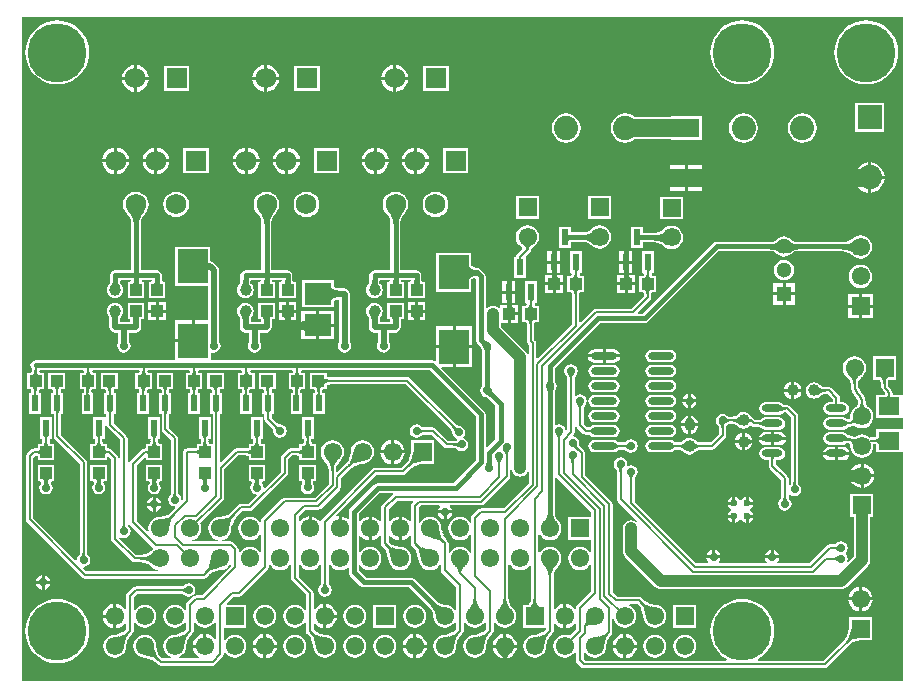
<source format=gbl>
%FSTAX23Y23*%
%MOIN*%
%SFA1B1*%

%IPPOS*%
%ADD10C,0.007870*%
%ADD11C,0.015750*%
%ADD13C,0.031500*%
%ADD14C,0.019690*%
%ADD16C,0.039370*%
%ADD19R,0.039370X0.039370*%
%ADD20O,0.086610X0.023620*%
%ADD21C,0.039370*%
%ADD29C,0.059060*%
%ADD30R,0.051180X0.051180*%
%ADD31C,0.051180*%
%ADD32R,0.068900X0.068900*%
%ADD33C,0.068900*%
%ADD34C,0.061020*%
%ADD35R,0.061020X0.061020*%
%ADD36R,0.061020X0.061020*%
%ADD37R,0.061020X0.060000*%
%ADD38C,0.196850*%
%ADD39R,0.080710X0.080710*%
%ADD40C,0.080710*%
%ADD41C,0.027560*%
%ADD42C,0.023620*%
%ADD43R,0.100390X0.116140*%
%ADD44R,0.039370X0.039370*%
%ADD45R,0.089760X0.074800*%
%ADD46R,0.023620X0.055120*%
%ADD47R,0.085830X0.063780*%
%ADD48O,0.070080X0.023620*%
%ADD49R,0.070870X0.059060*%
%LNrpiadapterpcb-1*%
%LPD*%
G36*
X02955Y00974D02*
D01*
X02953*
X02951*
X02923*
X02922Y00975*
X02922Y00977*
X02922*
X02921Y00985*
X02918Y00992*
X02913Y00998*
X02913Y00998*
X02913Y00998*
X02908Y01005*
X02906Y01013*
X02907Y01014*
X02907*
X02907Y01015*
X02907Y01015*
X02908Y01023*
X0291Y01026*
X02933*
Y01103*
X02856*
Y01026*
X02879*
X02879Y01025*
X02881Y01023*
X02882Y01015*
X02882Y01015*
X02882Y01014*
X02882Y01014*
X02882*
X02884Y01002*
X02889Y0099*
X02896Y00981*
X02897Y00978*
X02894Y00974*
X02866*
Y00899*
X02951*
X02953*
X02955Y00897*
Y0086*
X02953*
X02951*
X02866*
Y00836*
X02866Y00835*
X02866Y00835*
X02863Y00835*
X02848Y00833*
X02846Y00832*
X02839Y00838*
X0283Y00842*
X0282Y00843*
X02809Y00842*
X028Y00838*
X02799Y00837*
X02799Y00837*
X02797Y00836*
X02793Y00836*
X02792Y00836*
X02788Y00837*
X02787Y00837*
X02787Y00837*
X02786Y00837*
X02786Y00838*
X02785Y00838*
X02778Y0084*
X02774Y0084*
X02774Y00841*
X02773Y00841*
X02772Y00842*
X02771Y00844*
X02765Y00848*
X02757Y0085*
X0271*
X02703Y00848*
X02696Y00844*
X02692Y00837*
X0269Y0083*
X02692Y00822*
X02696Y00815*
X02703Y00811*
X0271Y00809*
X02757*
X02765Y00811*
X02767Y00812*
X02768Y00813*
X02768Y00813*
X02769Y00814*
X02773Y00814*
X02774Y00814*
X0278Y00811*
X0278Y00811*
X02781Y00806*
X02781Y00806*
X02781Y00806*
X02781Y00806*
X02781Y00805*
Y00805*
X02781Y00805*
X02782Y00794*
X02786Y00785*
X02792Y00777*
X028Y00771*
X02809Y00767*
X0282Y00766*
X0283Y00767*
X02839Y00771*
X02847Y00777*
X02853Y00785*
X02857Y00794*
X02858Y00805*
X02858Y0081*
X02862Y0081*
X02863Y0081*
Y0081*
Y0081*
X02866Y0081*
X02866Y00809*
Y00785*
X02951*
X02953*
X02955Y00783*
Y0002*
X0002*
Y02235*
X02955*
Y00974*
G37*
%LNrpiadapterpcb-2*%
%LPC*%
G36*
X00866Y01049D02*
X0081D01*
Y00994*
X00824*
X00827Y00987*
X00827Y00986*
X00824Y00982*
X0082*
Y00911*
X00828*
Y00894*
X00829Y00889*
X00831Y00886*
X00854Y00863*
X00854Y00863*
X00854Y00863*
X00854Y00863*
X00855Y00862*
X00857Y00859*
X00858Y00855*
X00857Y00855*
X00859Y00846*
X00864Y00839*
X00871Y00834*
X0088Y00832*
X00888Y00834*
X00895Y00839*
X009Y00846*
X00902Y00855*
X009Y00863*
X00895Y0087*
X00888Y00875*
X0088Y00877*
X00879Y00877*
X00875Y00877*
X00871Y0088*
X00871Y0088*
X00871Y0088*
X00871Y0088*
X00852Y00899*
Y00911*
X0086*
Y00982*
X00852*
Y00989*
X00853Y00994*
X00866*
Y01049*
G37*
G36*
X0218Y00875D02*
X02117D01*
X0211Y00873*
X02103Y00869*
X02099Y00862*
X02097Y00855*
X02099Y00847*
X02103Y0084*
X0211Y00836*
X02117Y00834*
X0218*
X02188Y00836*
X02195Y0084*
X02199Y00847*
X02201Y00855*
X02199Y00862*
X02195Y00869*
X02188Y00873*
X0218Y00875*
G37*
G36*
X0243Y00848D02*
Y00824D01*
X02454*
X02453Y00827*
X0245Y00834*
X02446Y0084*
X02439Y00845*
X02432Y00848*
X0243Y00848*
G37*
G36*
X0205Y00827D02*
X02041Y00825D01*
X02034Y0082*
X02034Y0082*
X0203Y00817*
X02026Y00817*
X02026Y00817*
Y00817*
Y00817*
X02011*
Y00817*
Y00817*
X02008Y00817*
X02006Y00819*
X02006Y00819*
X01999Y00823*
X01992Y00825*
X01929*
X01921Y00823*
X01914Y00819*
X0191Y00812*
X01908Y00805*
X0191Y00797*
X01914Y0079*
X01921Y00786*
X01929Y00784*
X01992*
X01999Y00786*
X02006Y0079*
X02006Y0079*
X02008Y00792*
X02011Y00792*
Y00792*
Y00792*
X02026*
Y00792*
X02026Y00792*
X0203Y00792*
X02034Y00789*
X02034Y00789*
X02041Y00784*
X0205Y00782*
X02058Y00784*
X02065Y00789*
X0207Y00796*
X02072Y00805*
X0207Y00813*
X02065Y0082*
X02058Y00825*
X0205Y00827*
G37*
G36*
X01035Y01049D02*
X0098D01*
Y00994*
X00993*
X00996Y00987*
X00996Y00986*
X00993Y00982*
X0099*
Y00911*
X01029*
Y00982*
X01021*
Y00989*
X01022Y00994*
X01035*
Y01007*
X01039Y01009*
X01045Y01009*
X01045Y01009*
Y0101*
X01299*
X0145Y00859*
Y00859*
X0145Y00858*
X0145Y00858*
X01452Y00855*
X01453Y00851*
X01453Y0085*
X01455Y00842*
X0146Y00835*
X01467Y0083*
X01468Y0083*
X01469Y00825*
X01465Y00822*
X01461Y00822*
X01461Y00822*
Y00822*
Y00822*
X01439*
X01398Y00863*
X01394Y00866*
X0139Y00867*
X01358*
Y00867*
Y00867*
X01358Y00867*
X01354Y00867*
X0135Y0087*
X0135Y0087*
X01343Y00875*
X01335Y00877*
X01326Y00875*
X01319Y0087*
X01314Y00863*
X01312Y00855*
X01314Y00846*
X01319Y00839*
X01326Y00834*
X01335Y00832*
X01343Y00834*
X0135Y00839*
X0135Y00839*
X01354Y00842*
X01355Y00842*
X01358Y00842*
X01358Y00842*
Y00842*
X01385*
X01426Y00801*
X0143Y00798*
X01435Y00797*
X01461*
Y00797*
X01461Y00797*
X01465Y00797*
X01469Y00794*
X01469Y00794*
X01476Y00789*
X01485Y00787*
X01493Y00789*
X015Y00794*
X01505Y00801*
X01507Y0081*
X01505Y00818*
X015Y00825*
X01493Y0083*
X01492Y0083*
X01491Y00835*
X01496Y00842*
X01497Y0085*
X01496Y00859*
X01491Y00866*
X01484Y00871*
X01475Y00872*
X01475Y00872*
X01471Y00873*
X01469Y00874*
X01467Y00876*
X01467Y00876*
X01467Y00876*
X01312Y0103*
X01309Y01033*
X01304Y01034*
X01045*
X01045Y01034*
X01045*
X01045Y01034*
X01039Y01035*
X01035Y01036*
Y01049*
G37*
G36*
X0242Y00848D02*
X02417Y00848D01*
X0241Y00845*
X02403Y0084*
X02399Y00834*
X02396Y00827*
X02395Y00824*
X0242*
Y00848*
G37*
G36*
X02516Y00852D02*
X02498D01*
X02489Y0085*
X02482Y00845*
X02477Y00838*
X02477Y00835*
X02516*
Y00852*
G37*
G36*
X0225Y00904D02*
Y0088D01*
X02274*
X02273Y00883*
X0227Y0089*
X02266Y00896*
X02259Y00901*
X02252Y00904*
X0225Y00904*
G37*
G36*
X01992Y00925D02*
X01929D01*
X01921Y00923*
X01914Y00919*
X0191Y00912*
X01908Y00905*
X0191Y00897*
X01914Y0089*
X01921Y00886*
X01929Y00884*
X01992*
X01999Y00886*
X02006Y0089*
X0201Y00897*
X02012Y00905*
X0201Y00912*
X02006Y00919*
X01999Y00923*
X01992Y00925*
G37*
G36*
X0218D02*
X02117D01*
X0211Y00923*
X02103Y00919*
X02099Y00912*
X02097Y00905*
X02099Y00897*
X02103Y0089*
X0211Y00886*
X02117Y00884*
X0218*
X02188Y00886*
X02195Y0089*
X02199Y00897*
X02201Y00905*
X02199Y00912*
X02195Y00919*
X02188Y00923*
X0218Y00925*
G37*
G36*
X0224Y00904D02*
X02237Y00904D01*
X0223Y00901*
X02223Y00896*
X02219Y0089*
X02216Y00883*
X02215Y0088*
X0224*
Y00904*
G37*
G36*
X02544Y00852D02*
X02526D01*
Y00835*
X02565*
X02565Y00838*
X0256Y00845*
X02553Y0085*
X02544Y00852*
G37*
G36*
X0224Y0087D02*
X02215D01*
X02216Y00867*
X02219Y0086*
X02223Y00854*
X0223Y00849*
X02237Y00846*
X0224Y00846*
Y0087*
G37*
G36*
X02274D02*
X0225D01*
Y00846*
X02252Y00846*
X02259Y00849*
X02266Y00854*
X0227Y0086*
X02273Y00867*
X02274Y0087*
G37*
G36*
X01295Y0078D02*
X0126D01*
Y00744*
X01265Y00745*
X01275Y00749*
X01283Y00756*
X0129Y00764*
X01294Y00774*
X01295Y0078*
G37*
G36*
X02729Y00775D02*
X02689D01*
X0269Y00771*
X02695Y00764*
X02702Y00759*
X0271Y00757*
X02729*
Y00775*
G37*
G36*
X02778D02*
X02739D01*
Y00757*
X02757*
X02765Y00759*
X02773Y00764*
X02777Y00771*
X02778Y00775*
G37*
G36*
X0125Y0078D02*
X01214D01*
X01215Y00774*
X01219Y00764*
X01226Y00756*
X01234Y00749*
X01244Y00745*
X0125Y00744*
Y0078*
G37*
G36*
X02544Y0095D02*
X02498D01*
X0249Y00948*
X02484Y00944*
X02479Y00937*
X02478Y0093*
X02479Y00922*
X02484Y00915*
X0249Y00911*
X02498Y00909*
X02544*
X02552Y00911*
X02558Y00915*
X02558Y00915*
X02561Y00917*
X02563Y00917*
Y00917*
Y00917*
X02565*
X02582Y009*
Y00683*
X02582*
X02582Y00683*
X02582Y00679*
X02579Y00675*
X02577Y00676*
X02575Y00677*
Y00697*
X02574Y00701*
X02571Y00705*
X02533Y00743*
Y00759*
X02544*
X02552Y00761*
X02558Y00765*
X02563Y00772*
X02564Y0078*
X02563Y00787*
X02558Y00794*
X02552Y00798*
X02544Y008*
X02498*
X0249Y00798*
X02484Y00794*
X02479Y00787*
X02478Y0078*
X02479Y00772*
X02484Y00765*
X0249Y00761*
X02498Y00759*
X02509*
Y00738*
X0251Y00733*
X02512Y00729*
X0255Y00692*
Y00635*
X0255*
X0255Y00635*
X02549Y00631*
X02547Y00627*
X02547Y00627*
X02542Y0062*
X0254Y00612*
X02542Y00603*
X02547Y00596*
X02554Y00591*
X02562Y00589*
X02571Y00591*
X02578Y00596*
X02583Y00603*
X02585Y00612*
X02583Y0062*
X02578Y00627*
X02578Y00627*
X02575Y00631*
X02575Y00635*
X02575Y00635*
X02575*
Y00642*
X02579Y00644*
X02586Y00639*
X02595Y00637*
X02603Y00639*
X0261Y00644*
X02615Y00651*
X02617Y0066*
X02615Y00668*
X0261Y00675*
X0261Y00675*
X02607Y00679*
X02607Y00683*
X02607Y00683*
X02607*
Y00905*
X02606Y00909*
X02605Y00911*
X02603Y00913*
X02578Y00938*
X02574Y00941*
X0257Y00942*
X02563*
Y00942*
Y00942*
X02561Y00942*
X02558Y00944*
X02558Y00944*
X02552Y00948*
X02544Y0095*
G37*
G36*
X02815Y00746D02*
X02809Y00746D01*
X02799Y00741*
X02791Y00735*
X02784Y00727*
X0278Y00717*
X02779Y00711*
X02815*
Y00746*
G37*
G36*
X02825D02*
Y00711D01*
X0286*
X02859Y00717*
X02855Y00727*
X02848Y00735*
X0284Y00741*
X0283Y00746*
X02825Y00746*
G37*
G36*
X02729Y00802D02*
X0271D01*
X02702Y008*
X02695Y00795*
X0269Y00788*
X02689Y00785*
X02729*
Y00802*
G37*
G36*
X02454Y00814D02*
X0243D01*
Y0079*
X02432Y0079*
X02439Y00793*
X02446Y00798*
X0245Y00804*
X02453Y00811*
X02454Y00814*
G37*
G36*
X02516Y00825D02*
X02477D01*
X02477Y00821*
X02482Y00814*
X02489Y00809*
X02498Y00807*
X02516*
Y00825*
G37*
G36*
X02565D02*
X02526D01*
Y00807*
X02544*
X02553Y00809*
X0256Y00814*
X02565Y00821*
X02565Y00825*
G37*
G36*
X0242Y00814D02*
X02395D01*
X02396Y00811*
X02399Y00804*
X02403Y00798*
X0241Y00793*
X02417Y0079*
X0242Y0079*
Y00814*
G37*
G36*
X02757Y00802D02*
X02739D01*
Y00785*
X02778*
X02777Y00788*
X02773Y00795*
X02765Y008*
X02757Y00802*
G37*
G36*
X0125Y00825D02*
X01244Y00824D01*
X01234Y0082*
X01226Y00813*
X01219Y00805*
X01215Y00795*
X01214Y0079*
X0125*
Y00825*
G37*
G36*
X0126D02*
Y0079D01*
X01295*
X01294Y00795*
X0129Y00805*
X01283Y00813*
X01275Y0082*
X01265Y00824*
X0126Y00825*
G37*
G36*
X02013Y011D02*
X01965D01*
Y01082*
X01992*
X02Y01084*
X02007Y01089*
X02012Y01096*
X02013Y011*
G37*
G36*
X0218Y01125D02*
X02117D01*
X0211Y01123*
X02103Y01119*
X02099Y01112*
X02097Y01105*
X02099Y01097*
X02103Y0109*
X0211Y01086*
X02117Y01084*
X0218*
X02188Y01086*
X02195Y0109*
X02199Y01097*
X02201Y01105*
X02199Y01112*
X02195Y01119*
X02188Y01123*
X0218Y01125*
G37*
G36*
X01955Y01127D02*
X01929D01*
X0192Y01125*
X01913Y0112*
X01908Y01113*
X01907Y0111*
X01955*
Y01127*
G37*
G36*
Y011D02*
X01907D01*
X01908Y01096*
X01913Y01089*
X0192Y01084*
X01929Y01082*
X01955*
Y011*
G37*
G36*
X01992Y01075D02*
X01929D01*
X01921Y01073*
X01914Y01069*
X0191Y01062*
X01908Y01055*
X0191Y01047*
X01914Y0104*
X01921Y01036*
X01929Y01034*
X01992*
X01999Y01036*
X02006Y0104*
X0201Y01047*
X02012Y01055*
X0201Y01062*
X02006Y01069*
X01999Y01073*
X01992Y01075*
G37*
G36*
X0218D02*
X02117D01*
X0211Y01073*
X02103Y01069*
X02099Y01062*
X02097Y01055*
X02099Y01047*
X02103Y0104*
X0211Y01036*
X02117Y01034*
X0218*
X02188Y01036*
X02195Y0104*
X02199Y01047*
X02201Y01055*
X02199Y01062*
X02195Y01069*
X02188Y01073*
X0218Y01075*
G37*
G36*
X0152Y01131D02*
X01465D01*
Y01068*
X0152*
Y01131*
G37*
G36*
X01059Y01357D02*
X00953D01*
Y01267*
X01059*
Y01289*
X01067Y01292*
X01073Y01293*
X01076Y0129*
Y0115*
X01074Y01147*
X01072Y01139*
X01074Y0113*
X01079Y01123*
X01086Y01118*
X01095Y01116*
X01103Y01118*
X0111Y01123*
X01115Y0113*
X01117Y01139*
X01115Y01147*
X01113Y0115*
Y01312*
X01111Y01319*
X01107Y01325*
X01101Y01329*
X01095Y0133*
X0108*
Y0133*
X01079Y0133*
X01078*
X01067Y01331*
X01059Y01335*
Y01357*
G37*
G36*
X01455Y01205D02*
X01399D01*
Y01141*
X01455*
Y01205*
G37*
G36*
X0152D02*
X01465D01*
Y01141*
X0152*
Y01205*
G37*
G36*
X00765Y01282D02*
X00757Y01281D01*
X00751Y01278*
X00745Y01274*
X0074Y01268*
X00738Y01261*
X00737Y01254*
X00738Y01247*
X0074Y0124*
X00744Y01236*
X00745Y01234*
X00745Y01234*
X00745Y01234*
X00746Y01231*
Y0123*
X00746Y0123*
X00746*
Y012*
X00748Y01193*
X00752Y01187*
X00758Y01183*
X00765Y01181*
X00776*
Y0115*
X00774Y01147*
X00772Y01139*
X00774Y0113*
X00779Y01123*
X00786Y01118*
X00795Y01116*
X00803Y01118*
X0081Y01123*
X00815Y0113*
X00817Y01139*
X00815Y01147*
X00813Y0115*
Y01181*
X00835*
X00841Y01183*
X00847Y01187*
X00851Y01193*
X00853Y012*
Y01227*
X00862*
Y01282*
X00807*
Y01227*
X00816*
Y01218*
X00783*
Y0123*
X00783*
X00783Y0123*
Y01231*
X00784Y01234*
X00784Y01234*
X00784Y01234*
X00785Y01236*
X00789Y0124*
X00791Y01247*
X00792Y01254*
X00791Y01261*
X00789Y01268*
X00784Y01274*
X00778Y01278*
X00772Y01281*
X00765Y01282*
G37*
G36*
X01992Y01127D02*
X01965D01*
Y0111*
X02013*
X02012Y01113*
X02007Y0112*
X02Y01125*
X01992Y01127*
G37*
G36*
X01195Y01282D02*
X01187Y01281D01*
X01181Y01278*
X01175Y01274*
X0117Y01268*
X01168Y01261*
X01167Y01254*
X01168Y01247*
X0117Y0124*
X01174Y01236*
X01175Y01234*
X01175Y01234*
X01175Y01234*
X01176Y01231*
Y0123*
X01176Y0123*
X01176*
Y012*
X01178Y01193*
X01182Y01187*
X01188Y01183*
X01195Y01181*
X01206*
Y0115*
X01204Y01147*
X01202Y01139*
X01204Y0113*
X01209Y01123*
X01216Y01118*
X01217Y01118*
X01219Y01117*
X01225Y01115*
X01232Y01117*
X01238Y01121*
X01239Y01122*
X0124Y01123*
X01245Y0113*
X01247Y01139*
X01245Y01147*
X01243Y0115*
Y01181*
X01265*
X01271Y01183*
X01277Y01187*
X01281Y01193*
X01283Y012*
Y01227*
X01292*
Y01282*
X01237*
Y01227*
X01246*
Y01218*
X01213*
Y0123*
X01213*
X01213Y0123*
Y01231*
X01214Y01234*
X01214Y01234*
X01214Y01234*
X01215Y01236*
X01219Y0124*
X01221Y01247*
X01222Y01254*
X01221Y01261*
X01219Y01268*
X01214Y01274*
X01208Y01278*
X01202Y01281*
X01195Y01282*
G37*
G36*
X0033D02*
X00322Y01281D01*
X00316Y01278*
X0031Y01274*
X00305Y01268*
X00303Y01261*
X00302Y01254*
X00303Y01247*
X00305Y0124*
X00309Y01236*
X0031Y01234*
X0031Y01234*
X0031Y01234*
X00311Y01231*
Y0123*
X00311Y0123*
X00311*
Y012*
X00313Y01193*
X00317Y01187*
X00323Y01183*
X0033Y01181*
X00341*
Y0115*
X00339Y01147*
X00337Y01139*
X00339Y0113*
X00344Y01123*
X00351Y01118*
X0036Y01116*
X00368Y01118*
X00375Y01123*
X0038Y0113*
X00382Y01139*
X0038Y01147*
X00378Y0115*
Y01181*
X004*
X00406Y01183*
X00412Y01187*
X00416Y01193*
X00418Y012*
Y01227*
X00427*
Y01282*
X00372*
Y01227*
X00381*
Y01218*
X00348*
Y0123*
X00348*
X00348Y0123*
Y01231*
X00349Y01234*
X00349Y01234*
X00349Y01234*
X0035Y01236*
X00354Y0124*
X00356Y01247*
X00357Y01254*
X00356Y01261*
X00354Y01268*
X00349Y01274*
X00343Y01278*
X00337Y01281*
X0033Y01282*
G37*
G36*
X02795Y01103D02*
X02784Y01102D01*
X02775Y01098*
X02767Y01092*
X02761Y01084*
X02757Y01075*
X02756Y01065*
X02757Y01054*
X02761Y01045*
X02767Y01037*
X0277Y01035*
X0277Y01035*
X02771Y01034*
X02771Y01034*
X02774Y01031*
X02779Y01025*
X02781Y01018*
X02782Y01012*
X02782Y01011*
Y01011*
X02782Y01011*
X02784Y00998*
X02787Y00986*
X02793Y00976*
X02801Y00966*
X02801Y00966*
X02801Y00966*
X02806Y00959*
X02808Y00951*
X02807Y0095*
X02807*
X02807Y0095*
X02806Y00944*
X02803Y00938*
X02799Y00936*
X02799Y00936*
X02792Y0093*
X02786Y00922*
X02782Y00913*
X02781Y00903*
X02781Y00901*
X02781Y009*
X02781Y009*
X02781Y00899*
X02781Y00899*
X0278Y00896*
X02776Y00894*
X02774Y00894*
X0277Y00895*
X02768Y00896*
X02768Y00896*
X02765Y00898*
X02757Y009*
X0271*
X02703Y00898*
X02696Y00894*
X02692Y00887*
X0269Y0088*
X02692Y00872*
X02696Y00865*
X02703Y00861*
X0271Y00859*
X02757*
X02765Y00861*
X02771Y00865*
X02773Y00868*
X02773Y00868*
X02773Y00868*
X02781Y00869*
X02787Y00871*
X02788Y00871*
X02789Y00871*
X0279Y00872*
X0279Y00872*
X0279Y00872*
X02792Y00872*
X02793Y00873*
X02796Y00872*
X02797Y00871*
X02798Y00871*
X028Y00869*
X02809Y00866*
X0282Y00864*
X0283Y00866*
X02839Y00869*
X02847Y00876*
X02853Y00884*
X02857Y00893*
X02858Y00903*
X02857Y00913*
X02853Y00922*
X02847Y0093*
X0284Y00936*
X0284Y00936*
X02836Y00938*
X02833Y00944*
X02833Y00945*
X02832Y0095*
X02832Y0095*
X02832*
X02832Y00951*
X0283Y00962*
X02826Y00974*
X02818Y00983*
X02817Y00984*
X02812Y00991*
X02808Y01001*
X02807Y01008*
Y01011*
X02807Y01012*
X02808Y01018*
X0281Y01025*
X02815Y01031*
X02818Y01034*
X02818Y01034*
X02819Y01035*
X02819Y01035*
X02822Y01037*
X02828Y01045*
X02832Y01054*
X02833Y01065*
X02832Y01075*
X02828Y01084*
X02822Y01092*
X02814Y01098*
X02805Y01102*
X02795Y01103*
G37*
G36*
X01992Y00975D02*
X01929D01*
X01921Y00973*
X01914Y00969*
X0191Y00962*
X01908Y00955*
X0191Y00947*
X01914Y0094*
X01921Y00936*
X01929Y00934*
X01992*
X01999Y00936*
X02006Y0094*
X0201Y00947*
X02012Y00955*
X0201Y00962*
X02006Y00969*
X01999Y00973*
X01992Y00975*
G37*
G36*
X0218D02*
X02117D01*
X0211Y00973*
X02103Y00969*
X02099Y00962*
X02097Y00955*
X02099Y00947*
X02103Y0094*
X0211Y00936*
X02117Y00934*
X0218*
X02188Y00936*
X02195Y0094*
X02199Y00947*
X02201Y00955*
X02199Y00962*
X02195Y00969*
X02188Y00973*
X0218Y00975*
G37*
G36*
X0224Y00978D02*
X02235Y00977D01*
X02227Y00972*
X02222Y00964*
X02221Y0096*
X0224*
Y00978*
G37*
G36*
X02268Y0095D02*
X0225D01*
Y00931*
X02254Y00932*
X02262Y00937*
X02267Y00945*
X02268Y0095*
G37*
G36*
X0266Y01017D02*
X02653Y01016D01*
X02646Y01014*
X0264Y01009*
X02636Y01003*
X02633Y00997*
X02632Y0099*
X02633Y00982*
X02636Y00976*
X0264Y0097*
X02646Y00965*
X02653Y00963*
X0266Y00962*
X02667Y00963*
X02674Y00965*
X0268Y0097*
X0268Y0097*
X02685Y00974*
X02691Y00977*
X02692Y00977*
X02697Y00977*
X02698Y00977*
Y00977*
X02705*
X02722Y0096*
Y0095*
X0271*
X02703Y00948*
X02696Y00944*
X02692Y00937*
X0269Y0093*
X02692Y00922*
X02696Y00915*
X02703Y00911*
X0271Y00909*
X02757*
X02765Y00911*
X02771Y00915*
X02775Y00922*
X02777Y0093*
X02775Y00937*
X02771Y00944*
X02765Y00948*
X02757Y0095*
X02746*
Y00965*
X02745Y0097*
X02742Y00974*
X02718Y00998*
X02714Y01001*
X0271Y01002*
X02698*
Y01002*
X02697Y01002*
X02691Y01002*
X02685Y01005*
X0268Y01009*
X0268Y01009*
X02674Y01014*
X02667Y01016*
X0266Y01017*
G37*
G36*
X02425Y00918D02*
X02417Y00917D01*
X02411Y00914*
X02405Y0091*
X02405Y0091*
X02399Y00906*
X02393Y00903*
X02387Y00902*
X02387Y00902*
X02386*
X02386Y00902*
X02379*
Y00902*
X02379Y00902*
X02377*
Y00902*
X02373Y00903*
X0237Y00905*
X0237Y00905*
X02363Y0091*
X02355Y00912*
X02346Y0091*
X02339Y00905*
X02334Y00898*
X02332Y0089*
X02334Y00881*
X02339Y00874*
X02339Y00874*
X02342Y0087*
X02342Y00867*
X02342Y00866*
X02342Y00866*
X02342*
Y00844*
X02315Y00817*
X02284*
Y00817*
X02282Y00817*
X0228*
X02272Y00818*
X02265Y00823*
X02264Y00824*
X02258Y00828*
X02252Y00831*
X02245Y00832*
X02237Y00831*
X02231Y00828*
X02225Y00824*
X02224Y00823*
X02217Y00818*
X02209Y00817*
X02207*
X02205Y00817*
Y00817*
X02199*
Y00817*
X02197Y00817*
X02195Y00819*
X02195Y00819*
X02188Y00823*
X0218Y00825*
X02117*
X0211Y00823*
X02103Y00819*
X02099Y00812*
X02097Y00805*
X02099Y00797*
X02103Y0079*
X0211Y00786*
X02117Y00784*
X0218*
X02188Y00786*
X02195Y0079*
X02195Y0079*
X02197Y00792*
X02199Y00792*
Y00792*
Y00792*
X02205*
Y00792*
X02213Y00791*
X02219Y00789*
X02225Y00784*
X02225Y00784*
X02231Y0078*
X02237Y00777*
X02245Y00776*
X02252Y00777*
X02258Y0078*
X02264Y00784*
X02264Y00784*
X0227Y00789*
X02276Y00791*
X02284Y00792*
Y00792*
X0232*
X02324Y00793*
X02328Y00796*
X02363Y00831*
X02366Y00835*
X02367Y0084*
Y00866*
X02367*
X02367Y00866*
X02367Y0087*
X0237Y00874*
X0237Y00874*
X0237Y00874*
X02374Y00877*
X02379Y00878*
Y00878*
X02386*
Y00878*
X02387Y00878*
X02393Y00877*
X02399Y00874*
X02405Y0087*
X02405Y0087*
X02411Y00866*
X02417Y00863*
X02425Y00862*
X02432Y00863*
X02438Y00866*
X02444Y0087*
X02445Y00872*
X0245Y00872*
X02451Y00871*
X02455Y00868*
X0246Y00867*
X02479*
Y00867*
Y00867*
X02481Y00867*
X02484Y00865*
X02484Y00865*
X0249Y00861*
X02498Y00859*
X02544*
X02552Y00861*
X02558Y00865*
X02563Y00872*
X02564Y0088*
X02563Y00887*
X02558Y00894*
X02552Y00898*
X02544Y009*
X02498*
X0249Y00898*
X02484Y00894*
X02484Y00894*
X02481Y00892*
X02479Y00892*
Y00892*
X02464*
X02458Y00898*
X02454Y00901*
X0245Y00902*
X0245Y00902*
X02449Y00902*
X02449Y00904*
X02444Y0091*
X02438Y00914*
X02432Y00917*
X02425Y00918*
G37*
G36*
X0224Y0095D02*
X02221D01*
X02222Y00945*
X02227Y00937*
X02235Y00932*
X0224Y00931*
Y0095*
G37*
G36*
X0218Y01025D02*
X02117D01*
X0211Y01023*
X02103Y01019*
X02099Y01012*
X02097Y01005*
X02099Y00997*
X02103Y0099*
X0211Y00986*
X02117Y00984*
X0218*
X02188Y00986*
X02195Y0099*
X02199Y00997*
X02201Y01005*
X02199Y01012*
X02195Y01019*
X02188Y01023*
X0218Y01025*
G37*
G36*
X02584Y01019D02*
X02581Y01018D01*
X02574Y01015*
X02568Y01011*
X02563Y01004*
X0256Y00997*
X0256Y00995*
X02584*
Y01019*
G37*
G36*
X02594D02*
Y00995D01*
X02618*
X02618Y00997*
X02615Y01004*
X0261Y01011*
X02604Y01015*
X02597Y01018*
X02594Y01019*
G37*
G36*
X01992Y01025D02*
X01929D01*
X01921Y01023*
X01914Y01019*
X0191Y01012*
X01908Y01005*
X0191Y00997*
X01914Y0099*
X01921Y00986*
X01929Y00984*
X01992*
X01999Y00986*
X02006Y0099*
X0201Y00997*
X02012Y01005*
X0201Y01012*
X02006Y01019*
X01999Y01023*
X01992Y01025*
G37*
G36*
X0225Y00978D02*
Y0096D01*
X02268*
X02267Y00964*
X02262Y00972*
X02254Y00977*
X0225Y00978*
G37*
G36*
X02584Y00985D02*
X0256D01*
X0256Y00982*
X02563Y00975*
X02568Y00968*
X02574Y00964*
X02581Y00961*
X02584Y0096*
Y00985*
G37*
G36*
X02618D02*
X02594D01*
Y0096*
X02597Y00961*
X02604Y00964*
X0261Y00968*
X02615Y00975*
X02618Y00982*
X02618Y00985*
G37*
G36*
X0286Y00701D02*
X02825D01*
Y00666*
X0283Y00667*
X0284Y00671*
X02848Y00677*
X02855Y00686*
X02859Y00696*
X0286Y00701*
G37*
G36*
X01634Y00178D02*
Y00142D01*
X01669*
X01669Y00148*
X01664Y00158*
X01658Y00166*
X01649Y00173*
X0164Y00177*
X01634Y00178*
G37*
G36*
X02024D02*
X02018Y00177D01*
X02009Y00173*
X02Y00166*
X01994Y00158*
X0199Y00148*
X01989Y00142*
X02024*
Y00178*
G37*
G36*
X02034D02*
Y00142D01*
X02069*
X02069Y00148*
X02064Y00158*
X02058Y00166*
X02049Y00173*
X0204Y00177*
X02034Y00178*
G37*
G36*
X01624D02*
X01618Y00177D01*
X01609Y00173*
X016Y00166*
X01594Y00158*
X0159Y00148*
X01589Y00142*
X01624*
Y00178*
G37*
G36*
X00834D02*
Y00142D01*
X00869*
X00869Y00148*
X00864Y00158*
X00858Y00166*
X00849Y00173*
X0084Y00177*
X00834Y00178*
G37*
G36*
X01324D02*
X01318Y00177D01*
X01309Y00173*
X013Y00166*
X01294Y00158*
X0129Y00148*
X01289Y00142*
X01324*
Y00178*
G37*
G36*
X01334D02*
Y00142D01*
X01369*
X01369Y00148*
X01364Y00158*
X01358Y00166*
X01349Y00173*
X0134Y00177*
X01334Y00178*
G37*
G36*
X01329Y00276D02*
X01319Y00275D01*
X0131Y00271*
X01302Y00265*
X01296Y00257*
X01292Y00247*
X0129Y00237*
X01292Y00227*
X01296Y00218*
X01302Y0021*
X0131Y00204*
X01319Y002*
X01329Y00199*
X01339Y002*
X01348Y00204*
X01356Y0021*
X01363Y00218*
X01366Y00227*
X01368Y00237*
X01366Y00247*
X01363Y00257*
X01356Y00265*
X01348Y00271*
X01339Y00275*
X01329Y00276*
G37*
G36*
X01267Y00276D02*
X01191D01*
Y00199*
X01267*
Y00276*
G37*
G36*
X02267D02*
X02191D01*
Y00199*
X02267*
Y00276*
G37*
G36*
X01129Y00276D02*
X01119Y00275D01*
X0111Y00271*
X01102Y00265*
X01096Y00257*
X01092Y00247*
X0109Y00237*
X01092Y00227*
X01096Y00218*
X01102Y0021*
X0111Y00204*
X01119Y002*
X01129Y00199*
X01139Y002*
X01148Y00204*
X01156Y0021*
X01163Y00218*
X01166Y00227*
X01168Y00237*
X01166Y00247*
X01163Y00257*
X01156Y00265*
X01148Y00271*
X01139Y00275*
X01129Y00276*
G37*
G36*
X00324Y00232D02*
X00289D01*
X0029Y00227*
X00294Y00217*
X003Y00208*
X00309Y00202*
X00318Y00198*
X00324Y00197*
Y00232*
G37*
G36*
X01069D02*
X01034D01*
Y00197*
X0104Y00198*
X01049Y00202*
X01058Y00208*
X01064Y00217*
X01069Y00227*
X01069Y00232*
G37*
G36*
X00829Y00276D02*
X00819Y00275D01*
X0081Y00271*
X00802Y00265*
X00796Y00257*
X00792Y00247*
X0079Y00237*
X00792Y00227*
X00796Y00218*
X00802Y0021*
X0081Y00204*
X00819Y002*
X00829Y00199*
X00839Y002*
X00848Y00204*
X00856Y0021*
X00863Y00218*
X00866Y00227*
X00868Y00237*
X00866Y00247*
X00863Y00257*
X00856Y00265*
X00848Y00271*
X00839Y00275*
X00829Y00276*
G37*
G36*
X00824Y00178D02*
X00818Y00177D01*
X00809Y00173*
X008Y00166*
X00794Y00158*
X0079Y00148*
X00789Y00142*
X00824*
Y00178*
G37*
G36*
X01369Y00132D02*
X01334D01*
Y00097*
X0134Y00098*
X01349Y00102*
X01358Y00108*
X01364Y00117*
X01369Y00127*
X01369Y00132*
G37*
G36*
X01624D02*
X01589D01*
X0159Y00127*
X01594Y00117*
X016Y00108*
X01609Y00102*
X01618Y00098*
X01624Y00097*
Y00132*
G37*
G36*
X01669D02*
X01634D01*
Y00097*
X0164Y00098*
X01649Y00102*
X01658Y00108*
X01664Y00117*
X01669Y00127*
X01669Y00132*
G37*
G36*
X01324D02*
X01289D01*
X0129Y00127*
X01294Y00117*
X013Y00108*
X01309Y00102*
X01318Y00098*
X01324Y00097*
Y00132*
G37*
G36*
X00137Y00294D02*
X00121Y00293D01*
X00104Y00289*
X00089Y00282*
X00075Y00274*
X00062Y00263*
X00051Y0025*
X00042Y00236*
X00036Y0022*
X00032Y00204*
X00031Y00187*
X00032Y00171*
X00036Y00154*
X00042Y00139*
X00051Y00125*
X00062Y00112*
X00075Y00101*
X00089Y00092*
X00104Y00086*
X00121Y00082*
X00137Y00081*
X00154Y00082*
X0017Y00086*
X00186Y00092*
X002Y00101*
X00213Y00112*
X00224Y00125*
X00232Y00139*
X00239Y00154*
X00243Y00171*
X00244Y00187*
X00243Y00204*
X00239Y0022*
X00232Y00236*
X00224Y0025*
X00213Y00263*
X002Y00274*
X00186Y00282*
X0017Y00289*
X00154Y00293*
X00137Y00294*
G37*
G36*
X00824Y00132D02*
X00789D01*
X0079Y00127*
X00794Y00117*
X008Y00108*
X00809Y00102*
X00818Y00098*
X00824Y00097*
Y00132*
G37*
G36*
X00869D02*
X00834D01*
Y00097*
X0084Y00098*
X00849Y00102*
X00858Y00108*
X00864Y00117*
X00869Y00127*
X00869Y00132*
G37*
G36*
X01229Y00176D02*
X01219Y00175D01*
X0121Y00171*
X01202Y00165*
X01196Y00157*
X01192Y00147*
X0119Y00137*
X01192Y00127*
X01196Y00118*
X01202Y0011*
X0121Y00104*
X01219Y001*
X01229Y00099*
X01239Y001*
X01248Y00104*
X01256Y0011*
X01263Y00118*
X01266Y00127*
X01268Y00137*
X01266Y00147*
X01263Y00157*
X01256Y00165*
X01248Y00171*
X01239Y00175*
X01229Y00176*
G37*
G36*
X02129D02*
X02119Y00175D01*
X0211Y00171*
X02102Y00165*
X02096Y00157*
X02092Y00147*
X0209Y00137*
X02092Y00127*
X02096Y00118*
X02102Y0011*
X0211Y00104*
X02119Y001*
X02129Y00099*
X02139Y001*
X02148Y00104*
X02156Y0011*
X02163Y00118*
X02166Y00127*
X02168Y00137*
X02166Y00147*
X02163Y00157*
X02156Y00165*
X02148Y00171*
X02139Y00175*
X02129Y00176*
G37*
G36*
X02229D02*
X02219Y00175D01*
X0221Y00171*
X02202Y00165*
X02196Y00157*
X02192Y00147*
X0219Y00137*
X02192Y00127*
X02196Y00118*
X02202Y0011*
X0221Y00104*
X02219Y001*
X02229Y00099*
X02239Y001*
X02248Y00104*
X02256Y0011*
X02263Y00118*
X02266Y00127*
X02268Y00137*
X02266Y00147*
X02263Y00157*
X02256Y00165*
X02248Y00171*
X02239Y00175*
X02229Y00176*
G37*
G36*
X01129D02*
X01119Y00175D01*
X0111Y00171*
X01102Y00165*
X01096Y00157*
X01092Y00147*
X0109Y00137*
X01092Y00127*
X01096Y00118*
X01102Y0011*
X0111Y00104*
X01119Y001*
X01129Y00099*
X01139Y001*
X01148Y00104*
X01156Y0011*
X01163Y00118*
X01166Y00127*
X01168Y00137*
X01166Y00147*
X01163Y00157*
X01156Y00165*
X01148Y00171*
X01139Y00175*
X01129Y00176*
G37*
G36*
X02024Y00132D02*
X01989D01*
X0199Y00127*
X01994Y00117*
X02Y00108*
X02009Y00102*
X02018Y00098*
X02024Y00097*
Y00132*
G37*
G36*
X02069D02*
X02034D01*
Y00097*
X0204Y00098*
X02049Y00102*
X02058Y00108*
X02064Y00117*
X02069Y00127*
X02069Y00132*
G37*
G36*
X00929Y00176D02*
X00919Y00175D01*
X0091Y00171*
X00902Y00165*
X00896Y00157*
X00892Y00147*
X0089Y00137*
X00892Y00127*
X00896Y00118*
X00902Y0011*
X0091Y00104*
X00919Y001*
X00929Y00099*
X00939Y001*
X00948Y00104*
X00956Y0011*
X00963Y00118*
X00966Y00127*
X00968Y00137*
X00966Y00147*
X00963Y00157*
X00956Y00165*
X00948Y00171*
X00939Y00175*
X00929Y00176*
G37*
G36*
X00324Y00278D02*
X00318Y00277D01*
X00309Y00273*
X003Y00266*
X00294Y00258*
X0029Y00248*
X00289Y00242*
X00324*
Y00278*
G37*
G36*
X00455Y00633D02*
X0045Y00632D01*
X00442Y00627*
X00437Y00619*
X00436Y00615*
X00455*
Y00633*
G37*
G36*
X00465D02*
Y00615D01*
X00483*
X00482Y00619*
X00477Y00627*
X00469Y00632*
X00465Y00633*
G37*
G36*
X02388Y00635D02*
X02385Y00634D01*
X02378Y00629*
X02373Y00622*
X02372Y00619*
X02388*
Y00635*
G37*
G36*
X00483Y00605D02*
X00465D01*
Y00586*
X00469Y00587*
X00477Y00592*
X00482Y006*
X00483Y00605*
G37*
G36*
X02458Y00565D02*
X02442D01*
Y00549*
X02445Y0055*
X02453Y00554*
X02457Y00562*
X02458Y00565*
G37*
G36*
X02015Y00767D02*
X02006Y00765D01*
X01999Y0076*
X01994Y00753*
X01992Y00745*
X01994Y00736*
X01999Y00729*
X01999Y00729*
X02001Y00727*
X02002Y00725*
X02002Y00721*
X02002Y00721*
X02002*
Y00627*
X02003Y00623*
X02006Y00619*
X0207Y00555*
X02066Y00551*
X02063Y00554*
X02057Y00556*
X0205Y00557*
X02042Y00556*
X02036Y00554*
X0203Y00549*
X02025Y00543*
X02023Y00537*
X02022Y0053*
Y00455*
X02023Y00447*
X02025Y00441*
X0203Y00435*
X0213Y00335*
X02136Y0033*
X02142Y00328*
X0215Y00327*
X0275*
X02757Y00328*
X02763Y0033*
X02769Y00335*
X02839Y00405*
X02844Y00411*
X02846Y00415*
X02846Y00417*
X02847Y00425*
Y00569*
X02858*
Y00646*
X02781*
Y00569*
X02792*
Y00436*
X02774Y00419*
X0277Y00421*
X02772Y00429*
X0277Y00438*
X02765Y00445*
Y00449*
X0277Y00456*
X02772Y00465*
X0277Y00473*
X02765Y0048*
X02758Y00485*
X0275Y00487*
X02741Y00485*
X02734Y0048*
X02734Y0048*
X0273Y00477*
X02726Y00477*
X02726Y00477*
Y00477*
Y00477*
X02712*
X02708Y00476*
X02704Y00473*
X02644Y00414*
X0254*
X02537Y00418*
X02542Y00425*
X02543Y0043*
X02496*
X02497Y00425*
X02502Y00418*
X02499Y00414*
X02345*
X02342Y00418*
X02347Y00425*
X02348Y0043*
X02301*
X02302Y00425*
X02307Y00418*
X02304Y00414*
X02267*
X02062Y00619*
Y00695*
X02062*
X02062Y00695*
X02062Y007*
X02065Y00703*
X02065Y00703*
X0207Y0071*
X02072Y00719*
X0207Y00727*
X02065Y00735*
X02058Y00739*
X0205Y00741*
X02041Y00739*
X0204Y00739*
X02036Y00741*
X02037Y00745*
X02035Y00753*
X0203Y0076*
X02023Y00765*
X02015Y00767*
G37*
G36*
X00455Y00605D02*
X00436D01*
X00437Y006*
X00442Y00592*
X0045Y00587*
X00455Y00586*
Y00605*
G37*
G36*
X00488Y00742D02*
X00433D01*
Y00687*
X00442*
X00445Y00683*
X00445Y00681*
X00443Y00679*
X00443Y00679*
X00444Y00679*
X0044Y00674*
X00439Y00666*
X0044Y00657*
X00445Y0065*
X00452Y00645*
X00461Y00644*
X00469Y00645*
X00476Y0065*
X00481Y00657*
X00483Y00666*
X00481Y00674*
X00478Y00679*
X00478Y00679*
X00478Y00679*
X00477Y00681*
X00476Y00683*
X0048Y00687*
X00488*
Y00742*
G37*
G36*
X00999D02*
X00944D01*
Y00687*
X00954*
Y00679*
X00951Y00675*
X0095Y00667*
X00951Y00658*
X00956Y00651*
X00963Y00646*
X00972Y00645*
X0098Y00646*
X00987Y00651*
X00992Y00658*
X00994Y00667*
X00992Y00675*
X0099Y00679*
Y00687*
X00999*
Y00742*
G37*
G36*
X02815Y00701D02*
X02779D01*
X0278Y00696*
X02784Y00686*
X02791Y00677*
X02799Y00671*
X02809Y00667*
X02815Y00666*
Y00701*
G37*
G36*
X00303Y00742D02*
X00248D01*
Y00687*
X00257*
X0026Y00683*
X0026Y00681*
X00258Y00679*
X00259Y00679*
X00255Y00674*
X00254Y00666*
X00255Y00657*
X0026Y0065*
X00267Y00645*
X00276Y00644*
X00284Y00645*
X00291Y0065*
X00296Y00657*
X00298Y00666*
X00296Y00674*
X00293Y00679*
X00293Y00679*
X00292Y00681*
X00291Y00683*
X00295Y00687*
X00303*
Y00742*
G37*
G36*
X02442Y00635D02*
Y00619D01*
X02458*
X02457Y00622*
X02453Y00629*
X02445Y00634*
X02442Y00635*
G37*
G36*
X02432D02*
X02428Y00634D01*
X02421Y00629*
X02418Y00624*
X02413*
X02409Y00629*
X02402Y00634*
X02398Y00635*
Y00614*
X02393*
Y00609*
X02372*
X02373Y00605*
X02378Y00598*
X02383Y00594*
Y00589*
X02378Y00586*
X02373Y00579*
X02372Y00575*
X02393*
Y0057*
X02398*
Y00549*
X02402Y0055*
X02409Y00554*
X02413Y0056*
X02418*
X02421Y00554*
X02428Y0055*
X02432Y00549*
Y0057*
X02437*
Y00575*
X02458*
X02457Y00579*
X02453Y00586*
X02447Y00589*
Y00594*
X02453Y00598*
X02457Y00605*
X02458Y00609*
X02437*
Y00614*
X02432*
Y00635*
G37*
G36*
X00128Y00742D02*
X00072D01*
Y00687*
X00081*
X00084Y00683*
X00084Y00681*
X00083Y00679*
X00083Y00678*
X0008Y00673*
X00078Y00665*
X0008Y00657*
X00084Y00649*
X00092Y00645*
X001Y00643*
X00108Y00645*
X00116Y00649*
X0012Y00657*
X00122Y00665*
X0012Y00673*
X00117Y00678*
X00117Y00679*
X00116Y00681*
X00116Y00683*
X00119Y00687*
X00128*
Y00742*
G37*
G36*
X02388Y00565D02*
X02372D01*
X02373Y00562*
X02378Y00554*
X02385Y0055*
X02388Y00549*
Y00565*
G37*
G36*
X0282Y00335D02*
Y003D01*
X02855*
X02854Y00305*
X0285Y00315*
X02843Y00323*
X02835Y0033*
X02825Y00334*
X0282Y00335*
G37*
G36*
X00085Y00345D02*
X00066D01*
X00067Y0034*
X00072Y00332*
X0008Y00327*
X00085Y00326*
Y00345*
G37*
G36*
X00113D02*
X00095D01*
Y00326*
X00099Y00327*
X00107Y00332*
X00112Y0034*
X00113Y00345*
G37*
G36*
X0281Y00335D02*
X02804Y00334D01*
X02794Y0033*
X02786Y00323*
X02779Y00315*
X02775Y00305*
X02774Y003*
X0281*
Y00335*
G37*
G36*
X01034Y00278D02*
Y00242D01*
X01069*
X01069Y00248*
X01064Y00258*
X01058Y00266*
X01049Y00273*
X0104Y00277*
X01034Y00278*
G37*
G36*
X0281Y0029D02*
X02774D01*
X02775Y00284*
X02779Y00274*
X02786Y00266*
X02794Y00259*
X02804Y00255*
X0281Y00254*
Y0029*
G37*
G36*
X02855D02*
X0282D01*
Y00254*
X02825Y00255*
X02835Y00259*
X02843Y00266*
X0285Y00274*
X02854Y00284*
X02855Y0029*
G37*
G36*
X0233Y00458D02*
Y0044D01*
X02348*
X02347Y00444*
X02342Y00452*
X02334Y00457*
X0233Y00458*
G37*
G36*
X02515D02*
X0251Y00457D01*
X02502Y00452*
X02497Y00444*
X02496Y0044*
X02515*
Y00458*
G37*
G36*
X02525D02*
Y0044D01*
X02543*
X02542Y00444*
X02537Y00452*
X02529Y00457*
X02525Y00458*
G37*
G36*
X0232D02*
X02315Y00457D01*
X02307Y00452*
X02302Y00444*
X02301Y0044*
X0232*
Y00458*
G37*
G36*
X00575Y00347D02*
X00566Y00345D01*
X00559Y0034*
X00559Y0034*
X00555Y00337*
X00551Y00337*
X00551Y00337*
Y00337*
Y00337*
X004*
X00395Y00336*
X00391Y00333*
X00371Y00313*
X00368Y00309*
X00367Y00305*
Y00262*
X00363Y0026*
X00358Y00266*
X00349Y00273*
X0034Y00277*
X00334Y00278*
Y00237*
Y00197*
X0034Y00198*
X00349Y00202*
X00358Y00208*
X00363Y00215*
X00367Y00213*
Y00193*
X00366Y00191*
X00366Y00191*
X00365Y0019*
X00355Y00183*
X00355Y00183*
X00352Y00182*
X00352Y00183*
X00344Y00179*
X00343Y0018*
X00339Y00179*
X00339Y00179*
X00332Y00176*
X0033Y00176*
X00329Y00176*
X00319Y00175*
X0031Y00171*
X00302Y00165*
X00296Y00157*
X00292Y00147*
X0029Y00137*
X00292Y00127*
X00296Y00118*
X00302Y0011*
X0031Y00104*
X00319Y001*
X00329Y00099*
X00339Y001*
X00348Y00104*
X00356Y0011*
X00363Y00118*
X00366Y00127*
X00368Y00137*
X00368Y00138*
X00368Y0014*
X00371Y00148*
X00371Y00148*
X00371Y00151*
X00371Y00152*
X00374Y0016*
X00374Y0016*
X00375Y00163*
X00374Y00163*
X00378Y00168*
X00382Y00173*
X00383Y00174*
X00383Y00174*
X00388Y00179*
X00391Y00183*
X00392Y00188*
Y00215*
X00396Y00217*
X00402Y0021*
X0041Y00204*
X00419Y002*
X00429Y00199*
X00439Y002*
X00448Y00204*
X00456Y0021*
X00463Y00218*
X00466Y00227*
X00468Y00237*
X00466Y00247*
X00463Y00257*
X00456Y00265*
X00448Y00271*
X00439Y00275*
X00429Y00276*
X00419Y00275*
X0041Y00271*
X00402Y00265*
X00396Y00258*
X00392Y00259*
Y003*
X00404Y00312*
X00551*
Y00312*
Y00312*
X00551Y00312*
X00555Y00312*
X00559Y00309*
X00559Y00309*
X00566Y00304*
X00575Y00302*
X00583Y00304*
X0059Y00309*
X00595Y00316*
X00597Y00325*
X00595Y00333*
X0059Y0034*
X00583Y00345*
X00575Y00347*
G37*
G36*
X00085Y00373D02*
X0008Y00372D01*
X00072Y00367*
X00067Y00359*
X00066Y00355*
X00085*
Y00373*
G37*
G36*
X00095D02*
Y00355D01*
X00113*
X00112Y00359*
X00107Y00367*
X00099Y00372*
X00095Y00373*
G37*
G36*
X01001Y01202D02*
X00951D01*
Y0116*
X01001*
Y01202*
G37*
G36*
X01326Y0175D02*
X01287D01*
X01288Y01744*
X01293Y01733*
X013Y01723*
X01309Y01716*
X0132Y01712*
X01326Y01711*
Y0175*
G37*
G36*
X01376D02*
X01336D01*
Y01711*
X01343Y01712*
X01354Y01716*
X01363Y01723*
X0137Y01733*
X01375Y01744*
X01376Y0175*
G37*
G36*
X00643Y01797D02*
X00558D01*
Y01713*
X00643*
Y01797*
G37*
G36*
X01242Y0175D02*
X01203D01*
Y01711*
X01209Y01712*
X0122Y01716*
X01229Y01723*
X01236Y01733*
X01241Y01744*
X01242Y0175*
G37*
G36*
X00896D02*
X00857D01*
X00858Y01744*
X00863Y01733*
X0087Y01723*
X00879Y01716*
X0089Y01712*
X00896Y01711*
Y0175*
G37*
G36*
X00946D02*
X00906D01*
Y01711*
X00913Y01712*
X00924Y01716*
X00933Y01723*
X0094Y01733*
X00945Y01744*
X00946Y0175*
G37*
G36*
X01193D02*
X01153D01*
X01154Y01744*
X01159Y01733*
X01166Y01723*
X01175Y01716*
X01186Y01712*
X01193Y01711*
Y0175*
G37*
G36*
X00461Y01799D02*
X00455Y01798D01*
X00444Y01794*
X00435Y01787*
X00428Y01778*
X00423Y01767*
X00422Y0176*
X00461*
Y01799*
G37*
G36*
X00471D02*
Y0176D01*
X00511*
X0051Y01767*
X00505Y01778*
X00498Y01787*
X00489Y01794*
X00478Y01798*
X00471Y01799*
G37*
G36*
X00763D02*
X00756Y01798D01*
X00745Y01794*
X00736Y01787*
X00729Y01778*
X00724Y01767*
X00723Y0176*
X00763*
Y01799*
G37*
G36*
X00338D02*
Y0176D01*
X00377*
X00376Y01767*
X00371Y01778*
X00364Y01787*
X00355Y01794*
X00344Y01798*
X00338Y01799*
G37*
G36*
X01078Y01797D02*
X00993D01*
Y01713*
X01078*
Y01797*
G37*
G36*
X01508D02*
X01423D01*
Y01713*
X01508*
Y01797*
G37*
G36*
X00328Y01799D02*
X00321Y01798D01*
X0031Y01794*
X00301Y01787*
X00294Y01778*
X00289Y01767*
X00288Y0176*
X00328*
Y01799*
G37*
G36*
X00812Y0175D02*
X00773D01*
Y01711*
X00779Y01712*
X0079Y01716*
X00799Y01723*
X00806Y01733*
X00811Y01744*
X00812Y0175*
G37*
G36*
X02287Y01693D02*
X02239D01*
Y01656*
X02287*
Y01693*
G37*
G36*
X02229Y0174D02*
X02181D01*
Y01703*
X02229*
Y0174*
G37*
G36*
X02287D02*
X02239D01*
Y01703*
X02287*
Y0174*
G37*
G36*
X02229Y01693D02*
X02181D01*
Y01656*
X02229*
Y01693*
G37*
G36*
X01398Y01652D02*
X01387Y01651D01*
X01377Y01646*
X01368Y0164*
X01361Y01631*
X01357Y01621*
X01356Y0161*
X01357Y01598*
X01361Y01588*
X01368Y01579*
X01377Y01573*
X01387Y01568*
X01398Y01567*
X01409Y01568*
X0142Y01573*
X01429Y01579*
X01435Y01588*
X0144Y01598*
X01441Y0161*
X0144Y01621*
X01435Y01631*
X01429Y0164*
X0142Y01646*
X01409Y01651*
X01398Y01652*
G37*
G36*
X0284Y01695D02*
X02794D01*
X02795Y01686*
X02801Y01674*
X02809Y01664*
X02819Y01656*
X02831Y0165*
X0284Y01649*
Y01695*
G37*
G36*
X02895D02*
X0285D01*
Y01649*
X02858Y0165*
X0287Y01656*
X0288Y01664*
X02888Y01674*
X02894Y01686*
X02895Y01695*
G37*
G36*
X00461Y0175D02*
X00422D01*
X00423Y01744*
X00428Y01733*
X00435Y01723*
X00444Y01716*
X00455Y01712*
X00461Y01711*
Y0175*
G37*
G36*
X00511D02*
X00471D01*
Y01711*
X00478Y01712*
X00489Y01716*
X00498Y01723*
X00505Y01733*
X0051Y01744*
X00511Y0175*
G37*
G36*
X00763D02*
X00723D01*
X00724Y01744*
X00729Y01733*
X00736Y01723*
X00745Y01716*
X00756Y01712*
X00763Y01711*
Y0175*
G37*
G36*
X00377D02*
X00338D01*
Y01711*
X00344Y01712*
X00355Y01716*
X00364Y01723*
X00371Y01733*
X00376Y01744*
X00377Y0175*
G37*
G36*
X0284Y0175D02*
X02831Y01749D01*
X02819Y01743*
X02809Y01735*
X02801Y01725*
X02795Y01713*
X02794Y01705*
X0284*
Y0175*
G37*
G36*
X0285D02*
Y01705D01*
X02895*
X02894Y01713*
X02888Y01725*
X0288Y01735*
X0287Y01743*
X02858Y01749*
X0285Y0175*
G37*
G36*
X00328Y0175D02*
X00288D01*
X00289Y01744*
X00294Y01733*
X00301Y01723*
X0031Y01716*
X00321Y01712*
X00328Y01711*
Y0175*
G37*
G36*
X00773Y01799D02*
Y0176D01*
X00812*
X00811Y01767*
X00806Y01778*
X00799Y01787*
X0079Y01794*
X00779Y01798*
X00773Y01799*
G37*
G36*
X01443Y02072D02*
X01358D01*
Y01987*
X01443*
Y02072*
G37*
G36*
X00137Y02223D02*
X00121Y02222D01*
X00104Y02218*
X00089Y02211*
X00075Y02203*
X00062Y02192*
X00051Y02179*
X00042Y02165*
X00036Y02149*
X00032Y02133*
X00031Y02116*
X00032Y021*
X00036Y02083*
X00042Y02068*
X00051Y02054*
X00062Y02041*
X00075Y0203*
X00089Y02021*
X00104Y02015*
X00121Y02011*
X00137Y0201*
X00154Y02011*
X0017Y02015*
X00186Y02021*
X002Y0203*
X00213Y02041*
X00224Y02054*
X00232Y02068*
X00239Y02083*
X00243Y021*
X00244Y02116*
X00243Y02133*
X00239Y02149*
X00232Y02165*
X00224Y02179*
X00213Y02192*
X002Y02203*
X00186Y02211*
X0017Y02218*
X00154Y02222*
X00137Y02223*
G37*
G36*
X02421D02*
X02404Y02222D01*
X02388Y02218*
X02372Y02211*
X02358Y02203*
X02345Y02192*
X02335Y02179*
X02326Y02165*
X02319Y02149*
X02315Y02133*
X02314Y02116*
X02315Y021*
X02319Y02083*
X02326Y02068*
X02335Y02054*
X02345Y02041*
X02358Y0203*
X02372Y02021*
X02388Y02015*
X02404Y02011*
X02421Y0201*
X02437Y02011*
X02454Y02015*
X02469Y02021*
X02483Y0203*
X02496Y02041*
X02507Y02054*
X02516Y02068*
X02522Y02083*
X02526Y021*
X02527Y02116*
X02526Y02133*
X02522Y02149*
X02516Y02165*
X02507Y02179*
X02496Y02192*
X02483Y02203*
X02469Y02211*
X02454Y02218*
X02437Y02222*
X02421Y02223*
G37*
G36*
X01013Y02072D02*
X00928D01*
Y01987*
X01013*
Y02072*
G37*
G36*
X01258Y02025D02*
X01218D01*
X01219Y02018*
X01224Y02007*
X01231Y01998*
X0124Y01991*
X01251Y01987*
X01258Y01986*
Y02025*
G37*
G36*
X01307D02*
X01268D01*
Y01986*
X01274Y01987*
X01285Y01991*
X01294Y01998*
X01301Y02007*
X01306Y02018*
X01307Y02025*
G37*
G36*
X00578Y02072D02*
X00493D01*
Y01987*
X00578*
Y02072*
G37*
G36*
X00838Y02074D02*
Y02035D01*
X00877*
X00876Y02041*
X00871Y02052*
X00864Y02062*
X00855Y02069*
X00844Y02073*
X00838Y02074*
G37*
G36*
X01258D02*
X01251Y02073D01*
X0124Y02069*
X01231Y02062*
X01224Y02052*
X01219Y02041*
X01218Y02035*
X01258*
Y02074*
G37*
G36*
X01268D02*
Y02035D01*
X01307*
X01306Y02041*
X01301Y02052*
X01294Y02062*
X01285Y02069*
X01274Y02073*
X01268Y02074*
G37*
G36*
X00828D02*
X00821Y02073D01*
X0081Y02069*
X00801Y02062*
X00794Y02052*
X00789Y02041*
X00788Y02035*
X00828*
Y02074*
G37*
G36*
X02834Y02223D02*
X02817Y02222D01*
X02801Y02218*
X02786Y02211*
X02771Y02203*
X02759Y02192*
X02748Y02179*
X02739Y02165*
X02733Y02149*
X02729Y02133*
X02728Y02116*
X02729Y021*
X02733Y02083*
X02739Y02068*
X02748Y02054*
X02759Y02041*
X02771Y0203*
X02786Y02021*
X02801Y02015*
X02817Y02011*
X02834Y0201*
X02851Y02011*
X02867Y02015*
X02883Y02021*
X02897Y0203*
X0291Y02041*
X0292Y02054*
X02929Y02068*
X02936Y02083*
X02939Y021*
X02941Y02116*
X02939Y02133*
X02936Y02149*
X02929Y02165*
X0292Y02179*
X0291Y02192*
X02897Y02203*
X02883Y02211*
X02867Y02218*
X02851Y02222*
X02834Y02223*
G37*
G36*
X00393Y02074D02*
X00386Y02073D01*
X00375Y02068*
X00366Y02061*
X00359Y02052*
X00354Y02041*
X00353Y02035*
X00393*
Y02074*
G37*
G36*
X00403D02*
Y02035D01*
X00442*
X00441Y02041*
X00436Y02052*
X00429Y02061*
X0042Y02068*
X00409Y02073*
X00403Y02074*
G37*
G36*
X00877Y02025D02*
X00838D01*
Y01986*
X00844Y01987*
X00855Y01991*
X00864Y01998*
X00871Y02007*
X00876Y02018*
X00877Y02025*
G37*
G36*
X01326Y01799D02*
X0132Y01798D01*
X01309Y01794*
X013Y01787*
X01293Y01778*
X01288Y01767*
X01287Y0176*
X01326*
Y01799*
G37*
G36*
X01336D02*
Y0176D01*
X01376*
X01375Y01767*
X0137Y01778*
X01363Y01787*
X01354Y01794*
X01343Y01798*
X01336Y01799*
G37*
G36*
X01834Y01913D02*
X01821Y01911D01*
X0181Y01907*
X018Y01899*
X01792Y01889*
X01787Y01877*
X01785Y01865*
X01787Y01852*
X01792Y0184*
X018Y0183*
X0181Y01822*
X01821Y01818*
X01834Y01816*
X01847Y01818*
X01858Y01822*
X01868Y0183*
X01876Y0184*
X01881Y01852*
X01883Y01865*
X01881Y01877*
X01876Y01889*
X01868Y01899*
X01858Y01907*
X01847Y01911*
X01834Y01913*
G37*
G36*
X01203Y01799D02*
Y0176D01*
X01242*
X01241Y01767*
X01236Y01778*
X01229Y01787*
X0122Y01794*
X01209Y01798*
X01203Y01799*
G37*
G36*
X00896D02*
X0089Y01798D01*
X00879Y01794*
X0087Y01787*
X00863Y01778*
X00858Y01767*
X00857Y0176*
X00896*
Y01799*
G37*
G36*
X00906D02*
Y0176D01*
X00946*
X00945Y01767*
X0094Y01778*
X00933Y01787*
X00924Y01794*
X00913Y01798*
X00906Y01799*
G37*
G36*
X01193D02*
X01186Y01798D01*
X01175Y01794*
X01166Y01787*
X01159Y01778*
X01154Y01767*
X01153Y0176*
X01193*
Y01799*
G37*
G36*
X00393Y02025D02*
X00353D01*
X00354Y02018*
X00359Y02007*
X00366Y01998*
X00375Y01991*
X00386Y01986*
X00393Y01985*
Y02025*
G37*
G36*
X00442D02*
X00403D01*
Y01985*
X00409Y01986*
X0042Y01991*
X00429Y01998*
X00436Y02007*
X00441Y02018*
X00442Y02025*
G37*
G36*
X00828Y02025D02*
X00788D01*
X00789Y02018*
X00794Y02007*
X00801Y01998*
X0081Y01991*
X00821Y01987*
X00828Y01986*
Y02025*
G37*
G36*
X02893Y01948D02*
X02796D01*
Y01851*
X02893*
Y01948*
G37*
G36*
X02425Y01913D02*
X02412Y01911D01*
X024Y01907*
X0239Y01899*
X02382Y01889*
X02378Y01877*
X02376Y01865*
X02378Y01852*
X02382Y0184*
X0239Y0183*
X024Y01822*
X02412Y01818*
X02425Y01816*
X02437Y01818*
X02449Y01822*
X02459Y0183*
X02467Y0184*
X02471Y01852*
X02473Y01865*
X02471Y01877*
X02467Y01889*
X02459Y01899*
X02449Y01907*
X02437Y01911*
X02425Y01913*
G37*
G36*
X02621D02*
X02609Y01911D01*
X02597Y01907*
X02587Y01899*
X02579Y01889*
X02574Y01877*
X02573Y01865*
X02574Y01852*
X02579Y0184*
X02587Y0183*
X02597Y01822*
X02609Y01818*
X02621Y01816*
X02634Y01818*
X02646Y01822*
X02656Y0183*
X02663Y0184*
X02668Y01852*
X0267Y01865*
X02668Y01877*
X02663Y01889*
X02656Y01899*
X02646Y01907*
X02634Y01911*
X02621Y01913*
G37*
G36*
X02031D02*
X02018Y01911D01*
X02006Y01907*
X01996Y01899*
X01989Y01889*
X01984Y01877*
X01982Y01865*
X01984Y01852*
X01989Y0184*
X01996Y0183*
X02006Y01822*
X02018Y01818*
X02031Y01816*
X02043Y01818*
X02055Y01822*
X02061Y01827*
X02184*
Y01825*
X02285*
Y01904*
X02184*
Y01902*
X02061*
X02055Y01907*
X02043Y01911*
X02031Y01913*
G37*
G36*
X00968Y01652D02*
X00957Y01651D01*
X00947Y01646*
X00938Y0164*
X00931Y01631*
X00927Y01621*
X00926Y0161*
X00927Y01598*
X00931Y01588*
X00938Y01579*
X00947Y01573*
X00957Y01568*
X00968Y01567*
X00979Y01568*
X0099Y01573*
X00999Y01579*
X01005Y01588*
X0101Y01598*
X01011Y0161*
X0101Y01621*
X01005Y01631*
X00999Y0164*
X0099Y01646*
X00979Y01651*
X00968Y01652*
G37*
G36*
X0281Y01312D02*
X02774D01*
Y01276*
X0281*
Y01312*
G37*
G36*
X02855D02*
X0282D01*
Y01276*
X02855*
Y01312*
G37*
G36*
X02555Y01307D02*
X02524D01*
Y01276*
X02555*
Y01307*
G37*
G36*
X01364Y01284D02*
X0134D01*
Y01259*
X01364*
Y01284*
G37*
G36*
X009D02*
X00875D01*
Y01259*
X009*
Y01284*
G37*
G36*
X00934D02*
X0091D01*
Y01259*
X00934*
Y01284*
G37*
G36*
X0133D02*
X01305D01*
Y01259*
X0133*
Y01284*
G37*
G36*
X02595Y01307D02*
X02565D01*
Y01276*
X02595*
Y01307*
G37*
G36*
X01265Y01652D02*
X01253Y01651D01*
X01243Y01646*
X01234Y0164*
X01228Y01631*
X01223Y01621*
X01222Y0161*
X01223Y01598*
X01228Y01588*
X01234Y01579*
X01235Y01579*
X01242Y0157*
X01247Y01558*
X01248Y01547*
Y01546*
X01248Y01545*
X01248*
Y01391*
X01195*
X01188Y01389*
X01183Y01386*
X0118Y01381*
X01178Y01375*
Y01353*
X01178*
X01178Y01353*
X01178Y01353*
X01178Y01349*
X01175Y01345*
X01175*
X01174Y01344*
X0117Y01339*
X01168Y01332*
X01167Y01325*
X01168Y01318*
X0117Y01311*
X01175Y01305*
X01181Y01301*
X01187Y01298*
X01195Y01297*
X01202Y01298*
X01208Y01301*
X01214Y01305*
X01219Y01311*
X01221Y01318*
X01222Y01325*
X01221Y01332*
X01219Y01339*
X01215Y01344*
X01214Y01345*
X01214*
X01211Y01349*
X01211Y01351*
X01211Y01353*
X01211Y01353*
Y01355*
X01214Y01358*
X01248*
Y01353*
X01241Y01352*
X01237*
Y01297*
X01292*
Y01352*
X01288*
X01281Y01353*
Y01355*
X01284Y01358*
X01318*
Y01353*
X01311Y01352*
X01307*
Y01297*
X01362*
Y01352*
X01358*
X01351Y01353*
X01351*
Y01375*
X01349Y01381*
X01346Y01386*
X01341Y01389*
X01335Y01391*
X01281*
Y01545*
X01281*
X01281Y01546*
Y01547*
X01282Y01558*
X01287Y0157*
X01294Y01579*
X01295Y01579*
X01301Y01588*
X01306Y01598*
X01307Y0161*
X01306Y01621*
X01301Y01631*
X01295Y0164*
X01286Y01646*
X01276Y01651*
X01265Y01652*
G37*
G36*
X01789Y0134D02*
X01764D01*
Y01315*
X01789*
Y0134*
G37*
G36*
X01824D02*
X01799D01*
Y01315*
X01824*
Y0134*
G37*
G36*
X00835Y01652D02*
X00823Y01651D01*
X00813Y01646*
X00804Y0164*
X00798Y01631*
X00793Y01621*
X00792Y0161*
X00793Y01598*
X00798Y01588*
X00804Y01579*
X00805Y01579*
X00807Y01576*
X00812Y0157*
X00817Y01558*
X00818Y01547*
Y01546*
X00818Y01545*
X00818*
Y01391*
X00765*
X00758Y01389*
X00753Y01386*
X0075Y01381*
X00748Y01375*
Y01353*
X00748*
X00748Y01353*
X00748Y01351*
X00748Y01349*
X00745Y01345*
X00745*
X00744Y01344*
X0074Y01339*
X00738Y01332*
X00737Y01325*
X00738Y01318*
X0074Y01311*
X00745Y01305*
X00751Y01301*
X00757Y01298*
X00765Y01297*
X00772Y01298*
X00778Y01301*
X00784Y01305*
X00789Y01311*
X00791Y01318*
X00792Y01325*
X00791Y01332*
X00789Y01339*
X00785Y01344*
X00784Y01345*
X00784*
X00781Y01349*
X00781Y01349*
X00781Y01353*
X00781Y01353*
Y01355*
X00784Y01358*
X00818*
Y01353*
X00811Y01352*
X00807*
Y01297*
X00862*
Y01352*
X00858*
X00851Y01353*
Y01355*
X00854Y01358*
X00888*
Y01353*
X00881Y01352*
X00877*
Y01297*
X00932*
Y01352*
X00928*
X00921Y01353*
X00921*
Y01375*
X00919Y01381*
X00916Y01386*
X00911Y01389*
X00905Y01391*
X00851*
Y01545*
X00851*
X00851Y01546*
Y01547*
X00852Y01558*
X00857Y0157*
X00862Y01576*
X00864Y01579*
X00865Y01579*
X00871Y01588*
X00876Y01598*
X00877Y0161*
X00876Y01621*
X00871Y01631*
X00865Y0164*
X00856Y01646*
X00846Y01651*
X00835Y01652*
G37*
G36*
X01637Y01312D02*
X0162D01*
Y0128*
X01637*
Y01312*
G37*
G36*
X01664D02*
X01647D01*
Y0128*
X01664*
Y01312*
G37*
G36*
X004Y01652D02*
X00388Y01651D01*
X00378Y01646*
X00369Y0164*
X00363Y01631*
X00358Y01621*
X00357Y0161*
X00358Y01598*
X00363Y01588*
X00369Y01579*
X0037Y01579*
X00377Y0157*
X00382Y01558*
X00383Y01547*
Y01546*
X00383Y01545*
X00383*
Y01391*
X0033*
X00323Y01389*
X00318Y01386*
X00315Y01381*
X00313Y01375*
Y01353*
X00313*
X00313Y01353*
X00313Y01349*
X00313Y01349*
X0031Y01345*
X0031*
X00309Y01344*
X00305Y01339*
X00303Y01332*
X00302Y01325*
X00303Y01318*
X00305Y01311*
X0031Y01305*
X00316Y01301*
X00322Y01298*
X0033Y01297*
X00337Y01298*
X00343Y01301*
X00349Y01305*
X00354Y01311*
X00356Y01318*
X00357Y01325*
X00356Y01332*
X00354Y01339*
X0035Y01344*
X00349Y01345*
X00349*
X00346Y01349*
X00346Y01353*
X00346Y01353*
Y01355*
X00349Y01358*
X00383*
Y01353*
X00376Y01352*
X00372*
Y01297*
X00427*
Y01352*
X00423*
X00416Y01353*
Y01355*
X00419Y01358*
X00453*
Y01353*
X00446Y01352*
X00442*
Y01297*
X00497*
Y01352*
X00493*
X00486Y01353*
X00486*
Y01375*
X00484Y01381*
X00481Y01386*
X00476Y01389*
X0047Y01391*
X00416*
Y01545*
X00416*
X00416Y01546*
Y01547*
X00417Y01558*
X00422Y0157*
X00429Y01579*
X0043Y01579*
X00436Y01588*
X00441Y01598*
X00442Y0161*
X00441Y01621*
X00436Y01631*
X0043Y0164*
X00421Y01646*
X00411Y01651*
X004Y01652*
G37*
G36*
X00499Y01284D02*
X00475D01*
Y01259*
X00499*
Y01284*
G37*
G36*
X01674Y0124D02*
X01649D01*
Y01215*
X01674*
Y0124*
G37*
G36*
X00465Y01249D02*
X0044D01*
Y01224*
X00465*
Y01249*
G37*
G36*
X00499D02*
X00475D01*
Y01224*
X00499*
Y01249*
G37*
G36*
X01061Y01255D02*
X01011D01*
Y01212*
X01061*
Y01255*
G37*
G36*
Y01202D02*
X01011D01*
Y0116*
X01061*
Y01202*
G37*
G36*
X00585Y01225D02*
X00529D01*
Y01161*
X00585*
Y01225*
G37*
G36*
X01001Y01255D02*
X00951D01*
Y01212*
X01001*
Y01255*
G37*
G36*
X009Y01249D02*
X00875D01*
Y01224*
X009*
Y01249*
G37*
G36*
X02855Y01266D02*
X0282D01*
Y01231*
X02855*
Y01266*
G37*
G36*
X01674Y01274D02*
X01649D01*
Y0125*
X01674*
Y01274*
G37*
G36*
X00465Y01284D02*
X0044D01*
Y01259*
X00465*
Y01284*
G37*
G36*
X0281Y01266D02*
X02774D01*
Y01231*
X0281*
Y01266*
G37*
G36*
X00934Y01249D02*
X0091D01*
Y01224*
X00934*
Y01249*
G37*
G36*
X0133D02*
X01305D01*
Y01224*
X0133*
Y01249*
G37*
G36*
X01364D02*
X0134D01*
Y01224*
X01364*
Y01249*
G37*
G36*
X02029Y0134D02*
X02004D01*
Y01315*
X02029*
Y0134*
G37*
G36*
X01743Y01638D02*
X01666D01*
Y01561*
X01743*
Y01638*
G37*
G36*
X02223Y01636D02*
X02146D01*
Y0156*
X02223*
Y01636*
G37*
G36*
X01945Y0154D02*
X01934Y01538D01*
X01925Y01535*
X01917Y01528*
X01917Y01528*
X01915Y01526*
X01909Y01522*
X019Y01518*
X01891Y01517*
X0189*
X0189Y01517*
Y01517*
X01849*
Y01535*
X0181*
Y01465*
X01849*
Y01485*
X0189*
Y01485*
X0189Y01485*
X01891*
X019Y01484*
X01909Y0148*
X01917Y01474*
X01917Y01474*
X01925Y01468*
X01934Y01464*
X01945Y01462*
X01955Y01464*
X01964Y01468*
X01972Y01474*
X01978Y01482*
X01982Y01491*
X01983Y01501*
X01982Y01511*
X01978Y0152*
X01972Y01528*
X01964Y01535*
X01955Y01538*
X01945Y0154*
G37*
G36*
X01814Y01412D02*
X01797D01*
Y0138*
X01814*
Y01412*
G37*
G36*
X02027D02*
X0201D01*
Y0138*
X02027*
Y01412*
G37*
G36*
X01983Y01638D02*
X01906D01*
Y01561*
X01983*
Y01638*
G37*
G36*
X02054Y01412D02*
X02037D01*
Y0138*
X02054*
Y01412*
G37*
G36*
X02027Y01455D02*
X0201D01*
Y01422*
X02027*
Y01455*
G37*
G36*
X02054D02*
X02037D01*
Y01422*
X02054*
Y01455*
G37*
G36*
X02815Y01507D02*
X02804Y01505D01*
X02795Y01501*
X02787Y01495*
X02787Y01495*
X0278Y0149*
X02772Y01487*
X02764Y01486*
X02757*
X02756Y01486*
Y01486*
X02602*
X02595Y01486*
X02589Y01489*
X02588Y0149*
X02583Y01493*
X02583Y01493*
X02583Y01493*
X02583Y01494*
X02576Y01499*
X02568Y01502*
X0256Y01503*
X02551Y01502*
X02543Y01499*
X02536Y01494*
X02536Y01493*
X02536Y01493*
X02536Y01493*
X0253Y01489*
X02524Y01486*
X02517Y01486*
X02335*
X02329Y01485*
X02328Y01484*
X02323Y01481*
X02088Y01246*
X02074*
X02073Y0125*
X02113Y01291*
X02116Y01295*
X02117Y013*
Y01306*
X02117*
X02117Y01307*
X02117Y01309*
X02118Y01313*
X02119Y01317*
X02132*
Y01372*
X0212*
X02119Y01377*
Y01382*
X02127*
Y01453*
X02087*
Y01382*
X02091*
X02093Y01378*
X02092Y01375*
X02091Y01372*
X02077*
Y01317*
X0209*
X02092Y01313*
X02093Y01307*
X02093Y01306*
X02093*
Y01305*
X0205Y01262*
X01932*
X01927Y01261*
X01925Y0126*
X01923Y01258*
X01882Y01216*
X01877Y01218*
Y01306*
X01877*
X01877Y01307*
Y01307*
X01878Y01313*
X01879Y01317*
X01892*
Y01372*
X0188*
X01879Y01377*
Y01382*
X01887*
Y01453*
X01847*
Y01382*
X01851*
X01853Y01378*
X01851Y01372*
X01837*
Y01317*
X0185*
X01852Y01313*
X01853Y01307*
X01853Y01306*
X01853*
Y0121*
X01739Y01096*
X01734Y01098*
Y01147*
X01734Y01152*
X01732Y01153*
X01731Y01156*
X01727Y01159*
Y01206*
X01727*
X01727Y01207*
X01728Y01213*
X01729Y01217*
X01742*
Y01272*
X0173*
X01729Y01277*
Y01282*
X01737*
Y01353*
X01697*
Y01282*
X01701*
X01703Y01278*
X01701Y01273*
X01701Y01272*
X01687*
Y01217*
X017*
X01702Y01213*
X01703Y01207*
X01703Y01206*
X01703*
Y01155*
X01704Y0115*
X01706Y01146*
X0171Y01142*
Y0111*
X01705Y01109*
X01704Y01113*
X01699Y01119*
X01617Y01201*
Y01215*
X01639*
Y01245*
Y01274*
X01614*
Y01265*
X0161Y01264*
X01609Y01264*
X01603Y01269*
X01597Y01271*
X0159Y01272*
X01582Y01271*
X01576Y01269*
X0157Y01264*
X01566Y01267*
Y0137*
X01564Y01376*
X01561Y01381*
X01548Y01394*
X01543Y01397*
X01542Y01398*
X01536Y01399*
X01536*
X01536*
X01528Y014*
X0152Y01403*
X01518Y01405*
Y01448*
X01401*
Y01317*
X01518*
Y0136*
X0152Y01362*
X01528Y01365*
X0153Y01366*
X01533Y01362*
Y01159*
X01534Y01153*
X01535Y01152*
X01538Y01147*
X01547Y01138*
X01548Y01137*
X01549Y0113*
X01553Y01124*
X01553Y01123*
Y01005*
X01553Y01004*
X01549Y00998*
X01547Y0099*
X01549Y00981*
X01554Y00974*
X01561Y00969*
X01568Y00968*
X01569Y00967*
X01598Y00938*
Y00828*
X0157Y008*
X01566Y00802*
Y0091*
X01564Y00916*
X01561Y00921*
X01418Y01064*
X0142Y01068*
X01455*
Y01131*
X01399*
Y01089*
X01395Y01087*
X01391Y01089*
X0139Y0109*
X01385Y01091*
X0065*
Y01114*
X00654Y01118*
X0066Y01116*
X00668Y01118*
X00675Y01123*
X0068Y0113*
X00682Y01139*
X0068Y01147*
X00678Y0115*
Y0139*
X00676Y01396*
X00672Y01402*
X00659Y01415*
X00653Y01419*
X00648Y0142*
Y01468*
X00531*
Y01337*
X00641*
Y01225*
X00595*
Y01156*
X0059*
Y01151*
X00529*
Y01091*
X00065*
X00058Y01089*
X00053Y01086*
X0005Y01081*
X00048Y01075*
X0005Y01068*
X00053Y01064*
Y0106*
X00052*
X00052Y01059*
X00052Y01053*
X0005Y01049*
X00037*
Y00994*
X0005*
X00051Y00989*
Y00982*
X00043*
Y00911*
X00082*
Y00982*
X00079*
X00076Y00986*
X00076Y00987*
X00079Y00994*
X00092*
Y01049*
X00079*
X00078Y01053*
X00077Y01055*
X00081Y01058*
X00224*
X00228Y01055*
X00227Y01053*
X00226Y01049*
X00213*
Y00994*
X00225*
X00226Y00989*
Y00982*
X00219*
Y00911*
X00258*
Y00982*
X00255*
X00251Y00986*
X00251Y00987*
X00254Y00994*
X00268*
Y01049*
X00255*
X00253Y01053*
X00253Y01055*
X00253Y01055*
X00256Y01058*
X00409*
X00413Y01055*
X00413Y01055*
X00412Y01053*
X00411Y01049*
X00398*
Y00994*
X0041*
X00411Y00989*
Y00982*
X00404*
Y00911*
X00443*
Y00982*
X0044*
X00436Y00986*
X00436Y00987*
X00439Y00994*
X00453*
Y01049*
X0044*
X00438Y01053*
X00438Y01055*
X00438Y01055*
X00441Y01058*
X00578*
X00581Y01055*
X00581Y01053*
X00579Y01049*
X00566*
Y00994*
X00579*
X0058Y00989*
Y00982*
X00572*
Y00911*
X00612*
Y00982*
X00608*
X00605Y00986*
X00605Y00987*
X00608Y00994*
X00621*
Y01049*
X00608*
X00607Y01053*
X00607Y01055*
X0061Y01058*
X00751*
X00754Y01055*
X00754Y01053*
X00753Y01049*
X0074*
Y00994*
X00752*
X00753Y00989*
X00753Y00989*
Y00982*
X00745*
Y00911*
X00785*
Y00982*
X00781*
X00778Y00986*
X00778Y00987*
X00781Y00994*
X00795*
Y01049*
X00782*
X0078Y01053*
X0078Y01055*
X00783Y01058*
X0092*
X00924Y01055*
X00923Y01053*
X00922Y01049*
X00909*
Y00994*
X00921*
X00922Y00989*
X00922Y00989*
Y00982*
X00915*
Y00911*
X00954*
Y00982*
X00951*
X00947Y00986*
X00948Y00987*
X0095Y00994*
X00964*
Y01049*
X00951*
X00949Y01053*
X00949Y01055*
X00952Y01058*
X01378*
X01533Y00903*
Y00756*
X01458Y00681*
X01205*
X01198Y00679*
X01197Y00678*
X01193Y00676*
X01114Y00597*
X01111Y00592*
X01111Y00591*
X0111Y00586*
Y00563*
X01105Y00561*
X011Y00565*
X0109Y00569*
X01085Y0057*
Y0053*
X01075*
Y0057*
X0107Y00569*
X01068Y00574*
X01202Y00707*
X0129*
X01294Y00708*
X01298Y00711*
X01318Y00731*
X01318Y00731*
X01319Y00732*
X01328Y00739*
X01329Y00739*
X01332Y0074*
X01332Y00739*
X0134Y00742*
X01341Y00742*
X01344Y00743*
X01344Y00743*
X01352Y00746*
X01354Y00746*
X01355Y00746*
X01356Y00746*
X01393*
Y00823*
X01316*
Y00786*
X01316Y00785*
X01316Y00784*
X01316Y00782*
X01313Y00774*
X01313Y00774*
X01312Y00771*
X01312Y0077*
X01309Y00762*
X0131Y00762*
X01309Y00759*
X01309Y00758*
X01302Y00749*
X01302Y00749*
X01301Y00748*
X01301Y00748*
X01285Y00732*
X01197*
X01192Y00731*
X01188Y00728*
X01021Y00561*
X01018Y00557*
X01018Y00554*
X01013Y00553*
X01008Y00558*
X01Y00565*
X0099Y00569*
X00985Y0057*
Y0053*
X00975*
Y0057*
X00969Y00569*
X00959Y00565*
X00951Y00558*
X00946Y00553*
X00942Y00554*
Y0057*
X00964Y00592*
X01006*
X01011Y00593*
X01015Y00595*
X01079Y00659*
X01081Y00663*
X01082Y00668*
Y00695*
X01118Y00731*
X01118Y00731*
X01119Y00732*
X01128Y00739*
X01129Y00739*
X01132Y0074*
X01132Y00739*
X0114Y00742*
X01141Y00742*
X01144Y00743*
X01144Y00743*
X01152Y00746*
X01153Y00746*
X01155Y00746*
X01165Y00747*
X01174Y00751*
X01182Y00757*
X01188Y00765*
X01192Y00774*
X01193Y00785*
X01192Y00795*
X01188Y00804*
X01182Y00812*
X01174Y00818*
X01165Y00822*
X01155Y00823*
X01144Y00822*
X01135Y00818*
X01127Y00812*
X01121Y00804*
X01117Y00795*
X01116Y00785*
X01116Y00783*
X01116Y00782*
X01113Y00774*
X01113Y00774*
X01112Y00771*
X01112Y0077*
X01109Y00762*
X0111Y00762*
X01109Y00759*
X01109Y00758*
X01102Y00749*
X01101Y00748*
X01101Y00748*
X01071Y00718*
X01067Y0072*
Y0072*
X01067Y00722*
X01068Y00734*
X01073Y00746*
X01075Y00749*
X01081Y00756*
X01082Y00757*
X01088Y00765*
X01092Y00774*
X01093Y00785*
X01092Y00795*
X01088Y00804*
X01082Y00812*
X01074Y00818*
X01065Y00822*
X01055Y00823*
X01044Y00822*
X01035Y00818*
X01027Y00812*
X01021Y00804*
X01017Y00795*
X01016Y00785*
X01017Y00774*
X01021Y00765*
X01027Y00757*
X01028Y00756*
X01036Y00746*
X01041Y00734*
X01042Y00722*
X01042Y0072*
X01042*
Y00679*
X00995Y00632*
X00895*
X0089Y00631*
X00886Y00628*
X00821Y00563*
X00818Y00559*
X00817Y00555*
Y00551*
X00813Y00549*
X00807Y00557*
X00799Y00563*
X0079Y00567*
X0078Y00568*
X00769Y00567*
X0076Y00563*
X00752Y00557*
X00746Y00549*
X00742Y0054*
X00741Y0053*
X00742Y00519*
X00746Y0051*
X00752Y00502*
X0076Y00496*
X00769Y00492*
X0078Y00491*
X0079Y00492*
X00799Y00496*
X00807Y00502*
X00813Y0051*
X00817Y00508*
Y00451*
X00813Y00449*
X00807Y00457*
X00799Y00463*
X0079Y00467*
X0078Y00468*
X00769Y00467*
X0076Y00463*
X00752Y00457*
X00746Y00449*
X00742Y00451*
Y0046*
X00741Y00464*
X00738Y00468*
X00723Y00483*
X00719Y00486*
X00715Y00487*
X00686*
X00685Y00492*
X0069Y00492*
X00699Y00496*
X00707Y00502*
X00713Y0051*
X00717Y00519*
X00718Y0053*
X00718Y00531*
X00718Y00532*
X00721Y0054*
X00721Y0054*
X00722Y00543*
X00722Y00544*
X00725Y00552*
X00724Y00552*
X00725Y00555*
X00725Y00556*
X00732Y00565*
X00733Y00566*
X00733Y00566*
X00754Y00587*
X0078*
X00784Y00588*
X00788Y00591*
X00903Y00706*
X00906Y0071*
X00907Y00715*
Y0076*
X0092Y00773*
X00934*
X00934Y00773*
X00934*
Y00773*
X00934Y00773*
X00941Y00772*
X00944Y0077*
Y00757*
X00999*
Y00812*
X00986*
X00986Y00813*
X00985Y00816*
X00985Y00817*
X00984Y00822*
X00984Y00823*
X00984*
Y00829*
X00992*
Y009*
X00952*
Y00829*
X0096*
Y00823*
X0096*
X0096Y00822*
X00959Y00816*
X00957Y00813*
X00957Y00812*
X00944*
Y00799*
X00941Y00798*
X00934Y00797*
X00934Y00797*
X00934*
X00934Y00797*
X00915*
X0091Y00796*
X00906Y00793*
X00886Y00773*
X00883Y00769*
X00882Y00765*
Y00719*
X00829Y00666*
X00824Y00668*
X00823Y00675*
X0082Y0068*
X0082Y0068*
X00819Y00682*
X0082Y00684*
X00822Y00687*
X0083*
Y00742*
X00775*
Y00687*
X00783*
X00785Y00684*
X00786Y00682*
X00785Y0068*
X00785Y0068*
X00782Y00675*
X0078Y00666*
X00782Y00658*
X00787Y00651*
X00794Y00646*
X00801Y00645*
X00803Y0064*
X00775Y00612*
X0075*
X00745Y00611*
X00743Y0061*
X00741Y00608*
X00716Y00583*
X00716Y00583*
X00715Y00582*
X00706Y00575*
X00705Y00575*
X00702Y00574*
X00702Y00575*
X00694Y00572*
X00693Y00572*
X0069Y00571*
X0069Y00572*
X00682Y00568*
X00681Y00568*
X0068Y00568*
X00669Y00567*
X0066Y00563*
X00652Y00557*
X00646Y00549*
X00642Y0054*
X00641Y0053*
X00642Y00519*
X00646Y0051*
X00652Y00502*
X0066Y00496*
X00669Y00492*
X00674Y00492*
X00673Y00487*
X00586*
X00585Y00492*
X0059Y00492*
X00599Y00496*
X00607Y00502*
X00613Y0051*
X00617Y00519*
X00618Y0053*
X00617Y0054*
X00614Y00547*
X00691Y00624*
X00694Y00628*
X00694Y00632*
Y00727*
X0074Y00773*
X00765*
Y00773*
X00765Y00773*
X00771Y00772*
X00775Y0077*
Y00757*
X0083*
Y00812*
X00817*
X00816Y00816*
X00815Y00817*
X00815Y00822*
X00815Y00823*
X00815*
Y00829*
X00822*
Y009*
X00783*
Y00829*
X0079*
Y00823*
X0079*
X0079Y00822*
X0079Y00816*
X00788Y00812*
X00775*
Y00799*
X00771Y00798*
X00765Y00797*
X00765Y00797*
X00765*
X00764Y00797*
X00735*
X0073Y00796*
X00729Y00795*
X00726Y00793*
X00683Y0075*
X00679Y00752*
Y00911*
X00686*
Y00982*
X00679*
Y00989*
X0068Y00994*
X00692*
Y01049*
X00637*
Y00994*
X00651*
X00654Y00987*
X00654Y00986*
X0065Y00982*
X00647*
Y00911*
X00655*
Y00812*
X00644*
X00644Y00813*
X00642Y00816*
X00642Y00817*
X00641Y00822*
X00642Y00823*
X00641*
Y00829*
X00649*
Y009*
X0061*
Y00829*
X00617*
Y00823*
X00617*
X00617Y00822*
X00616Y00816*
X00615Y00813*
X00615Y00812*
X00602*
Y00799*
X006Y00799*
X00598Y00798*
X00592Y00797*
X00591Y00797*
X00591*
X00591Y00797*
X0057*
X00565Y00796*
X00561Y00793*
X00559Y0079*
X00558Y00785*
Y00626*
X00554Y00624*
X00551Y00625*
X00551Y00625*
X00549Y00633*
X00545Y00641*
X00544Y00641*
X00542Y00644*
X00541Y00649*
X00541Y00649*
X00541*
Y0083*
X0054Y00835*
X00539Y00836*
X00538Y00838*
X0051Y00866*
Y00911*
X00518*
Y00982*
X0051*
Y00989*
X00511Y00994*
X00524*
Y01049*
X00469*
Y00994*
X00482*
X00485Y00987*
X00485Y00986*
X00482Y00982*
X00478*
Y00911*
X00486*
Y00861*
X00487Y00856*
X0049Y00852*
X00517Y00825*
Y00649*
X00517*
X00517Y00649*
X00516Y00644*
X00514Y00641*
X00513Y00641*
X00509Y00633*
X00507Y00625*
X00509Y00617*
X00513Y00609*
X00521Y00605*
X00529Y00603*
X00529Y00603*
X00531Y00599*
X00516Y00583*
X00516Y00583*
X00515Y00582*
X00507Y00576*
X00506Y00575*
X00505Y00575*
X00502Y00574*
X00502Y00575*
X00494Y00572*
X00493Y00572*
X0049Y00571*
X0049Y00572*
X00482Y00568*
X00481Y00568*
X00481Y00568*
X0048Y00568*
X00469Y00567*
X0046Y00563*
X00452Y00557*
X00446Y00549*
X00442Y0054*
X00441Y0053*
X00442Y00521*
X00437Y00519*
X00402Y00554*
Y0074*
X00429Y00767*
X00433Y00765*
Y00757*
X00488*
Y00812*
X00475*
X00475Y00813*
X00474Y00816*
X00474Y00817*
X00473Y00822*
X00473Y00823*
X00473*
Y00829*
X0048*
Y009*
X00441*
Y00829*
X00449*
Y00823*
X00448*
X00449Y00822*
X00448Y00817*
X00448Y00816*
X00446Y00813*
X00446Y00812*
X00433*
Y00798*
X0043Y00797*
Y00797*
Y00797*
X00425Y00796*
X00424Y00795*
X00421Y00793*
X00381Y00753*
X00378Y00749*
X00377Y00745*
Y0055*
X00378Y00545*
X00381Y00541*
X00456Y00466*
X00457Y00466*
X00457Y00461*
X00452Y00457*
X00451Y00456*
X00441Y00448*
X00429Y00443*
X00417Y00442*
X00415Y00442*
Y00442*
X00399*
X00344Y00497*
X00345Y00502*
X00346Y00503*
X00351Y00499*
X0036Y00497*
X00368Y00499*
X00375Y00504*
X0038Y00511*
X00382Y0052*
X0038Y00528*
X00375Y00535*
X00375Y00535*
X00372Y00539*
X00372Y00543*
X00372Y00543*
X00372*
Y0083*
X00371Y00834*
X00368Y00838*
X00325Y00881*
Y00911*
X00333*
Y00982*
X00325*
Y00989*
X00326Y00994*
X00339*
Y01049*
X00284*
Y00994*
X00297*
X003Y00987*
X003Y00986*
X00297Y00982*
X00293*
Y00911*
X00301*
Y00876*
X00302Y00871*
X00305Y00867*
X00347Y00825*
Y00543*
X00347*
X00347Y00543*
X00347Y00542*
X00343Y0054*
X00342Y0054*
Y00765*
X00341Y00769*
X00338Y00773*
X00318Y00793*
X00314Y00796*
X00309Y00797*
Y00797*
X00309*
X00309Y00797*
X00303Y00798*
Y00812*
X0029*
X00289Y00816*
X00288Y00822*
X00288Y00823*
X00288*
Y00829*
X00295*
Y009*
X00256*
Y00829*
X00264*
Y00823*
X00263*
X00264Y00822*
X00263Y00816*
X00261Y00812*
X00248*
Y00757*
X00303*
Y00767*
X00308Y00769*
X00317Y0076*
Y00495*
X00318Y0049*
X00321Y00486*
X00386Y00421*
X0039Y00418*
X00395Y00417*
X00415*
Y00417*
X00417Y00417*
X00427Y00416*
X00429Y00416*
X00441Y00411*
X00451Y00403*
X00452Y00402*
X0046Y00396*
X00469Y00392*
X00474Y00392*
X00473Y00387*
X00234*
X00223Y00398*
X00225Y00402*
X00233Y00404*
X0024Y00409*
X00245Y00416*
X00247Y00425*
X00245Y00433*
X0024Y0044*
X0024Y0044*
X00237Y00444*
X00237Y00448*
X00237Y00448*
X00237*
Y0075*
X00236Y00754*
X00233Y00758*
X00149Y00842*
Y00911*
X00157*
Y00982*
X00149*
Y00989*
X0015Y00994*
X00163*
Y01049*
X00108*
Y00994*
X00121*
X00124Y00987*
X00124Y00986*
X00121Y00982*
X00118*
Y00911*
X00125*
Y00837*
X00126Y00832*
X00129Y00828*
X00212Y00745*
Y00448*
X00212*
X00212Y00448*
X00212Y00444*
X00212Y00444*
X00209Y0044*
X00209Y0044*
X00204Y00433*
X00202Y00425*
X00198Y00423*
X00057Y00564*
Y00765*
X00065Y00773*
X00069Y00772*
X00072Y0077*
Y00757*
X00128*
Y00812*
X00115*
X00114Y00813*
X00113Y00816*
X00112Y00822*
X00112Y00823*
X00112*
Y00829*
X0012*
Y009*
X0008*
Y00829*
X00088*
Y00823*
X00088*
X00088Y00822*
X00087Y00816*
X00086Y00813*
X00085Y00812*
X00072*
Y00799*
X00069Y00798*
X00063Y00797*
X00062Y00797*
X00062*
X00062Y00797*
X0006*
X00055Y00796*
X00051Y00793*
X00036Y00778*
X00033Y00774*
X00032Y0077*
Y0056*
X00033Y00555*
X00036Y00551*
X00221Y00366*
X00221*
X00221*
X00221*
X00225Y00363*
X0023Y00362*
X00625*
X00629Y00363*
X00633Y00366*
X00643Y00376*
X00643Y00376*
X00644Y00377*
X00647Y00379*
X00653Y00384*
X00654Y00384*
X00657Y00385*
X00657Y00384*
X00665Y00387*
X00666Y00387*
X00669Y00388*
X00669Y00388*
X00677Y00391*
X00678Y00391*
X0068Y00391*
X0069Y00392*
X00699Y00396*
X00707Y00402*
X00713Y0041*
X00716Y00409*
X00717Y00404*
X0062Y00307*
X006*
X00595Y00306*
X00591Y00303*
X00571Y00283*
X00568Y00279*
X00567Y00275*
Y00259*
X00563Y00257*
X00556Y00265*
X00548Y00271*
X00539Y00275*
X00529Y00276*
X00519Y00275*
X0051Y00271*
X00502Y00265*
X00496Y00257*
X00492Y00247*
X0049Y00237*
X00492Y00227*
X00496Y00218*
X00502Y0021*
X0051Y00204*
X00519Y002*
X00529Y00199*
X00539Y002*
X00548Y00204*
X00556Y0021*
X00563Y00218*
X00567Y00216*
Y00193*
X00566Y00191*
X00566Y00191*
X00565Y0019*
X00555Y00183*
X00555Y00183*
X00552Y00182*
X00552Y00183*
X00544Y00179*
X00543Y0018*
X00539Y00179*
X00539Y00179*
X00532Y00176*
X0053Y00176*
X00529Y00176*
X00519Y00175*
X0051Y00171*
X00502Y00165*
X00496Y00157*
X00492Y00147*
X0049Y00137*
X00492Y00127*
X00496Y00118*
X00502Y0011*
X0051Y00104*
X00515Y00101*
X00514Y00097*
X00487*
X00483Y001*
X00483Y00101*
X00482Y00101*
X00474Y00111*
X00475Y00112*
X00474Y00115*
X00474Y00115*
X00471Y00123*
X00471Y00124*
X00471Y00127*
X00471Y00127*
X00468Y00135*
X00468Y00136*
X00468Y00137*
X00466Y00147*
X00463Y00157*
X00456Y00165*
X00448Y00171*
X00439Y00175*
X00429Y00176*
X00419Y00175*
X0041Y00171*
X00402Y00165*
X00396Y00157*
X00392Y00147*
X0039Y00137*
X00392Y00127*
X00396Y00118*
X00402Y0011*
X0041Y00104*
X00419Y001*
X00429Y00099*
X0043Y00099*
X00431Y00099*
X00432Y00099*
X00439Y00095*
X00439Y00096*
X00443Y00095*
X00444Y00095*
X00452Y00092*
X00452Y00092*
X00455Y00092*
X00455Y00092*
X00463Y00086*
X00465Y00084*
X00466Y00083*
X00466Y00083*
X00473Y00076*
X00477Y00073*
X00482Y00072*
X00655*
X00659Y00073*
X00663Y00076*
X00688Y00101*
X0069Y00103*
X00691Y00105*
X00692Y0011*
Y00115*
X00696Y00117*
X00702Y0011*
X0071Y00104*
X00719Y001*
X00729Y00099*
X00739Y001*
X00748Y00104*
X00756Y0011*
X00763Y00118*
X00766Y00127*
X00768Y00137*
X00766Y00147*
X00763Y00157*
X00756Y00165*
X00748Y00171*
X00739Y00175*
X00729Y00176*
X00719Y00175*
X0071Y00171*
X00702Y00165*
X00696Y00158*
X00692Y00159*
Y00199*
X00767*
Y00276*
X00704*
X00702Y0028*
X00724Y00302*
X00744*
X00748Y00303*
X00752Y00305*
X00838Y00391*
X00841Y00395*
X00842Y004*
Y00408*
X00846Y0041*
X00852Y00402*
X0086Y00396*
X00869Y00392*
X0088Y00391*
X0089Y00392*
X00899Y00396*
X00907Y00402*
X00913Y0041*
X00917Y00408*
Y00365*
X00918Y0036*
X00921Y00356*
X00967Y0031*
Y00259*
X00963Y00257*
X00956Y00265*
X00948Y00271*
X00939Y00275*
X00929Y00276*
X00919Y00275*
X0091Y00271*
X00902Y00265*
X00896Y00257*
X00892Y00247*
X0089Y00237*
X00892Y00227*
X00896Y00218*
X00902Y0021*
X0091Y00204*
X00919Y002*
X00929Y00199*
X00939Y002*
X00948Y00204*
X00956Y0021*
X00963Y00218*
X00967Y00216*
Y00187*
X00968Y00182*
X00971Y00178*
X00975Y00174*
X00975Y00174*
X00976Y00173*
X00983Y00165*
X00984Y00163*
X00984Y00163*
X00984Y0016*
X00984Y0016*
X00987Y00152*
X00987Y00151*
X00987Y00148*
X00987Y00148*
X0099Y0014*
X0099Y00138*
X0099Y00137*
X00992Y00127*
X00996Y00118*
X01002Y0011*
X0101Y00104*
X01019Y001*
X01029Y00099*
X01039Y001*
X01048Y00104*
X01056Y0011*
X01063Y00118*
X01066Y00127*
X01068Y00137*
X01066Y00147*
X01063Y00157*
X01056Y00165*
X01048Y00171*
X01039Y00175*
X01029Y00176*
X01028Y00176*
X01027Y00176*
X01026Y00176*
X01019Y00179*
X01019Y00179*
X01016Y0018*
X01014Y00179*
X01006Y00183*
X01006Y00182*
X01003Y00183*
X01003Y00183*
X00993Y0019*
X00992Y00191*
X00992Y00191*
X00992Y00191*
Y00191*
X00992Y00191*
X00992Y00192*
Y00212*
X00996Y00213*
X01Y00208*
X01009Y00202*
X01018Y00198*
X01024Y00197*
Y00237*
Y00278*
X01018Y00277*
X01009Y00273*
X01Y00266*
X00996Y00261*
X00992Y00263*
Y00315*
X00991Y00319*
X00988Y00323*
X00942Y00369*
Y00408*
X00946Y0041*
X00952Y00402*
X0096Y00396*
X00969Y00392*
X0098Y00391*
X0099Y00392*
X00999Y00396*
X01007Y00402*
X01013Y0041*
X01017Y00408*
Y00348*
X01017*
X01017Y00348*
X01017Y00344*
X01014Y0034*
X01014Y0034*
X01009Y00333*
X01007Y00325*
X01009Y00316*
X01014Y00309*
X01021Y00304*
X0103Y00302*
X01038Y00304*
X01045Y00309*
X0105Y00316*
X01052Y00325*
X0105Y00333*
X01045Y0034*
X01045Y0034*
X01042Y00344*
X01042Y00348*
X01042Y00348*
X01042*
Y00408*
X01046Y0041*
X01052Y00402*
X0106Y00396*
X01069Y00392*
X0108Y00391*
X0109Y00392*
X01099Y00396*
X01105Y00401*
X0111Y00399*
Y00383*
X01111Y00378*
X01111Y00377*
X01114Y00372*
X01148Y00338*
X01153Y00335*
X01153*
X0116Y00333*
X0131*
X01379Y00265*
X01379Y00265*
X01379Y00264*
X0138Y00264*
X01385Y00257*
X01389Y00247*
X0139Y00238*
X0139Y00237*
X01392Y00227*
X01396Y00218*
X01402Y0021*
X0141Y00204*
X01419Y002*
X01429Y00199*
X01439Y002*
X01448Y00204*
X01456Y0021*
X01463Y00218*
X01467Y00216*
Y00193*
X01466Y00191*
X01466Y00191*
X01465Y0019*
X01455Y00183*
X01455Y00183*
X01452Y00182*
X01452Y00183*
X01444Y00179*
X01443Y0018*
X01439Y00179*
X01439Y00179*
X01432Y00176*
X0143Y00176*
X01429Y00176*
X01419Y00175*
X0141Y00171*
X01402Y00165*
X01396Y00157*
X01392Y00147*
X0139Y00137*
X01392Y00127*
X01396Y00118*
X01402Y0011*
X0141Y00104*
X01419Y001*
X01429Y00099*
X01439Y001*
X01448Y00104*
X01456Y0011*
X01463Y00118*
X01466Y00127*
X01468Y00137*
X01468Y00138*
X01468Y0014*
X01471Y00148*
X01471Y00148*
X01471Y00151*
X01471Y00152*
X01474Y0016*
X01474Y0016*
X01475Y00163*
X01474Y00163*
X01482Y00173*
X01482*
X01483Y00174*
X01483Y00174*
X01488Y00179*
X01491Y00183*
X01492Y00188*
Y00215*
X01496Y00217*
X01502Y0021*
X0151Y00204*
X01519Y002*
X01529Y00199*
X01539Y002*
X01548Y00204*
X01556Y0021*
X01563Y00218*
X01567Y00216*
Y00193*
X01566Y00191*
X01566Y00191*
X01565Y0019*
X01555Y00183*
X01555Y00183*
X01552Y00182*
X01552Y00183*
X01544Y00179*
X01543Y0018*
X01539Y00179*
X01539Y00179*
X01532Y00176*
X0153Y00176*
X01529Y00176*
X01519Y00175*
X0151Y00171*
X01502Y00165*
X01496Y00157*
X01492Y00147*
X0149Y00137*
X01492Y00127*
X01496Y00118*
X01502Y0011*
X0151Y00104*
X01519Y001*
X01529Y00099*
X01539Y001*
X01548Y00104*
X01556Y0011*
X01563Y00118*
X01566Y00127*
X01568Y00137*
X01568Y00138*
X01568Y0014*
X01571Y00148*
X01571Y00148*
X01571Y00151*
X01571Y00152*
X01574Y0016*
X01574Y0016*
X01575Y00163*
X01574Y00163*
X01576Y00165*
X01582Y00173*
X01583Y00174*
X01583Y00174*
X01588Y00179*
X01591Y00183*
X01592Y00188*
Y00215*
X01596Y00217*
X01602Y0021*
X0161Y00204*
X01619Y002*
X01629Y00199*
X01639Y002*
X01648Y00204*
X01656Y0021*
X01663Y00218*
X01666Y00227*
X01668Y00237*
X01666Y00247*
X01663Y00257*
X01656Y00265*
X01656Y00265*
X01648Y00275*
X01643Y00288*
X01642Y00291*
X01641Y003*
X01641Y00301*
X01641*
Y00408*
X01646Y0041*
X01652Y00402*
X0166Y00396*
X01669Y00392*
X0168Y00391*
X0169Y00392*
X01699Y00396*
X01707Y00402*
X01712Y00409*
X01717Y00408*
Y003*
X01717*
X01717Y00299*
X01715Y00287*
X01711Y00277*
X01711Y00275*
X01691*
Y00199*
X01767*
X01767Y00199*
Y00193*
X01766Y00191*
X01766Y00191*
X01765Y0019*
X01755Y00183*
X01755Y00183*
X01752Y00182*
X01752Y00183*
X01744Y00179*
X01743Y0018*
X01739Y00179*
X01739Y00179*
X01732Y00176*
X0173Y00176*
X01729Y00176*
X01719Y00175*
X0171Y00171*
X01702Y00165*
X01696Y00157*
X01692Y00147*
X0169Y00137*
X01692Y00127*
X01696Y00118*
X01702Y0011*
X0171Y00104*
X01719Y001*
X01729Y00099*
X01739Y001*
X01748Y00104*
X01756Y0011*
X01763Y00118*
X01766Y00127*
X01768Y00137*
X01768Y00138*
X01768Y0014*
X01771Y00148*
X01771Y00148*
X01771Y00151*
X01771Y00152*
X01774Y0016*
X01774Y0016*
X01775Y00163*
X01774Y00163*
X01782Y00173*
X01783Y00174*
X01783Y00174*
X01788Y00179*
X01791Y00183*
X01792Y00188*
Y00212*
X01796Y00213*
X018Y00208*
X01809Y00202*
X01818Y00198*
X01824Y00197*
Y00237*
Y00278*
X01818Y00277*
X01809Y00273*
X018Y00266*
X01796Y00261*
X01792Y00263*
Y00365*
X01792*
X01792Y00367*
X01793Y00379*
X01798Y00391*
X01806Y00401*
X01807Y00402*
X01813Y0041*
X01817Y00419*
X01818Y0043*
X01817Y0044*
X01813Y00449*
X01807Y00457*
X01799Y00463*
X0179Y00467*
X0178Y00468*
X01769Y00467*
X0176Y00463*
X01752Y00457*
X01746Y00449*
X01741Y00451*
Y00508*
X01746Y0051*
X01752Y00502*
X0176Y00496*
X01769Y00492*
X0178Y00491*
X0179Y00492*
X01799Y00496*
X01807Y00502*
X01813Y0051*
X01817Y00519*
X01818Y0053*
X01817Y0054*
X01813Y00549*
X01807Y00557*
X01806Y00557*
X01801Y00565*
X01797Y00574*
X01796Y00583*
Y00584*
X01796Y00584*
X01796*
Y00701*
X018Y00702*
X01801Y00701*
X01917Y00585*
Y00568*
X01841*
Y00491*
X01917*
Y00451*
X01913Y00449*
X01907Y00457*
X01899Y00463*
X0189Y00467*
X0188Y00468*
X01869Y00467*
X0186Y00463*
X01852Y00457*
X01846Y00449*
X01842Y0044*
X01841Y0043*
X01842Y00419*
X01846Y0041*
X01852Y00402*
X0186Y00396*
X01869Y00392*
X0188Y00391*
X0189Y00392*
X01899Y00396*
X01907Y00402*
X01913Y0041*
X01917Y00408*
Y00319*
X01871Y00273*
X01868Y00269*
X01867Y00265*
Y00262*
X01863Y0026*
X01858Y00266*
X01849Y00273*
X0184Y00277*
X01834Y00278*
Y00237*
Y00197*
X0184Y00198*
X01849Y00202*
X01858Y00208*
X01863Y00215*
X01867Y00213*
Y00193*
X01846Y00172*
X01839Y00175*
X01829Y00176*
X01819Y00175*
X0181Y00171*
X01802Y00165*
X01796Y00157*
X01792Y00147*
X0179Y00137*
X01792Y00127*
X01796Y00118*
X01802Y0011*
X0181Y00104*
X01819Y001*
X01829Y00099*
X01839Y001*
X01848Y00104*
X01856Y0011*
X01863Y00118*
X01867Y00116*
Y0009*
X01868Y00085*
X01871Y00081*
X01883Y00069*
X01887Y00066*
X01892Y00065*
X02695*
X027Y00066*
X02704Y00069*
X02778Y00142*
X02778Y00142*
X02779Y00143*
X02788Y00151*
X02789Y00151*
X02792Y00151*
X02792Y00151*
X028Y00154*
X02801Y00154*
X02804Y00154*
X02804Y00154*
X02812Y00157*
X02814Y00158*
X02815Y00157*
X02816Y00158*
X02853*
Y00234*
X02776*
Y00197*
X02776Y00196*
X02776Y00196*
X02776Y00194*
X02773Y00186*
X02773Y00186*
X02772Y00183*
X02772Y00182*
X02769Y00173*
X0277Y00173*
X02769Y0017*
X02769Y0017*
X02762Y0016*
X02761Y00159*
X02761Y00159*
X0269Y00089*
X02473*
X02472Y00094*
X02483Y00101*
X02496Y00112*
X02507Y00125*
X02516Y00139*
X02522Y00154*
X02526Y00171*
X02527Y00187*
X02526Y00204*
X02522Y0022*
X02516Y00236*
X02507Y0025*
X02496Y00263*
X02483Y00274*
X02469Y00282*
X02454Y00289*
X02437Y00293*
X02421Y00294*
X02404Y00293*
X02388Y00289*
X02372Y00282*
X02358Y00274*
X02345Y00263*
X02335Y0025*
X02326Y00236*
X02319Y0022*
X02315Y00204*
X02314Y00187*
X02315Y00171*
X02319Y00154*
X02326Y00139*
X02335Y00125*
X02345Y00112*
X02358Y00101*
X0237Y00094*
X02368Y00089*
X01897*
X01892Y00094*
Y00115*
X01896Y00117*
X01902Y0011*
X0191Y00104*
X01919Y001*
X01929Y00099*
X01939Y001*
X01948Y00104*
X01956Y0011*
X01963Y00118*
X01966Y00127*
X01968Y00137*
X01968Y00138*
X01968Y0014*
X01971Y00148*
X01971Y00148*
X01971Y00151*
X01971Y00152*
X01974Y0016*
X01974Y0016*
X01975Y00163*
X01974Y00163*
X01982Y00173*
X01983Y00174*
X01983Y00174*
X01983Y00174*
X01986Y00178*
X01987Y00183*
Y00183*
Y00228*
X01992Y00228*
X01992Y00227*
X01996Y00218*
X02002Y0021*
X0201Y00204*
X02019Y002*
X02029Y00199*
X02039Y002*
X02048Y00204*
X02056Y0021*
X02063Y00218*
X02066Y00227*
X02068Y00237*
X02066Y00247*
X02063Y00257*
X02056Y00265*
X02048Y00271*
X02044Y00273*
X02045Y00277*
X02072*
X02075Y00274*
X02075Y00274*
X02076Y00273*
X02084Y00263*
X02084Y00263*
X02084Y0026*
X02084Y0026*
X02087Y00252*
X02087Y00251*
X02087Y00248*
X02087Y00248*
X0209Y0024*
X0209Y00238*
X0209Y00237*
X02092Y00227*
X02096Y00218*
X02102Y0021*
X0211Y00204*
X02119Y002*
X02129Y00199*
X02139Y002*
X02148Y00204*
X02156Y0021*
X02163Y00218*
X02166Y00227*
X02168Y00237*
X02166Y00247*
X02163Y00257*
X02156Y00265*
X02148Y00271*
X02139Y00275*
X02129Y00276*
X02128Y00276*
X02126Y00276*
X02119Y00279*
X02119Y00279*
X02116Y0028*
X02114Y00279*
X02106Y00283*
X02106Y00282*
X02103Y00283*
X02103Y00283*
X02096Y00288*
X02093Y0029*
X02092Y00291*
X02092Y00291*
X02085Y00298*
X02081Y00301*
X02077Y00302*
X02004*
X01989Y00317*
Y0061*
X01988Y00614*
X01985Y00618*
X01897Y00707*
Y00781*
X01896Y00785*
X01893Y00789*
X01882Y008*
X01878Y00806*
X01878Y00807*
X01876Y00814*
X01877Y00815*
X01875Y00823*
X0187Y0083*
X01863Y00835*
X01859Y00836*
X01858Y0084*
X01858Y00841*
X01861Y00845*
X01862Y0085*
Y00934*
X01863Y00934*
X01867Y00932*
X01867Y00931*
X01867Y00931*
X01867*
Y00875*
X01868Y0087*
X01871Y00866*
X01891Y00846*
X01895Y00843*
X019Y00842*
X0191*
Y00842*
X01912Y00842*
X01914Y0084*
X01914Y0084*
X01921Y00836*
X01929Y00834*
X01992*
X01999Y00836*
X02006Y0084*
X0201Y00847*
X02012Y00855*
X0201Y00862*
X02006Y00869*
X01999Y00873*
X01992Y00875*
X01929*
X01921Y00873*
X01914Y00869*
X01914Y00869*
X01913Y00867*
X01912Y00867*
X0191Y00867*
Y00867*
Y00867*
X01904*
X01892Y00879*
Y00931*
X01892*
X01892Y00931*
X01892Y00935*
X01895Y00939*
X01895Y00939*
X019Y00946*
X01902Y00955*
X019Y00963*
X01895Y0097*
X01888Y00975*
X0188Y00977*
X01871Y00975*
X01866Y00971*
X01862Y00974*
Y01031*
X01862*
X01862Y01031*
X01862Y01035*
X01865Y01039*
X01865Y01039*
X0187Y01046*
X01872Y01055*
X0187Y01063*
X01865Y0107*
X01858Y01075*
X0185Y01077*
X01841Y01075*
X01834Y0107*
X01829Y01063*
X01827Y01055*
X01829Y01046*
X01834Y01039*
X01834Y01039*
X01835Y01037*
X01837Y01035*
X01837Y01031*
X01837Y01031*
X01837*
Y00857*
X01833Y00854*
X01832Y00855*
X0183Y00863*
X01825Y0087*
X01818Y00875*
X0181Y00877*
X01801Y00875*
X018Y00874*
X01796Y00877*
Y00989*
X01796Y0099*
X018Y00996*
X01802Y01005*
X018Y01013*
X01796Y01019*
X01796Y0102*
Y01063*
X01946Y01214*
X02095*
X021Y01215*
X02101Y01215*
X02106Y01218*
X02341Y01453*
X02517*
X02524Y01453*
X0253Y0145*
X02536Y01446*
X02536Y01446*
X02536Y01446*
X02536Y01445*
X02543Y0144*
X02551Y01437*
X0256Y01436*
X02568Y01437*
X02576Y0144*
X02583Y01445*
X02583Y01446*
X02583Y01446*
X02583Y01446*
X02589Y0145*
X02595Y01453*
X02602Y01453*
X02757*
X02767Y01452*
X02778Y01448*
X02787Y01441*
X02787Y01441*
X02795Y01434*
X02804Y01431*
X02815Y01429*
X02825Y01431*
X02834Y01434*
X02842Y01441*
X02848Y01449*
X02852Y01458*
X02853Y01468*
X02852Y01478*
X02848Y01487*
X02842Y01495*
X02834Y01501*
X02825Y01505*
X02815Y01507*
G37*
G36*
X01787Y01455D02*
X0177D01*
Y01422*
X01787*
Y01455*
G37*
G36*
X02185Y01538D02*
X02174Y01537D01*
X02165Y01533*
X02157Y01527*
X02157Y01526*
X02149Y01521*
X0214Y01517*
X02131Y01516*
X0213*
X0213Y01516*
Y01516*
X02089*
Y01535*
X0205*
Y01465*
X02089*
Y01483*
X0213*
Y01483*
X0213Y01483*
X02131*
X0214Y01482*
X02149Y01478*
X02157Y01473*
X02157Y01472*
X02165Y01466*
X02174Y01462*
X02185Y01461*
X02195Y01462*
X02204Y01466*
X02212Y01472*
X02218Y0148*
X02222Y01489*
X02223Y015*
X02222Y0151*
X02218Y01519*
X02212Y01527*
X02204Y01533*
X02195Y01537*
X02185Y01538*
G37*
G36*
X01814Y01455D02*
X01797D01*
Y01422*
X01814*
Y01455*
G37*
G36*
X01787Y01412D02*
X0177D01*
Y0138*
X01787*
Y01412*
G37*
G36*
X01637Y01355D02*
X0162D01*
Y01322*
X01637*
Y01355*
G37*
G36*
X01664D02*
X01647D01*
Y01322*
X01664*
Y01355*
G37*
G36*
X02815Y01408D02*
X02804Y01407D01*
X02795Y01403*
X02787Y01397*
X02781Y01389*
X02777Y0138*
X02776Y0137*
X02777Y01359*
X02781Y0135*
X02787Y01342*
X02795Y01336*
X02804Y01332*
X02815Y01331*
X02825Y01332*
X02834Y01336*
X02842Y01342*
X02848Y0135*
X02852Y01359*
X02853Y0137*
X02852Y0138*
X02848Y01389*
X02842Y01397*
X02834Y01403*
X02825Y01407*
X02815Y01408*
G37*
G36*
X02064Y0134D02*
X02039D01*
Y01315*
X02064*
Y0134*
G37*
G36*
X02555Y01348D02*
X02524D01*
Y01317*
X02555*
Y01348*
G37*
G36*
X02595D02*
X02565D01*
Y01317*
X02595*
Y01348*
G37*
G36*
X01789Y01374D02*
X01764D01*
Y0135*
X01789*
Y01374*
G37*
G36*
X02064D02*
X02039D01*
Y0135*
X02064*
Y01374*
G37*
G36*
X0256Y01425D02*
X02551Y01423D01*
X02543Y0142*
X02536Y01415*
X0253Y01408*
X02527Y014*
X02526Y01391*
X02527Y01382*
X0253Y01374*
X02536Y01367*
X02543Y01362*
X02551Y01358*
X0256Y01357*
X02568Y01358*
X02576Y01362*
X02583Y01367*
X02589Y01374*
X02592Y01382*
X02593Y01391*
X02592Y014*
X02589Y01408*
X02583Y01415*
X02576Y0142*
X02568Y01423*
X0256Y01425*
G37*
G36*
X01705Y0154D02*
X01694Y01538D01*
X01685Y01535*
X01677Y01528*
X01671Y0152*
X01667Y01511*
X01666Y01501*
X01667Y01491*
X01671Y01482*
X01677Y01474*
X01685Y01468*
X01688Y01466*
X01688Y01466*
X01688Y01466*
X01688Y01466*
X01689Y01461*
X01671Y01443*
X01668Y01439*
X01668Y01435*
X0166*
Y01365*
X01699*
Y01435*
X01699Y01437*
X01713Y01451*
X01715Y01453*
X01716Y01455*
X01717Y0146*
X01717*
X01717Y01462*
X01719Y01464*
X01721Y01466*
X01721Y01466*
X01721Y01466*
X01724Y01468*
X01732Y01474*
X01738Y01482*
X01742Y01491*
X01743Y01501*
X01742Y01511*
X01738Y0152*
X01732Y01528*
X01724Y01535*
X01715Y01538*
X01705Y0154*
G37*
G36*
X00533Y01652D02*
X00522Y01651D01*
X00512Y01646*
X00503Y0164*
X00496Y01631*
X00492Y01621*
X00491Y0161*
X00492Y01598*
X00496Y01588*
X00503Y01579*
X00512Y01573*
X00522Y01568*
X00533Y01567*
X00544Y01568*
X00555Y01573*
X00564Y01579*
X0057Y01588*
X00575Y01598*
X00576Y0161*
X00575Y01621*
X0057Y01631*
X00564Y0164*
X00555Y01646*
X00544Y01651*
X00533Y01652*
G37*
G36*
X01824Y01374D02*
X01799D01*
Y0135*
X01824*
Y01374*
G37*
G36*
X02029D02*
X02004D01*
Y0135*
X02029*
Y01374*
G37*
%LNrpiadapterpcb-3*%
%LPD*%
G36*
X01257Y00644D02*
X01256Y00643D01*
X01221Y00608*
X01218Y00604*
X01217Y006*
Y00554*
X01213Y00553*
X01208Y00558*
X012Y00565*
X0119Y00569*
X01185Y0057*
Y0053*
Y00489*
X0119Y0049*
X012Y00494*
X01208Y00501*
X01213Y00506*
X01217Y00505*
Y0048*
X01218Y00475*
X01221Y00471*
X01226Y00466*
X01226Y00466*
X01227Y00465*
X01234Y00456*
X01234Y00455*
X01235Y00452*
X01234Y00452*
X01237Y00444*
X01237Y00443*
X01238Y0044*
X01238Y0044*
X01241Y00432*
X01241Y00431*
X01241Y0043*
X01242Y00419*
X01246Y0041*
X01252Y00402*
X0126Y00396*
X01269Y00392*
X0128Y00391*
X0129Y00392*
X01299Y00396*
X01307Y00402*
X01313Y0041*
X01317Y00419*
X01318Y0043*
X01317Y0044*
X01313Y00449*
X01307Y00457*
X01299Y00463*
X0129Y00467*
X0128Y00468*
X01278Y00468*
X01277Y00468*
X01269Y00471*
X01269Y00471*
X01266Y00472*
X01265Y00472*
X01257Y00475*
X01257Y00474*
X01254Y00475*
X01253Y00475*
X01244Y00482*
Y00482*
X01243Y00483*
X01243Y00483*
X01243Y00483*
Y00483*
X01243Y00483*
X01242Y00484*
Y00505*
X01246Y00506*
X01251Y00501*
X01259Y00494*
X01269Y0049*
X01275Y00489*
Y0053*
Y0057*
X01269Y00569*
X01259Y00565*
X01251Y00558*
X01246Y00553*
X01242Y00554*
Y00595*
X01269Y00622*
X01324*
X01326Y00618*
X01321Y00613*
X01318Y00609*
X01317Y00605*
Y00554*
X01313Y00553*
X01308Y00558*
X013Y00565*
X0129Y00569*
X01285Y0057*
Y0053*
Y00489*
X0129Y0049*
X013Y00494*
X01308Y00501*
X01313Y00506*
X01317Y00505*
Y0048*
X01318Y00475*
X01321Y00471*
X01326Y00466*
X01326Y00466*
X01327Y00465*
X01334Y00456*
X01334Y00455*
X01335Y00452*
X01334Y00452*
X01337Y00444*
X01337Y00443*
X01338Y0044*
X01338Y0044*
X01341Y00432*
X01341Y00431*
X01341Y0043*
X01342Y00419*
X01346Y0041*
X01352Y00402*
X0136Y00396*
X01369Y00392*
X0138Y00391*
X0139Y00392*
X01399Y00396*
X01407Y00402*
X01413Y0041*
X01417Y00408*
Y0039*
X01418Y00385*
X01421Y00381*
X01467Y00335*
Y00259*
X01463Y00257*
X01456Y00265*
X01448Y00271*
X01439Y00275*
X01429Y00276*
X01428Y00276*
X01419Y00277*
X0141Y00281*
X01408Y00282*
X01402Y00287*
X01402Y00287*
X01402Y00287*
X01402Y00287*
X01328Y00361*
X01323Y00364*
X01322Y00365*
X01317Y00366*
X01166*
X01142Y0039*
Y00408*
X01147Y00409*
X01152Y00402*
X0116Y00396*
X01169Y00392*
X0118Y00391*
X0119Y00392*
X01199Y00396*
X01207Y00402*
X01213Y0041*
X01217Y00419*
X01218Y0043*
X01217Y0044*
X01213Y00449*
X01207Y00457*
X01199Y00463*
X0119Y00467*
X0118Y00468*
X01169Y00467*
X0116Y00463*
X01152Y00457*
X01147Y0045*
X01142Y00451*
Y00504*
X01147Y00506*
X01151Y00501*
X01159Y00494*
X01169Y0049*
X01175Y00489*
Y0053*
Y0057*
X01169Y00569*
X01159Y00565*
X01151Y00558*
X01147Y00553*
X01142Y00555*
Y00579*
X01211Y00648*
X01256*
X01257Y00644*
G37*
G36*
X00667Y00216D02*
Y00162D01*
X00663Y0016*
X00658Y00166*
X00649Y00173*
X0064Y00177*
X00634Y00178*
Y00137*
X00629*
Y00132*
X00589*
X0059Y00127*
X00594Y00117*
X006Y00108*
X00609Y00102*
X0061Y00101*
X00609Y00097*
X00544*
X00543Y00101*
X00548Y00104*
X00556Y0011*
X00563Y00118*
X00566Y00127*
X00568Y00137*
X00568Y00138*
X00568Y0014*
X00571Y00148*
X00571Y00148*
X00571Y00151*
X00571Y00152*
X00574Y0016*
X00574Y0016*
X00575Y00163*
X00574Y00163*
X00578Y00168*
X00582Y00173*
X00583Y00174*
X00583Y00174*
X00588Y00179*
X00591Y00183*
X00592Y00188*
Y00215*
X00596Y00217*
X00602Y0021*
X0061Y00204*
X00619Y002*
X00629Y00199*
X00639Y002*
X00648Y00204*
X00656Y0021*
X00663Y00218*
X00667Y00216*
G37*
G36*
X01653Y00722D02*
X01655Y00716D01*
X0166Y0071*
X01666Y00705*
X01672Y00703*
X0168Y00702*
X01687Y00703*
X01693Y00705*
X01699Y0071*
X01704Y00716*
X01705Y0072*
X0171Y00719*
Y00681*
X01626Y00597*
X0155*
X01545Y00596*
X01541Y00593*
X01521Y00573*
X01518Y00569*
X01517Y00565*
Y00551*
X01513Y00549*
X01507Y00557*
X01499Y00563*
X0149Y00567*
X0148Y00568*
X01469Y00567*
X0146Y00563*
X01452Y00557*
X01446Y00549*
X01442Y0054*
X01441Y0053*
X01442Y00519*
X01446Y0051*
X01452Y00502*
X0146Y00496*
X01469Y00492*
X0148Y00491*
X0149Y00492*
X01499Y00496*
X01507Y00502*
X01513Y0051*
X01517Y00508*
Y00451*
X01513Y00449*
X01507Y00457*
X01499Y00463*
X0149Y00467*
X0148Y00468*
X01469Y00467*
X0146Y00463*
X01452Y00457*
X01446Y00449*
X01442Y00451*
Y0048*
X01441Y00484*
X01438Y00488*
X01433Y00493*
X01433Y00493*
X01432Y00494*
X01425Y00503*
X01425Y00504*
X01424Y00507*
X01425Y00507*
X01422Y00515*
X01422Y00516*
X01421Y00519*
X01422Y00519*
X01418Y00527*
X01418Y00528*
X01418Y0053*
X01417Y0054*
X01413Y00549*
X01407Y00557*
X01399Y00563*
X0139Y00567*
X0138Y00568*
X01369Y00567*
X0136Y00563*
X01352Y00557*
X01346Y00549*
X01342Y00551*
Y006*
X01349Y00607*
X01411*
X01413Y00602*
X01412Y00602*
X01407Y00594*
X01406Y0059*
X01453*
X01452Y00594*
X01447Y00602*
X01446Y00602*
X01448Y00607*
X01551*
X01556Y00608*
X0156Y0061*
X01644Y00694*
X01645Y00697*
X01646Y00698*
X01647Y00703*
Y00726*
X01652Y00726*
X01653Y00722*
G37*
%LNrpiadapterpcb-4*%
%LPC*%
G36*
X01425Y0058D02*
X01406D01*
X01407Y00575*
X01412Y00567*
X0142Y00562*
X01425Y00561*
Y0058*
G37*
G36*
X01453D02*
X01435D01*
Y00561*
X01439Y00562*
X01447Y00567*
X01452Y00575*
X01453Y0058*
G37*
G36*
X00624Y00178D02*
X00618Y00177D01*
X00609Y00173*
X006Y00166*
X00594Y00158*
X0059Y00148*
X00589Y00142*
X00624*
Y00178*
G37*
%LNrpiadapterpcb-5*%
%LPD*%
G54D10*
X01341Y00861D02*
D01*
X01343Y0086*
X01344Y00859*
X01345Y00858*
X01347Y00857*
X01348Y00857*
X0135Y00856*
X01351Y00856*
X01353Y00855*
X01355Y00855*
X01356Y00855*
X01358Y00855*
X01358Y00855*
D01*
X01357Y00854*
X01355Y00854*
X01353Y00854*
X01352Y00854*
X0135Y00853*
X01349Y00852*
X01347Y00852*
X01346Y00851*
X01344Y0085*
X01343Y00849*
X01342Y00848*
X01341Y00848*
X0087Y00855D02*
D01*
X0087Y00856*
X00869Y00858*
X00869Y00859*
X00869Y00861*
X00868Y00863*
X00868Y00864*
X00867Y00866*
X00866Y00867*
X00865Y00868*
X00864Y0087*
X00863Y00871*
X00863Y00871*
D01*
X00864Y0087*
X00865Y00869*
X00867Y00868*
X00868Y00867*
X00869Y00867*
X00871Y00866*
X00873Y00865*
X00874Y00865*
X00876Y00865*
X00877Y00864*
X00879Y00864*
X0088Y00864*
X01465Y0085D02*
D01*
X01465Y00852*
X01465Y00854*
X01465Y00855*
X01464Y00857*
X01464Y00858*
X01463Y0086*
X01463Y00861*
X01462Y00863*
X01461Y00864*
X0146Y00866*
X01459Y00867*
X01458Y00867*
D01*
X0146Y00866*
X01461Y00865*
X01462Y00864*
X01464Y00863*
X01465Y00862*
X01467Y00862*
X01468Y00861*
X0147Y00861*
X01472Y0086*
X01473Y0086*
X01475Y0086*
X01475Y0086*
X01478Y00803D02*
D01*
X01476Y00804*
X01475Y00805*
X01474Y00806*
X01472Y00807*
X01471Y00807*
X01469Y00808*
X01468Y00808*
X01466Y00809*
X01464Y00809*
X01463Y00809*
X01461Y00809*
X01461Y0081*
D01*
X01462Y0081*
X01464Y0081*
X01466Y0081*
X01467Y0081*
X01469Y00811*
X0147Y00812*
X01472Y00812*
X01473Y00813*
X01475Y00814*
X01476Y00815*
X01477Y00816*
X01478Y00816*
X01869Y00796D02*
D01*
X01869Y00798*
X01868Y00799*
X01867Y00801*
X01867Y00802*
X01866Y00804*
X01865Y00805*
X01864Y00806*
X01862Y00808*
X01861Y00809*
X0186Y0081*
X01859Y0081*
X01857Y00811*
X01856Y00812*
X01854Y00813*
X01854Y00813*
X01864Y00815D02*
D01*
X01864Y00812*
X01865Y0081*
X01865Y00808*
X01866Y00805*
X01866Y00803*
X01867Y00801*
X01868Y00799*
X01869Y00797*
X01871Y00795*
X01872Y00793*
X01874Y00792*
X01874Y00791*
X01865Y008D02*
D01*
X01864Y00801*
X01863Y00802*
X01862Y00802*
X01862Y00803*
X01861Y00803*
X0186Y00804*
X01859Y00804*
X01858Y00804*
X01857Y00804*
X01856Y00805*
X01855Y00805*
X01855Y00805*
X01861Y00768D02*
D01*
X0186Y00766*
X01859Y00765*
X01858Y00764*
X01857Y00762*
X01857Y00761*
X01856Y00759*
X01856Y00758*
X01855Y00756*
X01855Y00754*
X01855Y00753*
X01855Y00751*
X01855Y00751*
D01*
X01854Y00752*
X01854Y00754*
X01854Y00756*
X01854Y00757*
X01853Y00759*
X01852Y0076*
X01852Y00762*
X01851Y00763*
X0185Y00765*
X01849Y00766*
X01848Y00767*
X01848Y00768*
X01641Y00793D02*
D01*
X0164Y00791*
X01639Y0079*
X01639Y00789*
X01638Y00788*
X01637Y00786*
X01637Y00785*
X01636Y00784*
X01636Y00782*
X01635Y00781*
X01635Y00779*
X01635Y00778*
X01635Y00777*
Y00774D02*
D01*
X01635Y00776*
X01635Y00778*
X01635Y0078*
X01634Y00781*
X01634Y00783*
X01633Y00785*
X01632Y00786*
X01631Y00788*
X0163Y00789*
X01629Y00791*
X01628Y00792*
X01628Y00793*
X01616Y00763D02*
D01*
X01615Y00761*
X01614Y0076*
X01613Y00759*
X01612Y00757*
X01612Y00756*
X01611Y00754*
X01611Y00753*
X0161Y00751*
X0161Y00749*
X0161Y00748*
X0161Y00746*
X0161Y00746*
D01*
X01609Y00747*
X01609Y00749*
X01609Y00751*
X01609Y00752*
X01608Y00754*
X01607Y00755*
X01607Y00757*
X01606Y00758*
X01605Y0076*
X01604Y00761*
X01603Y00762*
X01603Y00763*
X02021Y00738D02*
D01*
X0202Y00736*
X02019Y00735*
X02018Y00734*
X02017Y00732*
X02017Y00731*
X02016Y00729*
X02016Y00728*
X02015Y00726*
X02015Y00724*
X02015Y00723*
X02015Y00721*
X02015Y00721*
D01*
X02014Y00722*
X02014Y00724*
X02014Y00726*
X02014Y00727*
X02013Y00729*
X02012Y0073*
X02012Y00732*
X02011Y00733*
X0201Y00735*
X02009Y00736*
X02008Y00737*
X02008Y00738*
X02043Y00798D02*
D01*
X02041Y00799*
X0204Y008*
X02039Y00801*
X02037Y00802*
X02036Y00802*
X02034Y00803*
X02033Y00803*
X02031Y00804*
X02029Y00804*
X02028Y00804*
X02026Y00804*
X02026Y00805*
D01*
X02027Y00805*
X02029Y00805*
X02031Y00805*
X02032Y00805*
X02034Y00806*
X02035Y00807*
X02037Y00807*
X02038Y00808*
X0204Y00809*
X02041Y0081*
X02042Y00811*
X02043Y00811*
X02442Y00576D02*
D01*
X02443Y00575*
X02444Y00574*
X02445Y00573*
X02447Y00573*
X02448Y00572*
X02449Y00571*
X0245Y00571*
X02452Y00571*
X02453Y0057*
X02454Y0057*
X02455Y0057*
X02456Y0057*
D01*
X02454Y0057*
X02453Y0057*
X02452Y0057*
X02451Y00569*
X02449Y00569*
X02448Y00569*
X02447Y00568*
X02446Y00567*
X02445Y00567*
X02444Y00566*
X02443Y00565*
X02442Y00565*
X00522Y00632D02*
D01*
X00523Y00633*
X00524Y00634*
X00525Y00636*
X00526Y00637*
X00527Y00639*
X00527Y0064*
X00528Y00642*
X00528Y00643*
X00529Y00645*
X00529Y00647*
X00529Y00648*
X00529Y00649*
D01*
X00529Y00647*
X00529Y00645*
X0053Y00644*
X0053Y00642*
X0053Y00641*
X00531Y00639*
X00532Y00638*
X00533Y00636*
X00534Y00635*
X00535Y00633*
X00536Y00632*
X00536Y00632*
X00218Y00431D02*
D01*
X00219Y00433*
X0022Y00434*
X00221Y00435*
X00222Y00437*
X00222Y00438*
X00223Y0044*
X00223Y00441*
X00224Y00443*
X00224Y00445*
X00224Y00446*
X00224Y00448*
X00225Y00448*
D01*
X00225Y00447*
X00225Y00445*
X00225Y00443*
X00225Y00442*
X00226Y0044*
X00227Y00439*
X00227Y00437*
X00228Y00436*
X00229Y00434*
X0023Y00433*
X00231Y00432*
X00231Y00431*
X00353Y00526D02*
D01*
X00354Y00528*
X00355Y00529*
X00356Y0053*
X00357Y00532*
X00357Y00533*
X00358Y00535*
X00358Y00536*
X00359Y00538*
X00359Y0054*
X00359Y00541*
X00359Y00543*
X0036Y00543*
D01*
X0036Y00542*
X0036Y0054*
X0036Y00538*
X0036Y00537*
X00361Y00535*
X00362Y00534*
X00362Y00532*
X00363Y00531*
X00364Y00529*
X00365Y00528*
X00366Y00527*
X00366Y00526*
X00795Y00673D02*
D01*
X00796Y00674*
X00796Y00675*
X00797Y00676*
X00798Y00678*
X00798Y00679*
X00799Y0068*
X00799Y00682*
X00799Y00683*
X00799Y00685*
X00799Y00686*
X00799Y00688*
X00799Y00689*
X00799Y00691*
X00799Y00691*
X008Y00684D02*
D01*
X00801Y00683*
X00801Y00682*
X00801Y00681*
X00802Y0068*
X00803Y00679*
X00803Y00679*
X00804Y00678*
X00805Y00677*
X00805Y00676*
X00806Y00676*
X00807Y00675*
X00807Y00675*
X00795Y00673D02*
D01*
X00796Y00674*
X00796Y00675*
X00797Y00676*
X00798Y00678*
X00798Y00679*
X00799Y0068*
X00799Y00682*
X00799Y00683*
X00799Y00685*
X00799Y00686*
X00799Y00688*
X00799Y00689*
X00799Y00691*
X00799Y00691*
X008Y00684D02*
D01*
X00801Y00683*
X00801Y00682*
X00801Y00681*
X00802Y0068*
X00803Y00679*
X00803Y00679*
X00804Y00678*
X00805Y00677*
X00805Y00676*
X00806Y00676*
X00807Y00675*
X00807Y00675*
X00798D02*
D01*
X00799Y00676*
X00799Y00676*
X008Y00677*
X00801Y00678*
X00802Y00678*
X00802Y00679*
X00803Y0068*
X00803Y00681*
X00804Y00682*
X00804Y00683*
X00805Y00684*
X00805Y00684*
X00807Y00691D02*
D01*
X00806Y00689*
X00806Y00688*
X00806Y00687*
X00806Y00685*
X00806Y00684*
X00806Y00682*
X00806Y00681*
X00807Y00679*
X00807Y00678*
X00808Y00677*
X00808Y00675*
X00809Y00674*
X0081Y00673*
X0081Y00673*
X00798Y00675D02*
D01*
X00799Y00676*
X00799Y00676*
X008Y00677*
X00801Y00678*
X00802Y00678*
X00802Y00679*
X00803Y0068*
X00803Y00681*
X00804Y00682*
X00804Y00683*
X00805Y00684*
X00805Y00684*
X00807Y00691D02*
D01*
X00806Y00689*
X00806Y00688*
X00806Y00687*
X00806Y00685*
X00806Y00684*
X00806Y00682*
X00806Y00681*
X00807Y00679*
X00807Y00678*
X00808Y00677*
X00808Y00675*
X00809Y00674*
X0081Y00673*
X0081Y00673*
X00796Y00673D02*
D01*
X00797Y00675*
X00798Y00676*
X00799Y00677*
X008Y00679*
X008Y0068*
X00801Y00682*
X00801Y00683*
X00802Y00685*
X00802Y00687*
X00802Y00688*
X00803Y0069*
X00803Y0069*
D01*
X00803Y00689*
X00803Y00687*
X00803Y00685*
X00803Y00684*
X00804Y00682*
X00805Y00681*
X00805Y00679*
X00806Y00678*
X00807Y00676*
X00808Y00675*
X00809Y00674*
X00809Y00673*
X00624Y00673D02*
D01*
X00625Y00674*
X00626Y00674*
X00627Y00675*
X00627Y00676*
X00628Y00676*
X00629Y00677*
X00629Y00678*
X0063Y00679*
X0063Y0068*
X0063Y0068*
X00631Y00681*
X00631Y00682*
X00633Y0069D02*
D01*
X00633Y00689*
X00632Y00687*
X00632Y00686*
X00632Y00684*
X00632Y00682*
X00633Y00681*
X00633Y00679*
X00633Y00678*
X00634Y00677*
X00634Y00675*
X00635Y00674*
X00636Y00672*
X00637Y00671*
X00637Y00671*
X00622D02*
D01*
X00622Y00672*
X00623Y00673*
X00624Y00675*
X00625Y00676*
X00625Y00678*
X00626Y00679*
X00626Y00681*
X00626Y00682*
X00626Y00684*
X00626Y00685*
X00626Y00687*
X00626Y00688*
X00626Y0069*
X00626Y0069*
X00628Y00682D02*
D01*
X00628Y00681*
X00628Y0068*
X00629Y00679*
X00629Y00678*
X0063Y00677*
X0063Y00676*
X00631Y00676*
X00632Y00675*
X00632Y00674*
X00633Y00674*
X00634Y00673*
X00634Y00673*
X00624D02*
D01*
X00625Y00674*
X00626Y00674*
X00627Y00675*
X00627Y00676*
X00628Y00676*
X00629Y00677*
X00629Y00678*
X0063Y00679*
X0063Y0068*
X0063Y0068*
X00631Y00681*
X00631Y00682*
X00633Y0069D02*
D01*
X00633Y00689*
X00632Y00687*
X00632Y00686*
X00632Y00684*
X00632Y00682*
X00633Y00681*
X00633Y00679*
X00633Y00678*
X00634Y00677*
X00634Y00675*
X00635Y00674*
X00636Y00672*
X00637Y00671*
X00637Y00671*
X00622D02*
D01*
X00622Y00672*
X00623Y00673*
X00624Y00675*
X00625Y00676*
X00625Y00678*
X00626Y00679*
X00626Y00681*
X00626Y00682*
X00626Y00684*
X00626Y00685*
X00626Y00687*
X00626Y00688*
X00626Y0069*
X00626Y0069*
X00628Y00682D02*
D01*
X00628Y00681*
X00628Y0068*
X00629Y00679*
X00629Y00678*
X0063Y00677*
X0063Y00676*
X00631Y00676*
X00632Y00675*
X00632Y00674*
X00633Y00674*
X00634Y00673*
X00634Y00673*
X00622Y00672D02*
D01*
X00623Y00673*
X00625Y00674*
X00625Y00676*
X00626Y00677*
X00627Y00678*
X00628Y0068*
X00628Y00682*
X00629Y00683*
X00629Y00685*
X00629Y00686*
X00629Y00688*
X00629Y00688*
D01*
X00629Y00687*
X0063Y00685*
X0063Y00684*
X0063Y00682*
X00631Y0068*
X00631Y00679*
X00632Y00677*
X00633Y00676*
X00634Y00674*
X00635Y00673*
X00636Y00672*
X00636Y00672*
X00456Y00674D02*
D01*
X00457Y00675*
X00457Y00675*
X00458Y00676*
X00459Y00677*
X0046Y00678*
X0046Y00678*
X00461Y00679*
X00461Y0068*
X00462Y00681*
X00462Y00682*
X00463Y00683*
X00463Y00683*
X00465Y00691D02*
D01*
X00464Y00689*
X00464Y00688*
X00464Y00686*
X00464Y00685*
X00464Y00683*
X00464Y00682*
X00464Y0068*
X00465Y00679*
X00465Y00677*
X00466Y00676*
X00467Y00675*
X00467Y00673*
X00468Y00672*
X00468Y00672*
X00456Y00674D02*
D01*
X00457Y00675*
X00457Y00675*
X00458Y00676*
X00459Y00677*
X0046Y00678*
X0046Y00678*
X00461Y00679*
X00461Y0068*
X00462Y00681*
X00462Y00682*
X00463Y00683*
X00463Y00683*
X00465Y00691D02*
D01*
X00464Y00689*
X00464Y00688*
X00464Y00686*
X00464Y00685*
X00464Y00683*
X00464Y00682*
X00464Y0068*
X00465Y00679*
X00465Y00677*
X00466Y00676*
X00467Y00675*
X00467Y00673*
X00468Y00672*
X00468Y00672*
X00453D02*
D01*
X00454Y00673*
X00455Y00674*
X00455Y00676*
X00456Y00677*
X00456Y00678*
X00457Y0068*
X00457Y00681*
X00457Y00683*
X00458Y00684*
X00458Y00686*
X00457Y00687*
X00457Y00689*
X00457Y0069*
X00457Y00691*
X00459Y00683D02*
D01*
X00459Y00682*
X00459Y00681*
X0046Y0068*
X0046Y00679*
X00461Y00679*
X00462Y00678*
X00462Y00677*
X00463Y00676*
X00464Y00676*
X00465Y00675*
X00465Y00674*
X00466Y00674*
X00453Y00672D02*
D01*
X00454Y00673*
X00455Y00674*
X00455Y00676*
X00456Y00677*
X00456Y00678*
X00457Y0068*
X00457Y00681*
X00457Y00683*
X00458Y00684*
X00458Y00686*
X00457Y00687*
X00457Y00689*
X00457Y0069*
X00457Y00691*
X00459Y00683D02*
D01*
X00459Y00682*
X00459Y00681*
X0046Y0068*
X0046Y00679*
X00461Y00679*
X00462Y00678*
X00462Y00677*
X00463Y00676*
X00464Y00676*
X00465Y00675*
X00465Y00674*
X00466Y00674*
X00454Y00673D02*
D01*
X00455Y00674*
X00456Y00675*
X00457Y00677*
X00458Y00678*
X00458Y00679*
X00459Y00681*
X0046Y00683*
X0046Y00684*
X0046Y00686*
X00461Y00687*
X00461Y00689*
X00461Y00689*
D01*
X00461Y00688*
X00461Y00686*
X00461Y00685*
X00462Y00683*
X00462Y00681*
X00463Y0068*
X00464Y00678*
X00464Y00677*
X00465Y00676*
X00466Y00674*
X00467Y00673*
X00468Y00673*
X00271Y00674D02*
D01*
X00272Y00675*
X00272Y00675*
X00273Y00676*
X00274Y00677*
X00275Y00677*
X00275Y00678*
X00276Y00679*
X00276Y0068*
X00277Y00681*
X00277Y00682*
X00277Y00683*
X00278Y00683*
X0028Y00691D02*
D01*
X00279Y00689*
X00279Y00688*
X00279Y00686*
X00279Y00685*
X00279Y00683*
X00279Y00682*
X00279Y0068*
X0028Y00679*
X0028Y00677*
X00281Y00676*
X00282Y00675*
X00282Y00673*
X00283Y00672*
X00283Y00672*
X00268D02*
D01*
X00269Y00673*
X0027Y00674*
X0027Y00676*
X00271Y00677*
X00271Y00678*
X00272Y0068*
X00272Y00681*
X00272Y00683*
X00273Y00684*
X00273Y00686*
X00272Y00687*
X00272Y00689*
X00272Y0069*
X00272Y00691*
X00274Y00683D02*
D01*
X00274Y00682*
X00274Y00681*
X00275Y0068*
X00275Y00679*
X00276Y00678*
X00277Y00678*
X00277Y00677*
X00278Y00676*
X00279Y00676*
X0028Y00675*
X0028Y00674*
X00281Y00674*
X00271D02*
D01*
X00272Y00675*
X00272Y00675*
X00273Y00676*
X00274Y00677*
X00275Y00677*
X00275Y00678*
X00276Y00679*
X00276Y0068*
X00277Y00681*
X00277Y00682*
X00277Y00683*
X00278Y00683*
X0028Y00691D02*
D01*
X00279Y00689*
X00279Y00688*
X00279Y00686*
X00279Y00685*
X00279Y00683*
X00279Y00682*
X00279Y0068*
X0028Y00679*
X0028Y00677*
X00281Y00676*
X00282Y00675*
X00282Y00673*
X00283Y00672*
X00283Y00672*
X00268D02*
D01*
X00269Y00673*
X0027Y00674*
X0027Y00676*
X00271Y00677*
X00271Y00678*
X00272Y0068*
X00272Y00681*
X00272Y00683*
X00273Y00684*
X00273Y00686*
X00272Y00687*
X00272Y00689*
X00272Y0069*
X00272Y00691*
X00274Y00683D02*
D01*
X00274Y00682*
X00274Y00681*
X00275Y0068*
X00275Y00679*
X00276Y00678*
X00277Y00678*
X00277Y00677*
X00278Y00676*
X00279Y00676*
X0028Y00675*
X0028Y00674*
X00281Y00674*
X00269Y00673D02*
D01*
X0027Y00674*
X00271Y00675*
X00272Y00677*
X00273Y00678*
X00273Y00679*
X00274Y00681*
X00275Y00682*
X00275Y00684*
X00275Y00686*
X00276Y00687*
X00276Y00689*
X00276Y00689*
D01*
X00276Y00688*
X00276Y00686*
X00276Y00685*
X00277Y00683*
X00277Y00681*
X00278Y0068*
X00278Y00678*
X00279Y00677*
X0028Y00675*
X00281Y00674*
X00282Y00673*
X00283Y00673*
X00095Y00674D02*
D01*
X00096Y00674*
X00097Y00675*
X00097Y00675*
X00098Y00676*
X00099Y00677*
X00099Y00677*
X001Y00678*
X001Y00679*
X00101Y0068*
X00101Y00681*
X00102Y00682*
X00102Y00682*
X00104Y0069D02*
D01*
X00103Y00689*
X00103Y00687*
X00103Y00686*
X00103Y00684*
X00103Y00683*
X00103Y00681*
X00104Y0068*
X00104Y00678*
X00105Y00677*
X00105Y00675*
X00106Y00674*
X00107Y00673*
X00107Y00671*
X00108Y00671*
X00092D02*
D01*
X00093Y00672*
X00094Y00674*
X00095Y00675*
X00095Y00676*
X00096Y00678*
X00096Y00679*
X00097Y00681*
X00097Y00682*
X00097Y00684*
X00097Y00685*
X00097Y00687*
X00097Y00688*
X00096Y0069*
X00096Y0069*
X00098Y00682D02*
D01*
X00099Y00681*
X00099Y0068*
X00099Y00679*
X001Y00678*
X001Y00678*
X00101Y00677*
X00102Y00676*
X00102Y00675*
X00103Y00675*
X00104Y00674*
X00105Y00674*
X00105Y00674*
X00095D02*
D01*
X00096Y00674*
X00097Y00675*
X00097Y00675*
X00098Y00676*
X00099Y00677*
X00099Y00677*
X001Y00678*
X001Y00679*
X00101Y0068*
X00101Y00681*
X00102Y00682*
X00102Y00682*
X00104Y0069D02*
D01*
X00103Y00689*
X00103Y00687*
X00103Y00686*
X00103Y00684*
X00103Y00683*
X00103Y00681*
X00104Y0068*
X00104Y00678*
X00105Y00677*
X00105Y00675*
X00106Y00674*
X00107Y00673*
X00107Y00671*
X00108Y00671*
X00092D02*
D01*
X00093Y00672*
X00094Y00674*
X00095Y00675*
X00095Y00676*
X00096Y00678*
X00096Y00679*
X00097Y00681*
X00097Y00682*
X00097Y00684*
X00097Y00685*
X00097Y00687*
X00097Y00688*
X00096Y0069*
X00096Y0069*
X00098Y00682D02*
D01*
X00099Y00681*
X00099Y0068*
X00099Y00679*
X001Y00678*
X001Y00678*
X00101Y00677*
X00102Y00676*
X00102Y00675*
X00103Y00675*
X00104Y00674*
X00105Y00674*
X00105Y00674*
X00093Y00672D02*
D01*
X00094Y00673*
X00095Y00674*
X00096Y00676*
X00097Y00677*
X00098Y00679*
X00098Y0068*
X00099Y00682*
X00099Y00683*
X001Y00685*
X001Y00687*
X001Y00688*
X001Y00689*
D01*
X001Y00687*
X001Y00685*
X00101Y00684*
X00101Y00682*
X00101Y00681*
X00102Y00679*
X00103Y00678*
X00104Y00676*
X00105Y00675*
X00106Y00673*
X00107Y00672*
X00107Y00672*
X01023Y00331D02*
D01*
X01024Y00333*
X01025Y00334*
X01026Y00335*
X01027Y00337*
X01027Y00338*
X01028Y0034*
X01028Y00341*
X01029Y00343*
X01029Y00345*
X01029Y00346*
X01029Y00348*
X0103Y00348*
D01*
X0103Y00347*
X0103Y00345*
X0103Y00343*
X0103Y00342*
X01031Y0034*
X01032Y00339*
X01032Y00337*
X01033Y00336*
X01034Y00334*
X01035Y00333*
X01036Y00332*
X01036Y00331*
X00568Y00318D02*
D01*
X00566Y00319*
X00565Y0032*
X00564Y00321*
X00562Y00322*
X00561Y00322*
X00559Y00323*
X00558Y00323*
X00556Y00324*
X00554Y00324*
X00553Y00324*
X00551Y00324*
X00551Y00325*
D01*
X00552Y00325*
X00554Y00325*
X00556Y00325*
X00557Y00325*
X00559Y00326*
X0056Y00327*
X00562Y00327*
X00563Y00328*
X00565Y00329*
X00566Y0033*
X00567Y00331*
X00568Y00331*
X02555Y00619D02*
D01*
X02557Y0062*
X02558Y00621*
X02559Y00622*
X02559Y00624*
X0256Y00625*
X02561Y00627*
X02561Y00628*
X02562Y0063*
X02562Y00632*
X02562Y00633*
X02562Y00635*
X02562Y00635*
D01*
X02563Y00634*
X02563Y00632*
X02563Y0063*
X02563Y00629*
X02564Y00627*
X02565Y00626*
X02565Y00624*
X02566Y00623*
X02567Y00621*
X02568Y0062*
X02569Y00619*
X02569Y00619*
X02588Y00666D02*
D01*
X02589Y00668*
X0259Y00669*
X02591Y0067*
X02592Y00672*
X02592Y00673*
X02593Y00675*
X02593Y00676*
X02594Y00678*
X02594Y0068*
X02594Y00681*
X02594Y00683*
X02595Y00683*
D01*
X02595Y00682*
X02595Y0068*
X02595Y00678*
X02595Y00677*
X02596Y00675*
X02597Y00674*
X02597Y00672*
X02598Y00671*
X02599Y00669*
X026Y00668*
X02601Y00667*
X02601Y00666*
X02361Y00896D02*
D01*
X02363Y00895*
X02364Y00894*
X02365Y00894*
X02366Y00893*
X02368Y00892*
X02369Y00891*
X02371Y00891*
X02372Y00891*
X02374Y0089*
X02375Y0089*
X02377Y0089*
X02377Y0089*
X02379D02*
D01*
X02378Y0089*
X02376Y0089*
X02374Y00889*
X02372Y00889*
X02371Y00888*
X02369Y00888*
X02367Y00887*
X02366Y00886*
X02364Y00885*
X02363Y00884*
X02362Y00883*
X02361Y00883*
D01*
X0236Y00881*
X02359Y0088*
X02358Y00879*
X02357Y00877*
X02357Y00876*
X02356Y00874*
X02356Y00873*
X02355Y00871*
X02355Y00869*
X02355Y00868*
X02355Y00866*
X02355Y00866*
D01*
X02354Y00867*
X02354Y00869*
X02354Y00871*
X02354Y00872*
X02353Y00874*
X02352Y00875*
X02352Y00877*
X02351Y00878*
X0235Y0088*
X02349Y00881*
X02348Y00882*
X02348Y00883*
X01816Y00848D02*
D01*
X01815Y00846*
X01814Y00845*
X01813Y00844*
X01812Y00842*
X01812Y00841*
X01811Y00839*
X01811Y00838*
X0181Y00836*
X0181Y00834*
X0181Y00833*
X0181Y00831*
X0181Y00831*
D01*
X01809Y00832*
X01809Y00834*
X01809Y00836*
X01809Y00837*
X01808Y00839*
X01807Y0084*
X01807Y00842*
X01806Y00843*
X01805Y00845*
X01804Y00846*
X01803Y00847*
X01803Y00848*
X01856Y01048D02*
D01*
X01855Y01046*
X01854Y01045*
X01853Y01044*
X01852Y01042*
X01852Y01041*
X01851Y01039*
X01851Y01038*
X0185Y01036*
X0185Y01034*
X0185Y01033*
X0185Y01031*
X0185Y01031*
D01*
X01849Y01032*
X01849Y01034*
X01849Y01036*
X01849Y01037*
X01848Y01039*
X01847Y0104*
X01847Y01042*
X01846Y01043*
X01845Y01045*
X01844Y01046*
X01843Y01047*
X01843Y01048*
X01886Y00948D02*
D01*
X01885Y00946*
X01884Y00945*
X01883Y00944*
X01882Y00942*
X01882Y00941*
X01881Y00939*
X01881Y00938*
X0188Y00936*
X0188Y00934*
X0188Y00933*
X0188Y00931*
X0188Y00931*
D01*
X01879Y00932*
X01879Y00934*
X01879Y00936*
X01879Y00937*
X01878Y00939*
X01877Y0094*
X01877Y00942*
X01876Y00943*
X01875Y00945*
X01874Y00946*
X01873Y00947*
X01873Y00948*
X02251D02*
D01*
X0225Y00946*
X02249Y00945*
X02248Y00944*
X02247Y00942*
X02247Y00941*
X02246Y00939*
X02246Y00938*
X02245Y00936*
X02245Y00934*
X02245Y00933*
X02245Y00931*
X02245Y00931*
D01*
X02244Y00932*
X02244Y00934*
X02244Y00936*
X02244Y00937*
X02243Y00939*
X02242Y0094*
X02242Y00942*
X02241Y00943*
X0224Y00945*
X02239Y00946*
X02238Y00947*
X02238Y00948*
X02743Y00458D02*
D01*
X02741Y00459*
X0274Y0046*
X02739Y00461*
X02737Y00462*
X02736Y00462*
X02734Y00463*
X02733Y00463*
X02731Y00464*
X02729Y00464*
X02728Y00464*
X02726Y00464*
X02726Y00465*
D01*
X02727Y00465*
X02729Y00465*
X02731Y00465*
X02732Y00465*
X02734Y00466*
X02735Y00467*
X02737Y00467*
X02738Y00468*
X0274Y00469*
X02741Y0047*
X02742Y00471*
X02743Y00471*
Y00422D02*
D01*
X02741Y00423*
X0274Y00424*
X02739Y00425*
X02737Y00426*
X02736Y00427*
X02734Y00427*
X02733Y00428*
X02731Y00428*
X02729Y00429*
X02728Y00429*
X02726Y00429*
X02726Y00429*
D01*
X02727Y00429*
X02729Y00429*
X02731Y0043*
X02732Y0043*
X02734Y00431*
X02735Y00431*
X02737Y00432*
X02738Y00433*
X0274Y00434*
X02741Y00435*
X02742Y00436*
X02743Y00436*
X02056Y00712D02*
D01*
X02055Y00711*
X02054Y00709*
X02053Y00708*
X02052Y00707*
X02052Y00705*
X02051Y00704*
X02051Y00702*
X0205Y007*
X0205Y00699*
X0205Y00697*
X0205Y00696*
X0205Y00695*
D01*
X02049Y00697*
X02049Y00698*
X02049Y007*
X02049Y00702*
X02048Y00703*
X02047Y00705*
X02047Y00706*
X02046Y00708*
X02045Y00709*
X02044Y0071*
X02043Y00712*
X02043Y00712*
X02898Y0096D02*
D01*
X029Y0096*
X02901Y00961*
X02902Y00962*
X02903Y00963*
X02904Y00964*
X02905Y00965*
X02906Y00966*
X02906Y00967*
X02907Y00968*
X02908Y00969*
X02908Y00971*
X02909Y00972*
X02909Y00973*
X02909Y00975*
X02909Y00976*
X0291Y00977*
Y00977*
D01*
X0291Y00976*
X0291Y00975*
X0291Y00973*
X0291Y00972*
X02911Y00971*
X02911Y00969*
X02912Y00968*
X02913Y00967*
X02913Y00966*
X02914Y00965*
X02915Y00964*
X02916Y00963*
X02917Y00962*
X02918Y00961*
X02919Y0096*
X02921Y0096*
X02921Y0096*
X02881Y00811D02*
D01*
X0288Y00812*
X02879Y00814*
X02878Y00815*
X02877Y00816*
X02877Y00817*
X02876Y00818*
X02874Y00819*
X02873Y00819*
X02872Y0082*
X02871Y00821*
X0287Y00821*
X02868Y00822*
X02867Y00822*
X02866Y00822*
X02864Y00822*
X02863Y00822*
X02863Y00822*
D01*
X02864Y00822*
X02866Y00823*
X02867Y00823*
X02868Y00823*
X0287Y00824*
X02871Y00824*
X02872Y00825*
X02873Y00825*
X02874Y00826*
X02875Y00827*
X02877Y00828*
X02877Y00829*
X02878Y0083*
X02879Y00831*
X0288Y00832*
X02881Y00834*
X02881Y00834*
X02527Y00774D02*
D01*
X02526Y00773*
X02525Y00772*
X02524Y00771*
X02523Y0077*
X02523Y00769*
X02522Y00767*
X02522Y00766*
X02521Y00765*
X02521Y00763*
X02521Y00762*
X02521Y00761*
X02521Y0076*
D01*
X02521Y00762*
X02521Y00763*
X02521Y00764*
X0252Y00766*
X0252Y00767*
X02519Y00768*
X02519Y00769*
X02518Y00771*
X02517Y00772*
X02517Y00773*
X02516Y00774*
X02515Y00774*
X02492Y00824D02*
D01*
X02491Y00825*
X0249Y00826*
X02489Y00826*
X02488Y00827*
X02487Y00828*
X02486Y00828*
X02484Y00829*
X02483Y00829*
X02482Y00829*
X0248Y00829*
X02479Y00829*
X02479Y0083*
D01*
X0248Y0083*
X02481Y0083*
X02483Y0083*
X02484Y0083*
X02485Y00831*
X02486Y00831*
X02488Y00832*
X02489Y00832*
X0249Y00833*
X02491Y00834*
X02492Y00835*
X02492Y00835*
Y00874D02*
D01*
X02491Y00875*
X0249Y00876*
X02489Y00876*
X02488Y00877*
X02487Y00878*
X02486Y00878*
X02484Y00879*
X02483Y00879*
X02482Y00879*
X0248Y00879*
X02479Y00879*
X02479Y0088*
D01*
X0248Y0088*
X02481Y0088*
X02483Y0088*
X02484Y0088*
X02485Y00881*
X02486Y00881*
X02488Y00882*
X02489Y00882*
X0249Y00883*
X02491Y00884*
X02492Y00885*
X02492Y00885*
X0255Y00935D02*
D01*
X02551Y00934*
X02552Y00933*
X02553Y00933*
X02554Y00932*
X02555Y00931*
X02556Y00931*
X02558Y0093*
X02559Y0093*
X0256Y0093*
X02562Y0093*
X02563Y0093*
X02563Y0093*
D01*
X02562Y00929*
X02561Y00929*
X02559Y00929*
X02558Y00929*
X02557Y00928*
X02555Y00928*
X02554Y00927*
X02553Y00927*
X02552Y00926*
X02551Y00925*
X0255Y00924*
X0255Y00924*
X02763Y00834D02*
D01*
X02764Y00833*
X02765Y00832*
X02766Y00831*
X02767Y0083*
X02768Y0083*
X02769Y00829*
X0277Y00828*
X02771Y00828*
X02772Y00827*
X02773Y00827*
X02774Y00827*
X02774Y00826*
X02777Y00826D02*
D01*
X02775Y00826*
X02774Y00826*
X02772Y00826*
X02771Y00826*
X02769Y00826*
X02768Y00826*
X02767Y00826*
X02765Y00825*
X02764Y00825*
X02763Y00824*
X02762Y00823*
X02761Y00823*
X02761Y00886D02*
D01*
X02763Y00885*
X02764Y00884*
X02765Y00884*
X02767Y00883*
X02769Y00883*
X0277Y00882*
X02772Y00882*
X02773Y00882*
X02775Y00882*
X02776Y00882*
X02778Y00882*
X02778Y00882*
X02773Y00881D02*
D01*
X02772Y00881*
X02771Y00881*
X0277Y0088*
X02769Y0088*
X02768Y0088*
X02767Y00879*
X02766Y00878*
X02766Y00878*
X02765Y00877*
X02764Y00876*
X02763Y00875*
X02763Y00875*
X02728Y00935D02*
D01*
X02729Y00936*
X0273Y00937*
X02731Y00938*
X02731Y00939*
X02732Y0094*
X02732Y00942*
X02733Y00943*
X02733Y00944*
X02733Y00946*
X02734Y00947*
X02734Y00948*
X02734Y00949*
D01*
X02734Y00947*
X02734Y00946*
X02734Y00945*
X02734Y00943*
X02735Y00942*
X02735Y00941*
X02736Y0094*
X02736Y00938*
X02737Y00937*
X02738Y00936*
X02739Y00935*
X02739Y00935*
X00929Y00968D02*
D01*
X0093Y00969*
X00931Y0097*
X00931Y00971*
X00932Y00972*
X00933Y00973*
X00933Y00975*
X00934Y00976*
X00934Y00977*
X00934Y00979*
X00934Y0098*
X00934Y00981*
X00934Y00982*
D01*
X00934Y0098*
X00935Y00979*
X00935Y00978*
X00935Y00976*
X00936Y00975*
X00936Y00974*
X00937Y00973*
X00937Y00971*
X00938Y0097*
X00939Y00969*
X0094Y00968*
X0094Y00968*
X01004D02*
D01*
X01005Y00969*
X01005Y0097*
X01006Y00971*
X01007Y00972*
X01007Y00973*
X01008Y00975*
X01008Y00976*
X01009Y00977*
X01009Y00979*
X01009Y0098*
X01009Y00981*
X01009Y00982*
D01*
X01009Y0098*
X01009Y00979*
X0101Y00978*
X0101Y00976*
X0101Y00975*
X01011Y00974*
X01011Y00973*
X01012Y00971*
X01013Y0097*
X01014Y00969*
X01015Y00968*
X01015Y00968*
X00977Y00843D02*
D01*
X00976Y00842*
X00976Y00841*
X00975Y0084*
X00974Y00839*
X00974Y00837*
X00973Y00836*
X00973Y00835*
X00972Y00834*
X00972Y00832*
X00972Y00831*
X00972Y0083*
X00972Y00829*
D01*
X00972Y00831*
X00972Y00832*
X00971Y00833*
X00971Y00835*
X00971Y00836*
X0097Y00837*
X0097Y00838*
X00969Y00839*
X00968Y0084*
X00967Y00842*
X00966Y00843*
X00966Y00843*
X0076Y00968D02*
D01*
X0076Y00969*
X00761Y0097*
X00762Y00971*
X00763Y00972*
X00763Y00973*
X00764Y00975*
X00764Y00976*
X00765Y00977*
X00765Y00979*
X00765Y0098*
X00765Y00981*
X00765Y00982*
D01*
X00765Y0098*
X00765Y00979*
X00766Y00978*
X00766Y00976*
X00766Y00975*
X00767Y00974*
X00767Y00973*
X00768Y00971*
X00769Y0097*
X0077Y00969*
X0077Y00968*
X00771Y00968*
X00834D02*
D01*
X00835Y00969*
X00836Y0097*
X00837Y00971*
X00838Y00972*
X00838Y00973*
X00839Y00975*
X00839Y00976*
X00839Y00977*
X0084Y00979*
X0084Y0098*
X0084Y00981*
X0084Y00982*
D01*
X0084Y0098*
X0084Y00979*
X0084Y00978*
X00841Y00976*
X00841Y00975*
X00842Y00974*
X00842Y00973*
X00843Y00971*
X00844Y0097*
X00844Y00969*
X00845Y00968*
X00846Y00968*
Y00925D02*
D01*
X00845Y00924*
X00844Y00923*
X00843Y00922*
X00842Y00921*
X00842Y0092*
X00841Y00919*
X00841Y00918*
X0084Y00916*
X0084Y00915*
X0084Y00914*
X0084Y00912*
X0084Y00912*
D01*
X0084Y00913*
X0084Y00915*
X0084Y00916*
X00839Y00917*
X00839Y00918*
X00838Y0092*
X00838Y00921*
X00837Y00922*
X00836Y00923*
X00835Y00924*
X00835Y00925*
X00834Y00925*
X00808Y00843D02*
D01*
X00807Y00842*
X00806Y00841*
X00806Y0084*
X00805Y00839*
X00804Y00837*
X00804Y00836*
X00803Y00835*
X00803Y00834*
X00803Y00832*
X00803Y00831*
X00803Y0083*
X00803Y00829*
D01*
X00802Y00831*
X00802Y00832*
X00802Y00833*
X00802Y00835*
X00801Y00836*
X00801Y00837*
X008Y00838*
X008Y00839*
X00799Y0084*
X00798Y00842*
X00797Y00843*
X00797Y00843*
X00586Y00968D02*
D01*
X00587Y00969*
X00588Y0097*
X00589Y00971*
X0059Y00972*
X0059Y00973*
X00591Y00975*
X00591Y00976*
X00591Y00977*
X00592Y00979*
X00592Y0098*
X00592Y00981*
X00592Y00982*
D01*
X00592Y0098*
X00592Y00979*
X00592Y00978*
X00593Y00976*
X00593Y00975*
X00594Y00974*
X00594Y00973*
X00595Y00971*
X00596Y0097*
X00596Y00969*
X00597Y00968*
X00597Y00968*
X00672Y00925D02*
D01*
X00671Y00924*
X00671Y00923*
X0067Y00922*
X00669Y00921*
X00668Y0092*
X00668Y00919*
X00668Y00918*
X00667Y00916*
X00667Y00915*
X00667Y00914*
X00667Y00912*
X00667Y00912*
D01*
X00667Y00913*
X00667Y00915*
X00666Y00916*
X00666Y00917*
X00666Y00918*
X00665Y0092*
X00664Y00921*
X00664Y00922*
X00663Y00923*
X00662Y00924*
X00661Y00925*
X00661Y00925*
Y00968D02*
D01*
X00662Y00969*
X00663Y0097*
X00664Y00971*
X00664Y00972*
X00665Y00973*
X00665Y00975*
X00666Y00976*
X00666Y00977*
X00666Y00979*
X00667Y0098*
X00667Y00981*
X00667Y00982*
D01*
X00667Y0098*
X00667Y00979*
X00667Y00978*
X00667Y00976*
X00668Y00975*
X00668Y00974*
X00669Y00973*
X0067Y00971*
X0067Y0097*
X00671Y00969*
X00672Y00968*
X00672Y00968*
X00635Y00843D02*
D01*
X00634Y00842*
X00633Y00841*
X00632Y0084*
X00632Y00839*
X00631Y00837*
X00631Y00836*
X0063Y00835*
X0063Y00834*
X0063Y00832*
X00629Y00831*
X00629Y0083*
X00629Y00829*
D01*
X00629Y00831*
X00629Y00832*
X00629Y00833*
X00629Y00835*
X00628Y00836*
X00628Y00837*
X00627Y00838*
X00626Y00839*
X00626Y0084*
X00625Y00842*
X00624Y00843*
X00624Y00843*
X00057Y00968D02*
D01*
X00058Y00969*
X00059Y0097*
X0006Y00971*
X0006Y00972*
X00061Y00973*
X00061Y00975*
X00062Y00976*
X00062Y00977*
X00062Y00979*
X00063Y0098*
X00063Y00981*
X00063Y00982*
D01*
X00063Y0098*
X00063Y00979*
X00063Y00978*
X00063Y00976*
X00064Y00975*
X00064Y00974*
X00065Y00973*
X00065Y00971*
X00066Y0097*
X00067Y00969*
X00068Y00968*
X00068Y00968*
X00143Y00925D02*
D01*
X00142Y00924*
X00141Y00923*
X0014Y00922*
X0014Y00921*
X00139Y0092*
X00139Y00919*
X00138Y00918*
X00138Y00916*
X00138Y00915*
X00137Y00914*
X00137Y00912*
X00137Y00912*
D01*
X00137Y00913*
X00137Y00915*
X00137Y00916*
X00137Y00917*
X00136Y00918*
X00136Y0092*
X00135Y00921*
X00135Y00922*
X00134Y00923*
X00133Y00924*
X00132Y00925*
X00132Y00925*
Y00968D02*
D01*
X00133Y00969*
X00134Y0097*
X00134Y00971*
X00135Y00972*
X00136Y00973*
X00136Y00975*
X00137Y00976*
X00137Y00977*
X00137Y00979*
X00137Y0098*
X00137Y00981*
X00137Y00982*
D01*
X00137Y0098*
X00138Y00979*
X00138Y00978*
X00138Y00976*
X00139Y00975*
X00139Y00974*
X0014Y00973*
X0014Y00971*
X00141Y0097*
X00142Y00969*
X00143Y00968*
X00143Y00968*
X00106Y00843D02*
D01*
X00105Y00842*
X00104Y00841*
X00103Y0084*
X00102Y00839*
X00102Y00837*
X00101Y00836*
X00101Y00835*
X00101Y00834*
X001Y00832*
X001Y00831*
X001Y0083*
X001Y00829*
D01*
X001Y00831*
X001Y00832*
X001Y00833*
X00099Y00835*
X00099Y00836*
X00098Y00837*
X00098Y00838*
X00097Y00839*
X00096Y0084*
X00096Y00842*
X00095Y00843*
X00094Y00843*
X00418Y00968D02*
D01*
X00419Y00969*
X00419Y0097*
X0042Y00971*
X00421Y00972*
X00422Y00973*
X00422Y00975*
X00422Y00976*
X00423Y00977*
X00423Y00979*
X00423Y0098*
X00423Y00981*
X00423Y00982*
D01*
X00423Y0098*
X00424Y00979*
X00424Y00978*
X00424Y00976*
X00424Y00975*
X00425Y00974*
X00426Y00973*
X00426Y00971*
X00427Y0097*
X00428Y00969*
X00429Y00968*
X00429Y00968*
X00504Y00925D02*
D01*
X00503Y00924*
X00502Y00923*
X00501Y00922*
X00501Y00921*
X005Y0092*
X00499Y00919*
X00499Y00918*
X00499Y00916*
X00498Y00915*
X00498Y00914*
X00498Y00912*
X00498Y00912*
D01*
X00498Y00913*
X00498Y00915*
X00498Y00916*
X00497Y00917*
X00497Y00918*
X00496Y0092*
X00496Y00921*
X00495Y00922*
X00494Y00923*
X00494Y00924*
X00493Y00925*
X00493Y00925*
Y00968D02*
D01*
X00493Y00969*
X00494Y0097*
X00495Y00971*
X00496Y00972*
X00496Y00973*
X00497Y00975*
X00497Y00976*
X00498Y00977*
X00498Y00979*
X00498Y0098*
X00498Y00981*
X00498Y00982*
D01*
X00498Y0098*
X00498Y00979*
X00499Y00978*
X00499Y00976*
X00499Y00975*
X005Y00974*
X005Y00973*
X00501Y00971*
X00502Y0097*
X00503Y00969*
X00503Y00968*
X00504Y00968*
X00466Y00843D02*
D01*
X00465Y00842*
X00465Y00841*
X00464Y0084*
X00463Y00839*
X00463Y00837*
X00462Y00836*
X00462Y00835*
X00461Y00834*
X00461Y00832*
X00461Y00831*
X00461Y0083*
X00461Y00829*
D01*
X00461Y00831*
X00461Y00832*
X0046Y00833*
X0046Y00835*
X0046Y00836*
X00459Y00837*
X00458Y00838*
X00458Y00839*
X00457Y0084*
X00456Y00842*
X00455Y00843*
X00455Y00843*
X00233Y00968D02*
D01*
X00234Y00969*
X00234Y0097*
X00235Y00971*
X00236Y00972*
X00236Y00973*
X00237Y00975*
X00237Y00976*
X00238Y00977*
X00238Y00979*
X00238Y0098*
X00238Y00981*
X00238Y00982*
D01*
X00238Y0098*
X00238Y00979*
X00239Y00978*
X00239Y00976*
X00239Y00975*
X0024Y00974*
X00241Y00973*
X00241Y00971*
X00242Y0097*
X00243Y00969*
X00244Y00968*
X00244Y00968*
X00319Y00925D02*
D01*
X00318Y00924*
X00317Y00923*
X00316Y00922*
X00315Y00921*
X00315Y0092*
X00314Y00919*
X00314Y00918*
X00314Y00916*
X00313Y00915*
X00313Y00914*
X00313Y00912*
X00313Y00912*
D01*
X00313Y00913*
X00313Y00915*
X00313Y00916*
X00312Y00917*
X00312Y00918*
X00311Y0092*
X00311Y00921*
X0031Y00922*
X00309Y00923*
X00309Y00924*
X00308Y00925*
X00308Y00925*
Y00968D02*
D01*
X00308Y00969*
X00309Y0097*
X0031Y00971*
X00311Y00972*
X00311Y00973*
X00312Y00975*
X00312Y00976*
X00313Y00977*
X00313Y00979*
X00313Y0098*
X00313Y00981*
X00313Y00982*
D01*
X00313Y0098*
X00313Y00979*
X00313Y00978*
X00314Y00976*
X00314Y00975*
X00315Y00974*
X00315Y00973*
X00316Y00971*
X00317Y0097*
X00318Y00969*
X00318Y00968*
X00319Y00968*
X00281Y00843D02*
D01*
X0028Y00842*
X0028Y00841*
X00279Y0084*
X00278Y00839*
X00277Y00837*
X00277Y00836*
X00277Y00835*
X00276Y00834*
X00276Y00832*
X00276Y00831*
X00276Y0083*
X00276Y00829*
D01*
X00276Y00831*
X00275Y00832*
X00275Y00833*
X00275Y00835*
X00275Y00836*
X00274Y00837*
X00273Y00838*
X00273Y00839*
X00272Y0084*
X00271Y00842*
X0027Y00843*
X0027Y00843*
X00287Y00703D02*
D01*
X00285Y00701*
X00283Y00699*
X00282Y00697*
X0028Y00694*
X00279Y00692*
X00278Y0069*
X00277Y00687*
X00277Y00685*
X00276Y00682*
X00276Y00679*
X00276Y00677*
X00276Y00676*
D01*
X00276Y00679*
X00275Y00681*
X00275Y00684*
X00274Y00687*
X00273Y00689*
X00272Y00692*
X00271Y00694*
X0027Y00696*
X00268Y00698*
X00267Y007*
X00265Y00702*
X00265Y00703*
X00288Y00795D02*
D01*
X00289Y00794*
X0029Y00792*
X00292Y00791*
X00293Y0079*
X00295Y00789*
X00297Y00788*
X00299Y00787*
X003Y00786*
X00302Y00786*
X00304Y00785*
X00306Y00785*
X00308Y00785*
X00309Y00785*
D01*
X00307Y00785*
X00305Y00785*
X00303Y00784*
X00301Y00784*
X003Y00783*
X00298Y00783*
X00296Y00782*
X00294Y00781*
X00293Y0078*
X00291Y00778*
X0029Y00777*
X00289Y00776*
X00288Y00775*
X00265Y00796D02*
D01*
X00266Y00798*
X00268Y008*
X0027Y00802*
X00271Y00805*
X00272Y00807*
X00273Y00809*
X00274Y00812*
X00275Y00814*
X00275Y00817*
X00276Y0082*
X00276Y00822*
X00276Y00823*
D01*
X00276Y0082*
X00276Y00818*
X00277Y00815*
X00277Y00812*
X00278Y0081*
X00279Y00807*
X0028Y00805*
X00281Y00803*
X00283Y00801*
X00285Y00799*
X00286Y00797*
X00287Y00796*
X00472Y00703D02*
D01*
X0047Y00701*
X00468Y00699*
X00467Y00697*
X00465Y00694*
X00464Y00692*
X00463Y0069*
X00462Y00687*
X00462Y00685*
X00461Y00682*
X00461Y00679*
X00461Y00677*
X00461Y00676*
D01*
X00461Y00679*
X0046Y00681*
X0046Y00684*
X00459Y00687*
X00458Y00689*
X00457Y00692*
X00456Y00694*
X00455Y00696*
X00453Y00698*
X00452Y007*
X0045Y00702*
X0045Y00703*
Y00796D02*
D01*
X00451Y00798*
X00453Y008*
X00455Y00802*
X00456Y00805*
X00457Y00807*
X00458Y00809*
X00459Y00812*
X0046Y00814*
X0046Y00817*
X00461Y0082*
X00461Y00822*
X00461Y00823*
D01*
X00461Y0082*
X00461Y00818*
X00462Y00815*
X00462Y00812*
X00463Y0081*
X00464Y00807*
X00465Y00805*
X00466Y00803*
X00468Y00801*
X0047Y00799*
X00471Y00797*
X00472Y00796*
X00448Y00776D02*
D01*
X00447Y00777*
X00446Y00778*
X00445Y00779*
X00444Y0078*
X00442Y00781*
X00441Y00782*
X0044Y00783*
X00438Y00783*
X00437Y00784*
X00435Y00784*
X00434Y00785*
X00432Y00785*
X00431Y00785*
X0043Y00785*
D01*
X00431Y00785*
X00433Y00785*
X00435Y00785*
X00436Y00786*
X00438Y00786*
X00439Y00787*
X0044Y00788*
X00442Y00788*
X00443Y00789*
X00444Y0079*
X00445Y00791*
X00446Y00792*
X00447Y00793*
X00448Y00794*
X00111Y00703D02*
D01*
X00109Y00701*
X00108Y00699*
X00106Y00697*
X00105Y00694*
X00104Y00692*
X00103Y0069*
X00102Y00687*
X00101Y00685*
X001Y00682*
X001Y00679*
X001Y00677*
X001Y00676*
D01*
X001Y00679*
X001Y00681*
X00099Y00684*
X00099Y00687*
X00098Y00689*
X00097Y00692*
X00096Y00694*
X00094Y00696*
X00093Y00698*
X00091Y007*
X00089Y00702*
X00089Y00703*
Y00774D02*
D01*
X00087Y00776*
X00085Y00777*
X00083Y00779*
X0008Y0078*
X00078Y00781*
X00076Y00782*
X00073Y00783*
X00071Y00784*
X00068Y00784*
X00065Y00785*
X00063Y00785*
X00062Y00785*
D01*
X00065Y00785*
X00067Y00785*
X0007Y00786*
X00072Y00786*
X00075Y00787*
X00077Y00788*
X0008Y00789*
X00082Y00791*
X00084Y00792*
X00086Y00794*
X00088Y00796*
X00089Y00796*
D01*
X00091Y00798*
X00092Y008*
X00094Y00802*
X00095Y00805*
X00096Y00807*
X00097Y00809*
X00098Y00812*
X00099Y00814*
X001Y00817*
X001Y0082*
X001Y00822*
X001Y00823*
D01*
X001Y0082*
X001Y00818*
X00101Y00815*
X00101Y00812*
X00102Y0081*
X00103Y00807*
X00104Y00805*
X00106Y00803*
X00107Y00801*
X00109Y00799*
X00111Y00797*
X00111Y00796*
X0064Y00703D02*
D01*
X00639Y00701*
X00637Y00699*
X00635Y00697*
X00634Y00694*
X00633Y00692*
X00632Y0069*
X00631Y00687*
X0063Y00685*
X0063Y00682*
X00629Y00679*
X00629Y00677*
X00629Y00676*
D01*
X00629Y00679*
X00629Y00681*
X00628Y00684*
X00628Y00687*
X00627Y00689*
X00626Y00692*
X00625Y00694*
X00624Y00696*
X00622Y00698*
X0062Y007*
X00619Y00702*
X00618Y00703*
Y00796D02*
D01*
X0062Y00798*
X00622Y008*
X00623Y00802*
X00625Y00805*
X00626Y00807*
X00627Y00809*
X00628Y00812*
X00628Y00814*
X00629Y00817*
X00629Y0082*
X00629Y00822*
X00629Y00823*
D01*
X00629Y0082*
X0063Y00818*
X0063Y00815*
X00631Y00812*
X00632Y0081*
X00633Y00807*
X00634Y00805*
X00635Y00803*
X00637Y00801*
X00638Y00799*
X0064Y00797*
X0064Y00796*
X00618Y00774D02*
D01*
X00616Y00776*
X00614Y00777*
X00612Y00779*
X0061Y0078*
X00607Y00781*
X00605Y00782*
X00602Y00783*
X006Y00784*
X00597Y00784*
X00595Y00785*
X00592Y00785*
X00591Y00785*
D01*
X00594Y00785*
X00597Y00785*
X00599Y00786*
X00602Y00786*
X00604Y00787*
X00607Y00788*
X00609Y00789*
X00611Y00791*
X00614Y00792*
X00616Y00794*
X00618Y00796*
X00618Y00796*
X00961Y00774D02*
D01*
X00959Y00776*
X00957Y00777*
X00955Y00779*
X00952Y0078*
X0095Y00781*
X00947Y00782*
X00945Y00783*
X00942Y00784*
X0094Y00784*
X00937Y00785*
X00934Y00785*
X00934Y00785*
D01*
X00936Y00785*
X00939Y00785*
X00942Y00786*
X00944Y00786*
X00947Y00787*
X00949Y00788*
X00952Y00789*
X00954Y00791*
X00956Y00792*
X00958Y00794*
X0096Y00796*
X00961Y00796*
D01*
X00962Y00798*
X00964Y008*
X00966Y00802*
X00967Y00805*
X00968Y00807*
X00969Y00809*
X0097Y00812*
X00971Y00814*
X00971Y00817*
X00972Y0082*
X00972Y00822*
X00972Y00823*
D01*
X00972Y0082*
X00972Y00818*
X00973Y00815*
X00973Y00812*
X00974Y0081*
X00975Y00807*
X00976Y00805*
X00978Y00803*
X00979Y00801*
X00981Y00799*
X00982Y00797*
X00983Y00796*
X00814Y00703D02*
D01*
X00812Y00701*
X0081Y00699*
X00809Y00697*
X00807Y00694*
X00806Y00692*
X00805Y0069*
X00804Y00687*
X00804Y00685*
X00803Y00682*
X00803Y00679*
X00803Y00677*
X00803Y00676*
D01*
X00802Y00679*
X00802Y00681*
X00802Y00684*
X00801Y00687*
X008Y00689*
X00799Y00692*
X00798Y00694*
X00797Y00696*
X00795Y00698*
X00794Y007*
X00792Y00702*
X00791Y00703*
Y00774D02*
D01*
X00789Y00776*
X00787Y00777*
X00785Y00779*
X00783Y0078*
X00781Y00781*
X00778Y00782*
X00776Y00783*
X00773Y00784*
X0077Y00784*
X00768Y00785*
X00765Y00785*
X00765Y00785*
D01*
X00767Y00785*
X0077Y00785*
X00772Y00786*
X00775Y00786*
X00778Y00787*
X0078Y00788*
X00782Y00789*
X00785Y00791*
X00787Y00792*
X00789Y00794*
X00791Y00796*
X00791Y00796*
D01*
X00793Y00798*
X00795Y008*
X00796Y00802*
X00798Y00805*
X00799Y00807*
X008Y00809*
X00801Y00812*
X00802Y00814*
X00802Y00817*
X00802Y0082*
X00803Y00822*
X00803Y00823*
D01*
X00803Y0082*
X00803Y00818*
X00803Y00815*
X00804Y00812*
X00805Y0081*
X00806Y00807*
X00807Y00805*
X00808Y00803*
X0081Y00801*
X00811Y00799*
X00813Y00797*
X00814Y00796*
X01859Y0135D02*
D01*
X01861Y01351*
X01862Y01353*
X01863Y01354*
X01864Y01356*
X01864Y01357*
X01865Y01359*
X01866Y01361*
X01866Y01362*
X01867Y01364*
X01867Y01366*
X01867Y01368*
X01867Y01368*
X01854Y01356D02*
D01*
X01856Y01358*
X01858Y0136*
X0186Y01363*
X01861Y01366*
X01863Y01368*
X01864Y01371*
X01865Y01374*
X01866Y01377*
X01866Y0138*
X01867Y01383*
X01867Y01386*
X01867Y01387*
Y01378D02*
D01*
X01867Y01376*
X01867Y01373*
X01868Y01371*
X01868Y01369*
X01869Y01367*
X0187Y01365*
X01871Y01363*
X01872Y01361*
X01873Y01359*
X01874Y01358*
X01876Y01356*
X01876Y01356*
Y01333D02*
D01*
X01874Y01331*
X01873Y01329*
X01871Y01327*
X0187Y01325*
X01868Y01323*
X01867Y0132*
X01867Y01318*
X01866Y01315*
X01865Y01312*
X01865Y0131*
X01865Y01307*
X01865Y01306*
D01*
X01865Y01309*
X01865Y01312*
X01864Y01314*
X01863Y01317*
X01863Y01319*
X01862Y01322*
X0186Y01324*
X01859Y01327*
X01858Y01329*
X01856Y01331*
X01854Y01333*
X01854Y01333*
X01722Y01296D02*
D01*
X01722Y01295*
X01721Y01294*
X0172Y01293*
X01719Y01292*
X01719Y01291*
X01718Y01289*
X01718Y01288*
X01717Y01287*
X01717Y01285*
X01717Y01284*
X01717Y01283*
X01717Y01283*
D01*
X01717Y01284*
X01717Y01285*
X01716Y01286*
X01716Y01288*
X01716Y01289*
X01715Y0129*
X01715Y01291*
X01714Y01293*
X01713Y01294*
X01712Y01295*
X01712Y01296*
X01711Y01296*
X01674Y01421D02*
D01*
X01675Y01422*
X01676Y01423*
X01676Y01424*
X01677Y01425*
X01678Y01427*
X01678Y01428*
X01679Y01429*
X01679Y0143*
X01679Y01431*
X01679Y01433*
X01679Y01434*
X0168Y01435*
D01*
X0168Y01433*
X0168Y01432*
X0168Y01431*
X0168Y01429*
X01681Y01428*
X01681Y01427*
X01682Y01426*
X01682Y01425*
X01683Y01424*
X01684Y01423*
X01685Y01422*
X01685Y01421*
X01709Y0125D02*
D01*
X01711Y01251*
X01712Y01253*
X01713Y01254*
X01714Y01256*
X01714Y01257*
X01715Y01259*
X01716Y01261*
X01716Y01262*
X01717Y01264*
X01717Y01266*
X01717Y01268*
X01717Y01268*
X01704Y01256D02*
D01*
X01706Y01258*
X01708Y0126*
X0171Y01263*
X01711Y01266*
X01713Y01268*
X01714Y01271*
X01715Y01274*
X01716Y01277*
X01716Y0128*
X01717Y01283*
X01717Y01286*
X01717Y01287*
Y01278D02*
D01*
X01717Y01276*
X01717Y01273*
X01718Y01271*
X01718Y01269*
X01719Y01267*
X0172Y01265*
X01721Y01263*
X01722Y01261*
X01723Y01259*
X01724Y01258*
X01726Y01256*
X01726Y01256*
Y01233D02*
D01*
X01724Y01231*
X01723Y01229*
X01721Y01227*
X0172Y01225*
X01718Y01223*
X01717Y0122*
X01717Y01218*
X01716Y01215*
X01715Y01212*
X01715Y0121*
X01715Y01207*
X01715Y01206*
D01*
X01715Y01209*
X01715Y01212*
X01714Y01214*
X01713Y01217*
X01713Y01219*
X01712Y01222*
X0171Y01224*
X01709Y01227*
X01708Y01229*
X01706Y01231*
X01704Y01233*
X01704Y01233*
X02112Y01396D02*
D01*
X02112Y01395*
X02111Y01394*
X0211Y01393*
X02109Y01392*
X02109Y01391*
X02108Y01389*
X02108Y01388*
X02107Y01387*
X02107Y01385*
X02107Y01384*
X02107Y01383*
X02107Y01383*
D01*
X02107Y01384*
X02107Y01385*
X02106Y01386*
X02106Y01388*
X02106Y01389*
X02105Y0139*
X02105Y01391*
X02104Y01393*
X02103Y01394*
X02102Y01395*
X02102Y01396*
X02101Y01396*
X02099Y0135D02*
D01*
X02101Y01351*
X02102Y01353*
X02103Y01354*
X02104Y01356*
X02104Y01357*
X02105Y01359*
X02106Y01361*
X02106Y01362*
X02107Y01364*
X02107Y01366*
X02107Y01368*
X02107Y01368*
X02094Y01356D02*
D01*
X02096Y01358*
X02098Y0136*
X021Y01363*
X02101Y01366*
X02103Y01368*
X02104Y01371*
X02105Y01374*
X02106Y01377*
X02106Y0138*
X02107Y01383*
X02107Y01386*
X02107Y01387*
Y01378D02*
D01*
X02107Y01376*
X02107Y01373*
X02108Y01371*
X02108Y01369*
X02109Y01367*
X0211Y01365*
X02111Y01363*
X02112Y01361*
X02113Y01359*
X02114Y01358*
X02116Y01356*
X02116Y01356*
Y01333D02*
D01*
X02114Y01331*
X02113Y01329*
X02111Y01327*
X0211Y01325*
X02108Y01323*
X02107Y0132*
X02107Y01318*
X02106Y01315*
X02105Y01312*
X02105Y0131*
X02105Y01307*
X02105Y01306*
D01*
X02105Y01309*
X02105Y01312*
X02104Y01314*
X02103Y01317*
X02103Y01319*
X02102Y01322*
X021Y01324*
X02099Y01327*
X02098Y01329*
X02096Y01331*
X02094Y01333*
X02094Y01333*
X02239Y00799D02*
D01*
X02238Y00799*
X02237Y008*
X02236Y00801*
X02234Y00802*
X02233Y00803*
X02232Y00803*
X0223Y00804*
X02229Y00804*
X02228Y00804*
X02226Y00804*
X02225Y00804*
X02224Y00805*
X02233Y00793D02*
D01*
X02231Y00795*
X02229Y00797*
X02227Y00798*
X02225Y008*
X02222Y00801*
X0222Y00802*
X02217Y00803*
X02214Y00803*
X02212Y00804*
X02209Y00804*
X02206Y00804*
X02205Y00805*
X02208D02*
D01*
X0221Y00805*
X02213Y00805*
X02215Y00805*
X02218Y00806*
X0222Y00807*
X02222Y00808*
X02225Y00809*
X02227Y0081*
X02229Y00811*
X02231Y00813*
X02233Y00815*
X02233Y00815*
X02256D02*
D01*
X02257Y00813*
X02259Y00812*
X02262Y0081*
X02264Y00809*
X02266Y00808*
X02268Y00807*
X02271Y00806*
X02273Y00805*
X02276Y00805*
X02278Y00805*
X02281Y00805*
X02281Y00805*
X02265D02*
D01*
X02263Y00804*
X02262Y00804*
X0226Y00804*
X02259Y00804*
X02258Y00803*
X02256Y00803*
X02255Y00802*
X02254Y00801*
X02253Y00801*
X02251Y008*
X0225Y00799*
X0225Y00799*
X02284Y00805D02*
D01*
X02281Y00804*
X02278Y00804*
X02275Y00804*
X02273Y00803*
X0227Y00802*
X02267Y00801*
X02265Y008*
X02263Y00798*
X0226Y00797*
X02258Y00795*
X02256Y00793*
X02256Y00793*
X02233Y00886D02*
D01*
X02235Y00888*
X02237Y0089*
X02238Y00892*
X0224Y00895*
X02241Y00897*
X02242Y00899*
X02243Y00902*
X02244Y00904*
X02244Y00907*
X02244Y0091*
X02244Y00912*
X02245Y00913*
D01*
X02245Y0091*
X02245Y00908*
X02245Y00905*
X02246Y00902*
X02247Y009*
X02248Y00897*
X02249Y00895*
X0225Y00893*
X02252Y00891*
X02253Y00889*
X02255Y00887*
X02256Y00886*
X02186Y0081D02*
D01*
X02187Y00809*
X02188Y00808*
X02189Y00808*
X0219Y00807*
X02191Y00806*
X02193Y00806*
X02194Y00805*
X02195Y00805*
X02197Y00805*
X02198Y00805*
X02199Y00805*
X02199Y00805*
D01*
X02198Y00804*
X02197Y00804*
X02196Y00804*
X02194Y00804*
X02193Y00803*
X02192Y00803*
X02191Y00802*
X02189Y00802*
X02188Y00801*
X02187Y008*
X02186Y00799*
X02186Y00799*
X01923Y00849D02*
D01*
X01922Y0085*
X01921Y00851*
X0192Y00851*
X01919Y00852*
X01918Y00853*
X01916Y00853*
X01915Y00854*
X01914Y00854*
X01912Y00854*
X01911Y00854*
X0191Y00854*
X0191Y00855*
D01*
X01911Y00855*
X01912Y00855*
X01913Y00855*
X01915Y00855*
X01916Y00856*
X01917Y00856*
X01918Y00857*
X0192Y00857*
X01921Y00858*
X01922Y00859*
X01923Y0086*
X01923Y0086*
X01997Y0081D02*
D01*
X01998Y00809*
X01999Y00808*
X02Y00808*
X02001Y00807*
X02002Y00806*
X02004Y00806*
X02005Y00805*
X02006Y00805*
X02008Y00805*
X02009Y00805*
X0201Y00805*
X02011Y00805*
D01*
X02009Y00804*
X02008Y00804*
X02007Y00804*
X02005Y00804*
X02004Y00803*
X02003Y00803*
X02002Y00802*
X02Y00802*
X01999Y00801*
X01998Y008*
X01997Y00799*
X01997Y00799*
X00942Y01016D02*
D01*
X00941Y01015*
X0094Y01013*
X00939Y01012*
X00938Y0101*
X00937Y01009*
X00936Y01007*
X00936Y01005*
X00935Y01004*
X00935Y01002*
X00935Y01*
X00934Y00998*
X00934Y00998*
X00948Y0101D02*
D01*
X00945Y01008*
X00943Y01006*
X00942Y01003*
X0094Y01001*
X00939Y00998*
X00937Y00995*
X00936Y00992*
X00936Y00989*
X00935Y00986*
X00935Y00983*
X00934Y0098*
X00934Y00979*
Y00988D02*
D01*
X00934Y00991*
X00934Y00993*
X00934Y00995*
X00933Y00997*
X00933Y00999*
X00932Y01001*
X00931Y01003*
X0093Y01005*
X00928Y01007*
X00927Y01008*
X00926Y0101*
X00925Y0101*
Y01033D02*
D01*
X00927Y01035*
X00929Y01037*
X0093Y01039*
X00932Y01041*
X00933Y01044*
X00934Y01046*
X00935Y01048*
X00935Y01051*
X00936Y01054*
X00936Y01056*
X00936Y01059*
X00936Y0106*
D01*
X00936Y01057*
X00937Y01054*
X00937Y01052*
X00938Y01049*
X00939Y01047*
X0094Y01044*
X00941Y01042*
X00942Y01039*
X00944Y01037*
X00945Y01035*
X00947Y01033*
X00948Y01033*
X01018D02*
D01*
X0102Y01031*
X01022Y01029*
X01025Y01028*
X01027Y01026*
X01029Y01025*
X01032Y01024*
X01034Y01023*
X01037Y01023*
X01039Y01022*
X01042Y01022*
X01045Y01022*
X01045Y01022*
D01*
X01043Y01021*
X0104Y01021*
X01037Y01021*
X01035Y0102*
X01032Y01019*
X0103Y01018*
X01027Y01017*
X01025Y01016*
X01023Y01014*
X01021Y01013*
X01019Y01011*
X01018Y0101*
D01*
X01017Y01009*
X01016Y01007*
X01014Y01005*
X01013Y01003*
X01012Y01002*
X01011Y01*
X01011Y00997*
X0101Y00995*
X0101Y00993*
X01009Y00991*
X01009Y00989*
X01009Y00988*
Y00998D02*
D01*
X01009Y01*
X01009Y01001*
X01009Y01003*
X01008Y01005*
X01008Y01007*
X01007Y01008*
X01006Y0101*
X01005Y01011*
X01004Y01013*
X01003Y01014*
X01002Y01016*
X01002Y01016*
X01009Y00979D02*
D01*
X01009Y00982*
X01009Y00985*
X01008Y00988*
X01007Y00991*
X01007Y00994*
X01005Y00997*
X01004Y01*
X01002Y01003*
X01001Y01005*
X00999Y01008*
X00997Y0101*
X00996Y0101*
X00773Y01016D02*
D01*
X00771Y01015*
X0077Y01013*
X00769Y01012*
X00768Y0101*
X00768Y01009*
X00767Y01007*
X00766Y01005*
X00766Y01004*
X00765Y01002*
X00765Y01*
X00765Y00998*
X00765Y00998*
X00778Y0101D02*
D01*
X00776Y01008*
X00774Y01006*
X00772Y01003*
X00771Y01001*
X00769Y00998*
X00768Y00995*
X00767Y00992*
X00766Y00989*
X00766Y00986*
X00765Y00983*
X00765Y0098*
X00765Y00979*
Y00988D02*
D01*
X00765Y00991*
X00765Y00993*
X00764Y00995*
X00764Y00997*
X00763Y00999*
X00762Y01001*
X00761Y01003*
X0076Y01005*
X00759Y01007*
X00758Y01008*
X00756Y0101*
X00756Y0101*
Y01033D02*
D01*
X00758Y01035*
X00759Y01037*
X00761Y01039*
X00762Y01041*
X00764Y01044*
X00765Y01046*
X00765Y01048*
X00766Y01051*
X00767Y01054*
X00767Y01056*
X00767Y01059*
X00767Y0106*
D01*
X00767Y01057*
X00767Y01054*
X00768Y01052*
X00769Y01049*
X00769Y01047*
X0077Y01044*
X00772Y01042*
X00773Y01039*
X00774Y01037*
X00776Y01035*
X00778Y01033*
X00778Y01033*
X00849Y0101D02*
D01*
X00848Y01009*
X00846Y01007*
X00845Y01005*
X00844Y01003*
X00843Y01002*
X00842Y01*
X00841Y00997*
X00841Y00995*
X0084Y00993*
X0084Y00991*
X0084Y00989*
X0084Y00988*
Y00998D02*
D01*
X0084Y01*
X0084Y01001*
X00839Y01003*
X00839Y01005*
X00838Y01007*
X00838Y01008*
X00837Y0101*
X00836Y01011*
X00835Y01013*
X00834Y01014*
X00833Y01016*
X00832Y01016*
X0084Y00979D02*
D01*
X0084Y00982*
X00839Y00985*
X00839Y00988*
X00838Y00991*
X00837Y00994*
X00836Y00997*
X00835Y01*
X00833Y01003*
X00831Y01005*
X00829Y01008*
X00827Y0101*
X00827Y0101*
X00599Y01016D02*
D01*
X00598Y01015*
X00597Y01013*
X00596Y01012*
X00595Y0101*
X00594Y01009*
X00594Y01007*
X00593Y01005*
X00593Y01004*
X00592Y01002*
X00592Y01*
X00592Y00998*
X00592Y00998*
X00605Y0101D02*
D01*
X00603Y01008*
X00601Y01006*
X00599Y01003*
X00598Y01001*
X00596Y00998*
X00595Y00995*
X00594Y00992*
X00593Y00989*
X00592Y00986*
X00592Y00983*
X00592Y0098*
X00592Y00979*
Y00988D02*
D01*
X00592Y00991*
X00592Y00993*
X00591Y00995*
X00591Y00997*
X0059Y00999*
X00589Y01001*
X00588Y01003*
X00587Y01005*
X00586Y01007*
X00585Y01008*
X00583Y0101*
X00583Y0101*
Y01033D02*
D01*
X00585Y01035*
X00586Y01037*
X00588Y01039*
X00589Y01041*
X0059Y01044*
X00591Y01046*
X00592Y01048*
X00593Y01051*
X00593Y01054*
X00594Y01056*
X00594Y01059*
X00594Y0106*
D01*
X00594Y01057*
X00594Y01054*
X00595Y01052*
X00595Y01049*
X00596Y01047*
X00597Y01044*
X00598Y01042*
X006Y01039*
X00601Y01037*
X00603Y01035*
X00605Y01033*
X00605Y01033*
X00676Y0101D02*
D01*
X00674Y01009*
X00673Y01007*
X00672Y01005*
X00671Y01003*
X0067Y01002*
X00669Y01*
X00668Y00997*
X00668Y00995*
X00667Y00993*
X00667Y00991*
X00667Y00989*
X00667Y00988*
Y00998D02*
D01*
X00667Y01*
X00666Y01001*
X00666Y01003*
X00666Y01005*
X00665Y01007*
X00664Y01008*
X00664Y0101*
X00663Y01011*
X00662Y01013*
X00661Y01014*
X00659Y01016*
X00659Y01016*
X00667Y00979D02*
D01*
X00667Y00982*
X00666Y00985*
X00666Y00988*
X00665Y00991*
X00664Y00994*
X00663Y00997*
X00661Y01*
X0066Y01003*
X00658Y01005*
X00656Y01008*
X00654Y0101*
X00654Y0101*
X0007Y01016D02*
D01*
X00069Y01015*
X00068Y01013*
X00067Y01012*
X00066Y0101*
X00065Y01009*
X00064Y01007*
X00064Y01005*
X00063Y01004*
X00063Y01002*
X00063Y01*
X00063Y00998*
X00063Y00998*
X00076Y0101D02*
D01*
X00074Y01008*
X00072Y01006*
X0007Y01003*
X00068Y01001*
X00067Y00998*
X00066Y00995*
X00065Y00992*
X00064Y00989*
X00063Y00986*
X00063Y00983*
X00063Y0098*
X00063Y00979*
Y00988D02*
D01*
X00063Y00991*
X00062Y00993*
X00062Y00995*
X00061Y00997*
X00061Y00999*
X0006Y01001*
X00059Y01003*
X00058Y01005*
X00057Y01007*
X00055Y01008*
X00054Y0101*
X00053Y0101*
Y01033D02*
D01*
X00055Y01035*
X00057Y01037*
X00058Y01039*
X0006Y01041*
X00061Y01044*
X00062Y01046*
X00063Y01048*
X00064Y01051*
X00064Y01054*
X00064Y01056*
X00065Y01059*
X00065Y0106*
D01*
X00065Y01057*
X00065Y01054*
X00065Y01052*
X00066Y01049*
X00067Y01047*
X00068Y01044*
X00069Y01042*
X0007Y01039*
X00072Y01037*
X00073Y01035*
X00075Y01033*
X00076Y01033*
X00147Y0101D02*
D01*
X00145Y01009*
X00144Y01007*
X00142Y01005*
X00141Y01003*
X0014Y01002*
X00139Y01*
X00139Y00997*
X00138Y00995*
X00138Y00993*
X00138Y00991*
X00137Y00989*
X00137Y00988*
Y00998D02*
D01*
X00137Y01*
X00137Y01001*
X00137Y01003*
X00136Y01005*
X00136Y01007*
X00135Y01008*
X00134Y0101*
X00134Y01011*
X00132Y01013*
X00131Y01014*
X0013Y01016*
X0013Y01016*
X00137Y00979D02*
D01*
X00137Y00982*
X00137Y00985*
X00136Y00988*
X00136Y00991*
X00135Y00994*
X00134Y00997*
X00132Y01*
X00131Y01003*
X00129Y01005*
X00127Y01008*
X00125Y0101*
X00124Y0101*
X00246Y01016D02*
D01*
X00245Y01015*
X00243Y01013*
X00242Y01012*
X00242Y0101*
X00241Y01009*
X0024Y01007*
X00239Y01005*
X00239Y01004*
X00239Y01002*
X00238Y01*
X00238Y00998*
X00238Y00998*
X00251Y0101D02*
D01*
X00249Y01008*
X00247Y01006*
X00245Y01003*
X00244Y01001*
X00242Y00998*
X00241Y00995*
X0024Y00992*
X00239Y00989*
X00239Y00986*
X00238Y00983*
X00238Y0098*
X00238Y00979*
Y00988D02*
D01*
X00238Y00991*
X00238Y00993*
X00238Y00995*
X00237Y00997*
X00236Y00999*
X00236Y01001*
X00235Y01003*
X00234Y01005*
X00232Y01007*
X00231Y01008*
X00229Y0101*
X00229Y0101*
Y01033D02*
D01*
X00231Y01035*
X00233Y01037*
X00234Y01039*
X00235Y01041*
X00237Y01044*
X00238Y01046*
X00239Y01048*
X00239Y01051*
X0024Y01054*
X0024Y01056*
X0024Y01059*
X0024Y0106*
D01*
X0024Y01057*
X00241Y01054*
X00241Y01052*
X00242Y01049*
X00243Y01047*
X00244Y01044*
X00245Y01042*
X00246Y01039*
X00248Y01037*
X00249Y01035*
X00251Y01033*
X00251Y01033*
X00322Y0101D02*
D01*
X00321Y01009*
X00319Y01007*
X00318Y01005*
X00317Y01003*
X00316Y01002*
X00315Y01*
X00314Y00997*
X00314Y00995*
X00313Y00993*
X00313Y00991*
X00313Y00989*
X00313Y00988*
Y00998D02*
D01*
X00313Y01*
X00313Y01001*
X00313Y01003*
X00312Y01005*
X00312Y01007*
X00311Y01008*
X0031Y0101*
X00309Y01011*
X00308Y01013*
X00307Y01014*
X00306Y01016*
X00306Y01016*
X00313Y00979D02*
D01*
X00313Y00982*
X00313Y00985*
X00312Y00988*
X00311Y00991*
X0031Y00994*
X00309Y00997*
X00308Y01*
X00306Y01003*
X00305Y01005*
X00303Y01008*
X00301Y0101*
X003Y0101*
X00431Y01016D02*
D01*
X0043Y01015*
X00428Y01013*
X00427Y01012*
X00427Y0101*
X00426Y01009*
X00425Y01007*
X00424Y01005*
X00424Y01004*
X00424Y01002*
X00423Y01*
X00423Y00998*
X00423Y00998*
X00436Y0101D02*
D01*
X00434Y01008*
X00432Y01006*
X00431Y01003*
X00429Y01001*
X00428Y00998*
X00426Y00995*
X00425Y00992*
X00424Y00989*
X00424Y00986*
X00423Y00983*
X00423Y0098*
X00423Y00979*
Y00988D02*
D01*
X00423Y00991*
X00423Y00993*
X00423Y00995*
X00422Y00997*
X00421Y00999*
X00421Y01001*
X0042Y01003*
X00419Y01005*
X00417Y01007*
X00416Y01008*
X00415Y0101*
X00414Y0101*
Y01033D02*
D01*
X00416Y01035*
X00418Y01037*
X00419Y01039*
X00421Y01041*
X00422Y01044*
X00423Y01046*
X00424Y01048*
X00424Y01051*
X00425Y01054*
X00425Y01056*
X00425Y01059*
X00425Y0106*
D01*
X00425Y01057*
X00426Y01054*
X00426Y01052*
X00427Y01049*
X00428Y01047*
X00429Y01044*
X0043Y01042*
X00431Y01039*
X00433Y01037*
X00434Y01035*
X00436Y01033*
X00436Y01033*
X00507Y0101D02*
D01*
X00506Y01009*
X00504Y01007*
X00503Y01005*
X00502Y01003*
X00501Y01002*
X005Y01*
X00499Y00997*
X00499Y00995*
X00499Y00993*
X00498Y00991*
X00498Y00989*
X00498Y00988*
Y00998D02*
D01*
X00498Y01*
X00498Y01001*
X00498Y01003*
X00497Y01005*
X00497Y01007*
X00496Y01008*
X00495Y0101*
X00494Y01011*
X00493Y01013*
X00492Y01014*
X00491Y01016*
X00491Y01016*
X00498Y00979D02*
D01*
X00498Y00982*
X00498Y00985*
X00497Y00988*
X00496Y00991*
X00495Y00994*
X00494Y00997*
X00493Y01*
X00491Y01003*
X0049Y01005*
X00488Y01008*
X00486Y0101*
X00485Y0101*
X01872Y01396D02*
D01*
X01872Y01395*
X01871Y01394*
X0187Y01393*
X01869Y01392*
X01869Y01391*
X01868Y01389*
X01868Y01388*
X01867Y01387*
X01867Y01385*
X01867Y01384*
X01867Y01383*
X01867Y01383*
D01*
X01867Y01384*
X01867Y01385*
X01866Y01386*
X01866Y01388*
X01866Y01389*
X01865Y0139*
X01865Y01391*
X01864Y01393*
X01863Y01394*
X01862Y01395*
X01862Y01396*
X01861Y01396*
X02413Y00879D02*
D01*
X02411Y00881*
X02409Y00882*
X02407Y00884*
X02405Y00885*
X02403Y00886*
X024Y00887*
X02398Y00888*
X02395Y00889*
X02392Y00889*
X0239Y0089*
X02387Y0089*
X02386Y0089*
D01*
X02389Y0089*
X02392Y0089*
X02394Y00891*
X02397Y00891*
X02399Y00892*
X02402Y00893*
X02404Y00894*
X02407Y00896*
X02409Y00897*
X02411Y00899*
X02413Y00901*
X02413Y00901*
X02439Y00897D02*
D01*
X02439Y00896*
X0244Y00895*
X0244Y00894*
X02441Y00894*
X02441Y00893*
X02442Y00893*
X02442Y00892*
X02443Y00892*
X02444Y00891*
X02444Y00891*
X02445Y00891*
X02446Y0089*
X02446Y0089*
X02447Y0089*
X02448Y0089*
X02449Y0089*
X02449Y0089*
D01*
X02448Y0089*
X02447Y0089*
X02447Y0089*
X02446Y00889*
X02445Y00889*
X02444Y00889*
X02444Y00889*
X02443Y00888*
X02442Y00888*
X02442Y00887*
X02441Y00887*
X02441Y00886*
X0244Y00886*
X0244Y00885*
X02439Y00884*
X02439Y00884*
X02439Y00883*
X02436Y00829D02*
D01*
X02438Y00828*
X02439Y00826*
X02441Y00825*
X02443Y00824*
X02444Y00823*
X02446Y00822*
X02448Y00821*
X0245Y0082*
X02452Y0082*
X02454Y00819*
X02456Y00819*
X02459Y00819*
X02459Y00819*
D01*
X02457Y00819*
X02455Y00819*
X02453Y00818*
X02451Y00818*
X02449Y00817*
X02447Y00816*
X02445Y00816*
X02443Y00815*
X02441Y00813*
X0244Y00812*
X02438Y00811*
X02437Y00809*
X02436Y00809*
X02671Y01001D02*
D01*
X02673Y00999*
X02675Y00997*
X02677Y00996*
X0268Y00994*
X02682Y00993*
X02684Y00992*
X02687Y00991*
X02689Y0099*
X02692Y0099*
X02695Y0099*
X02697Y0099*
X02698Y0099*
D01*
X02695Y00989*
X02693Y00989*
X0269Y00989*
X02687Y00988*
X02685Y00987*
X02682Y00986*
X0268Y00985*
X02678Y00984*
X02676Y00982*
X02674Y00981*
X02672Y00979*
X02671Y00978*
X02806Y0105D02*
D01*
X02804Y01048*
X02803Y01047*
X02801Y01045*
X028Y01044*
X02799Y01042*
X02798Y01041*
X02797Y01039*
X02796Y01037*
X02796Y01035*
X02795Y01033*
X02795Y01031*
X02795Y01029*
X02795Y01027*
X02795Y01027*
X02811Y01043D02*
D01*
X02808Y01042*
X02806Y0104*
X02804Y01037*
X02803Y01035*
X02801Y01033*
X028Y0103*
X02798Y01028*
X02797Y01025*
X02796Y01022*
X02795Y0102*
X02795Y01017*
X02795Y01014*
X02795Y01011*
X02795Y01011*
Y01027D02*
D01*
X02794Y01029*
X02794Y01031*
X02794Y01033*
X02793Y01035*
X02793Y01037*
X02792Y01038*
X02791Y0104*
X0279Y01042*
X02789Y01044*
X02788Y01045*
X02786Y01047*
X02785Y01048*
X02783Y01049*
X02783Y0105*
X02795Y01011D02*
D01*
X02794Y01014*
X02794Y01016*
X02794Y01019*
X02793Y01022*
X02792Y01025*
X02791Y01027*
X0279Y0103*
X02788Y01033*
X02787Y01035*
X02785Y01037*
X02783Y01039*
X02781Y01041*
X02779Y01043*
X02778Y01043*
X02905Y01049D02*
D01*
X02904Y01048*
X02902Y01047*
X02901Y01046*
X029Y01044*
X02899Y01043*
X02898Y01042*
X02897Y0104*
X02897Y01039*
X02896Y01037*
X02895Y01035*
X02895Y01034*
X02895Y01032*
X02895Y0103*
X02895Y01029*
X0291Y01043D02*
D01*
X02908Y01041*
X02906Y0104*
X02904Y01038*
X02902Y01036*
X02901Y01034*
X029Y01032*
X02898Y0103*
X02897Y01028*
X02896Y01025*
X02896Y01023*
X02895Y0102*
X02895Y01018*
X02895Y01016*
X02895Y01014*
Y01029D02*
D01*
X02894Y0103*
X02894Y01032*
X02894Y01034*
X02894Y01036*
X02893Y01037*
X02892Y01039*
X02892Y0104*
X02891Y01042*
X0289Y01043*
X02889Y01045*
X02888Y01046*
X02886Y01047*
X02885Y01048*
X02884Y01049*
X02895Y01014D02*
D01*
X02894Y01016*
X02894Y01019*
X02894Y01021*
X02893Y01023*
X02892Y01026*
X02891Y01028*
X0289Y0103*
X02889Y01032*
X02888Y01034*
X02886Y01036*
X02885Y01038*
X02883Y0104*
X02881Y01042*
X02879Y01043*
X01716Y01477D02*
D01*
X01714Y01476*
X01713Y01476*
X01712Y01475*
X01711Y01474*
X0171Y01473*
X01709Y01472*
X01708Y01471*
X01708Y0147*
X01707Y01469*
X01706Y01468*
X01706Y01466*
X01705Y01465*
X01705Y01464*
X01705Y01463*
X01705Y01461*
X01705Y0146*
X01705Y0146*
D01*
X01704Y01461*
X01704Y01462*
X01704Y01463*
X01704Y01465*
X01703Y01466*
X01703Y01467*
X01702Y01469*
X01702Y0147*
X01701Y01471*
X017Y01472*
X01699Y01473*
X01698Y01474*
X01697Y01475*
X01696Y01475*
X01695Y01476*
X01694Y01477*
X01693Y01477*
X02801Y00805D02*
D01*
X02801Y00806*
X02801Y00807*
X02801Y00809*
X028Y0081*
X028Y00811*
X028Y00812*
X02799Y00813*
X02799Y00814*
X02798Y00815*
X02797Y00816*
X02797Y00817*
X02796Y00818*
X02795Y00818*
X02794Y00819*
X02793Y0082*
X02793Y0082*
X02793Y00805D02*
D01*
X02793Y00807*
X02793Y00809*
X02793Y0081*
X02792Y00812*
X02792Y00814*
X02791Y00815*
X02791Y00817*
X0279Y00818*
X02789Y00819*
X02788Y00821*
X02787Y00822*
X02786Y00823*
X02785Y00824*
X02783Y00825*
X02782Y00826*
X02781Y00827*
X02793Y0082D02*
D01*
X02794Y0082*
X02795Y00819*
X02796Y00819*
X02797Y00818*
X02798Y00818*
X02799Y00818*
X028Y00818*
X02801*
X02803Y00818*
X02804Y00818*
X02805Y00818*
X02806Y00819*
X02807Y00819*
X02808Y0082*
X02809Y0082*
X0281Y0082*
X02781Y00827D02*
D01*
X02783Y00826*
X02784Y00825*
X02786Y00825*
X02787Y00824*
X02789Y00824*
X02791Y00824*
X02792Y00823*
X02794*
X02795Y00824*
X02797Y00824*
X02799Y00824*
X028Y00825*
X02802Y00825*
X02803Y00826*
X02805Y00827*
X02805Y00827*
X02804Y00881D02*
D01*
X02803Y00882*
X02802Y00883*
X02801Y00883*
X02799Y00884*
X02798Y00884*
X02797Y00884*
X02796Y00885*
X02794Y00885*
X02793Y00885*
X02792Y00885*
X0279Y00885*
X02789Y00884*
X02788Y00884*
X02786Y00884*
X02785Y00883*
X02784Y00882*
X02784Y00882*
D01*
X02785Y00883*
X02786Y00884*
X02787Y00885*
X02788Y00885*
X02789Y00886*
X0279Y00888*
X0279Y00889*
X02791Y0089*
X02791Y00891*
X02792Y00892*
X02792Y00893*
X02793Y00895*
X02793Y00896*
X02793Y00897*
X02793Y00899*
X02793Y009*
X02793Y009*
X0281Y00919D02*
D01*
X02811Y0092*
X02812Y00921*
X02813Y00921*
X02814Y00922*
X02815Y00924*
X02816Y00925*
X02817Y00926*
X02817Y00927*
X02818Y00928*
X02818Y0093*
X02819Y00931*
X02819Y00933*
X02819Y00934*
X02819Y00935*
X0282Y00936*
X02806Y00926D02*
D01*
X02807Y00927*
X02809Y00928*
X0281Y00929*
X02812Y00931*
X02813Y00932*
X02814Y00934*
X02815Y00936*
X02816Y00937*
X02817Y00939*
X02818Y00941*
X02819Y00943*
X02819Y00945*
X02819Y00947*
X02819Y00949*
X0282Y0095*
Y00936D02*
D01*
X0282Y00935*
X0282Y00933*
X0282Y00932*
X0282Y00931*
X02821Y00929*
X02821Y00928*
X02822Y00927*
X02823Y00925*
X02823Y00924*
X02824Y00923*
X02825Y00922*
X02826Y00921*
X02827Y0092*
X02829Y00919*
X02829Y00919*
X0282Y0095D02*
D01*
X0282Y00948*
X0282Y00946*
X0282Y00944*
X02821Y00942*
X02821Y0094*
X02822Y00939*
X02823Y00937*
X02824Y00935*
X02825Y00933*
X02826Y00932*
X02828Y0093*
X02829Y00929*
X02831Y00927*
X02832Y00926*
X02833Y00926*
X02815Y00177D02*
D01*
X02811Y00177*
X02808Y00177*
X02805Y00176*
X02802Y00176*
X02799Y00175*
X02796Y00173*
X02793Y00172*
X02791Y00171*
X02788Y00169*
X02785Y00167*
X02783Y00165*
X02783Y00164*
X02815Y0017D02*
D01*
X0281Y00169*
X02806Y00169*
X02801Y00168*
X02797Y00167*
X02793Y00166*
X02788Y00164*
X02784Y00162*
X02781Y0016*
X02777Y00157*
X02773Y00154*
X0277Y00151*
X02769Y00151*
X02783Y00164D02*
D01*
X02785Y00166*
X02787Y00169*
X02789Y00171*
X0279Y00174*
X02792Y00177*
X02793Y0018*
X02794Y00183*
X02795Y00186*
X02795Y00189*
X02796Y00192*
X02796Y00195*
X02796Y00196*
X02769Y00151D02*
D01*
X02772Y00154*
X02775Y00157*
X02778Y00161*
X0278Y00165*
X02782Y00169*
X02784Y00173*
X02785Y00177*
X02786Y00182*
X02787Y00186*
X02788Y0019*
X02788Y00195*
X02788Y00196*
X02801Y00166D02*
D01*
X02803Y00167*
X02806Y00168*
X02808Y00169*
X0281Y0017*
X02812Y00171*
X02814Y00173*
X02816Y00174*
X02818Y00176*
X0282Y00178*
X02821Y0018*
X02823Y00182*
X02824Y00184*
X02825Y00187*
X02826Y00189*
X02827Y00191*
X02827Y00194*
X02789Y00163D02*
D01*
X02792Y00163*
X02794Y00165*
X02797Y00166*
X028Y00167*
X02802Y00169*
X02804Y00171*
X02807Y00173*
X02809Y00175*
X02811Y00177*
X02813Y00179*
X02814Y00182*
X02816Y00184*
X02817Y00187*
X02818Y0019*
X02819Y00193*
X02819Y00195*
X02812Y00209D02*
D01*
X02809Y00208*
X02807Y00207*
X02805Y00206*
X02802Y00205*
X028Y00204*
X02798Y00203*
X02796Y00201*
X02794Y00199*
X02793Y00198*
X02791Y00196*
X02789Y00194*
X02788Y00192*
X02787Y00189*
X02786Y00187*
X02785Y00185*
X02784Y00183*
X02814Y00201D02*
D01*
X02811Y002*
X02808Y00199*
X02805Y00198*
X02802Y00197*
X028Y00195*
X02797Y00194*
X02795Y00192*
X02793Y0019*
X02791Y00188*
X02789Y00186*
X02787Y00183*
X02785Y00181*
X02784Y00178*
X02783Y00175*
X02782Y00173*
X02781Y0017*
X0211Y00237D02*
D01*
X0211Y0024*
X0211Y00244*
X02109Y00247*
X02109Y0025*
X02108Y00253*
X02106Y00256*
X02105Y00258*
X02103Y00261*
X02102Y00264*
X021Y00266*
X02098Y00269*
X02097Y00269*
X02102Y00237D02*
D01*
X02102Y00242*
X02102Y00246*
X02101Y00251*
X021Y00255*
X02099Y00259*
X02097Y00263*
X02095Y00267*
X02093Y00271*
X0209Y00275*
X02087Y00279*
X02084Y00282*
X02084Y00283*
X02097Y00269D02*
D01*
X02099Y00267*
X02102Y00265*
X02104Y00263*
X02107Y00262*
X0211Y0026*
X02113Y00259*
X02116Y00258*
X02119Y00257*
X02122Y00257*
X02125Y00256*
X02128Y00256*
X02129Y00256*
X02084Y00283D02*
D01*
X02087Y0028*
X0209Y00277*
X02094Y00274*
X02098Y00272*
X02102Y0027*
X02106Y00268*
X0211Y00267*
X02115Y00266*
X02119Y00265*
X02123Y00264*
X02128Y00264*
X02129Y00264*
X02099Y00251D02*
D01*
X021Y00248*
X021Y00246*
X02102Y00244*
X02103Y00242*
X02104Y00239*
X02106Y00237*
X02107Y00236*
X02109Y00234*
X02111Y00232*
X02113Y00231*
X02115Y00229*
X02117Y00228*
X0212Y00227*
X02122Y00226*
X02124Y00225*
X02126Y00225*
X02096Y00263D02*
D01*
X02096Y0026*
X02097Y00257*
X02099Y00255*
X021Y00252*
X02102Y0025*
X02104Y00247*
X02106Y00245*
X02108Y00243*
X0211Y00241*
X02112Y00239*
X02115Y00238*
X02117Y00236*
X0212Y00235*
X02123Y00234*
X02126Y00233*
X02128Y00232*
X02142Y0024D02*
D01*
X02141Y00242*
X0214Y00245*
X02139Y00247*
X02138Y00249*
X02137Y00252*
X02136Y00254*
X02134Y00256*
X02132Y00257*
X02131Y00259*
X02129Y00261*
X02127Y00262*
X02124Y00264*
X02122Y00265*
X0212Y00266*
X02118Y00267*
X02116Y00267*
X02134Y00238D02*
D01*
X02133Y00241*
X02132Y00244*
X02131Y00247*
X0213Y00249*
X02128Y00252*
X02127Y00254*
X02125Y00257*
X02123Y00259*
X02121Y00261*
X02119Y00263*
X02116Y00265*
X02114Y00266*
X02111Y00268*
X02108Y00269*
X02106Y0027*
X02103Y00271*
X01925Y00219D02*
D01*
X01923Y00219*
X01922Y0022*
X0192Y0022*
X01919Y0022*
X01918Y00219*
X01916Y00219*
X01915Y00219*
X01913Y00219*
X01912Y00218*
X01911Y00217*
X01909Y00217*
X01908Y00216*
X01907Y00215*
X01906Y00214*
X01905Y00214*
X01923Y00211D02*
D01*
X01921Y00212*
X01919Y00212*
X01917Y00212*
X01915Y00212*
X01913Y00212*
X01911Y00212*
X01909Y00211*
X01907Y00211*
X01905Y0021*
X01903Y00209*
X01901Y00208*
X01899Y00207*
X01898Y00206*
X01896Y00204*
X01895Y00204*
X01905Y00214D02*
D01*
X01906Y00215*
X01907Y00216*
X01908Y00217*
X01909Y00218*
X01909Y00219*
X0191Y00221*
X0191Y00222*
X01911Y00224*
X01911Y00225*
X01911Y00226*
X01911Y00228*
X01911Y00229*
X01911Y00231*
X01911Y00232*
X01911Y00233*
X01895Y00204D02*
D01*
X01897Y00205*
X01898Y00207*
X01899Y00208*
X019Y0021*
X01901Y00212*
X01902Y00214*
X01903Y00216*
X01903Y00218*
X01904Y0022*
X01904Y00222*
X01904Y00224*
X01904Y00226*
X01904Y00228*
X01903Y0023*
X01903Y00231*
X01943Y00167D02*
D01*
X0194Y00167*
X01938Y00166*
X01935Y00165*
X01933Y00164*
X01931Y00162*
X01929Y00161*
X01927Y00159*
X01925Y00157*
X01924Y00155*
X01922Y00153*
X01921Y00151*
X0192Y00149*
X01919Y00147*
X01918Y00144*
X01917Y00142*
X01917Y0014*
X01955Y00171D02*
D01*
X01952Y0017*
X01949Y00169*
X01947Y00168*
X01944Y00166*
X01941Y00165*
X01939Y00163*
X01937Y00161*
X01935Y00159*
X01933Y00156*
X01931Y00154*
X01929Y00152*
X01928Y00149*
X01927Y00146*
X01926Y00144*
X01925Y00141*
X01924Y00138*
X01932Y00125D02*
D01*
X01934Y00125*
X01936Y00126*
X01939Y00127*
X01941Y00128*
X01943Y00129*
X01945Y00131*
X01947Y00132*
X01949Y00134*
X01951Y00136*
X01953Y00138*
X01954Y0014*
X01955Y00142*
X01957Y00144*
X01958Y00146*
X01959Y00149*
X01959Y00151*
X0193Y00132D02*
D01*
X01933Y00133*
X01936Y00134*
X01938Y00135*
X01941Y00136*
X01944Y00138*
X01946Y0014*
X01949Y00141*
X01951Y00143*
X01953Y00145*
X01955Y00148*
X01957Y0015*
X01958Y00153*
X0196Y00155*
X01961Y00158*
X01962Y00161*
X01963Y00163*
X01929Y00156D02*
D01*
X01932Y00156*
X01935Y00156*
X01938Y00157*
X01941Y00158*
X01944Y00159*
X01947Y0016*
X0195Y00161*
X01953Y00163*
X01956Y00165*
X01958Y00167*
X0196Y00169*
X01961Y00169*
X01929Y00164D02*
D01*
X01934Y00164*
X01938Y00164*
X01942Y00165*
X01947Y00166*
X01951Y00168*
X01955Y00169*
X01959Y00171*
X01963Y00174*
X01967Y00176*
X0197Y00179*
X01974Y00182*
X01974Y00183*
X01961Y00169D02*
D01*
X01959Y00167*
X01957Y00164*
X01955Y00162*
X01953Y00159*
X01952Y00156*
X01951Y00153*
X0195Y0015*
X01949Y00147*
X01948Y00144*
X01948Y00141*
X01948Y00138*
X01948Y00137*
X01974Y00183D02*
D01*
X01971Y00179*
X01969Y00176*
X01966Y00172*
X01964Y00168*
X01962Y00164*
X0196Y0016*
X01958Y00156*
X01957Y00152*
X01956Y00147*
X01956Y00143*
X01956Y00138*
X01956Y00137*
X01716Y0025D02*
D01*
X01718Y00252*
X0172Y00255*
X01722Y00257*
X01724Y0026*
X01725Y00263*
X01726Y00265*
X01727Y00268*
X01728Y00271*
X01728Y00274*
X01729Y00277*
X01729Y0028*
X01729Y00281*
X01711Y00256D02*
D01*
X01714Y00259*
X01716Y00262*
X01719Y00266*
X01721Y0027*
X01723Y00274*
X01725Y00278*
X01726Y00282*
X01727Y00286*
X01728Y0029*
X01729Y00295*
X01729Y00299*
X01729Y003*
Y00281D02*
D01*
X01729Y00278*
X01729Y00275*
X0173Y00272*
X01731Y00269*
X01732Y00266*
X01733Y00263*
X01734Y00261*
X01736Y00258*
X01737Y00255*
X01739Y00253*
X01741Y00251*
X01742Y0025*
X01729Y003D02*
D01*
X01729Y00296*
X0173Y00291*
X0173Y00287*
X01731Y00283*
X01733Y00279*
X01734Y00275*
X01736Y00271*
X01739Y00267*
X01741Y00263*
X01744Y0026*
X01747Y00257*
X01747Y00256*
X01743Y00167D02*
D01*
X0174Y00167*
X01738Y00166*
X01735Y00165*
X01733Y00164*
X01731Y00162*
X01729Y00161*
X01727Y00159*
X01725Y00157*
X01724Y00155*
X01722Y00153*
X01721Y00151*
X0172Y00149*
X01719Y00147*
X01718Y00144*
X01717Y00142*
X01717Y0014*
X01755Y00171D02*
D01*
X01752Y0017*
X01749Y00169*
X01747Y00168*
X01744Y00166*
X01741Y00165*
X01739Y00163*
X01737Y00161*
X01735Y00159*
X01733Y00156*
X01731Y00154*
X01729Y00152*
X01728Y00149*
X01727Y00146*
X01726Y00144*
X01725Y00141*
X01724Y00138*
X01729Y00156D02*
D01*
X01732Y00156*
X01735Y00156*
X01738Y00157*
X01741Y00158*
X01744Y00159*
X01747Y0016*
X0175Y00161*
X01753Y00163*
X01756Y00165*
X01758Y00167*
X0176Y00169*
X01761Y00169*
X01729Y00164D02*
D01*
X01734Y00164*
X01738Y00164*
X01742Y00165*
X01747Y00166*
X01751Y00168*
X01755Y00169*
X01759Y00171*
X01763Y00174*
X01767Y00176*
X0177Y00179*
X01774Y00182*
X01774Y00183*
X01761Y00169D02*
D01*
X01759Y00167*
X01757Y00164*
X01755Y00162*
X01753Y00159*
X01752Y00156*
X01751Y00153*
X0175Y0015*
X01749Y00147*
X01748Y00144*
X01748Y00141*
X01748Y00138*
X01748Y00137*
X01774Y00183D02*
D01*
X01771Y00179*
X01769Y00176*
X01766Y00172*
X01764Y00168*
X01762Y00164*
X0176Y0016*
X01758Y00156*
X01757Y00152*
X01756Y00147*
X01756Y00143*
X01756Y00138*
X01756Y00137*
X01732Y00125D02*
D01*
X01734Y00125*
X01736Y00126*
X01739Y00127*
X01741Y00128*
X01743Y00129*
X01745Y00131*
X01747Y00132*
X01749Y00134*
X01751Y00136*
X01753Y00138*
X01754Y0014*
X01755Y00142*
X01757Y00144*
X01758Y00146*
X01759Y00149*
X01759Y00151*
X0173Y00132D02*
D01*
X01733Y00133*
X01736Y00134*
X01738Y00135*
X01741Y00136*
X01744Y00138*
X01746Y0014*
X01749Y00141*
X01751Y00143*
X01753Y00145*
X01755Y00148*
X01757Y0015*
X01758Y00153*
X0176Y00155*
X01761Y00158*
X01762Y00161*
X01763Y00163*
X01616Y00251D02*
D01*
X01618Y00253*
X0162Y00255*
X01622Y00258*
X01623Y00261*
X01625Y00263*
X01626Y00266*
X01627Y00269*
X01628Y00272*
X01628Y00275*
X01629Y00279*
X01629Y00282*
X01629Y00282*
X0161Y00256D02*
D01*
X01613Y00259*
X01616Y00263*
X01619Y00267*
X01621Y0027*
X01623Y00274*
X01625Y00278*
X01626Y00283*
X01627Y00287*
X01628Y00291*
X01629Y00296*
X01629Y003*
X01629Y00301*
Y00282D02*
D01*
X01629Y00279*
X01629Y00276*
X0163Y00273*
X01631Y0027*
X01632Y00267*
X01633Y00264*
X01634Y00261*
X01636Y00259*
X01638Y00256*
X0164Y00253*
X01642Y00251*
X01642Y00251*
X01629Y00301D02*
D01*
X01629Y00297*
X0163Y00293*
X0163Y00288*
X01632Y00284*
X01633Y0028*
X01635Y00275*
X01637Y00271*
X01639Y00267*
X01641Y00264*
X01644Y0026*
X01647Y00257*
X01648Y00256*
X01641Y00123D02*
D01*
X01639Y00121*
X01638Y0012*
X01636Y00118*
X01635Y00116*
X01634Y00114*
X01632Y00112*
X01631Y00109*
X01631Y00107*
X0163Y00105*
X01629Y00102*
X01629Y001*
X01629Y00097*
X01629Y00097*
X01646Y00117D02*
D01*
X01644Y00115*
X01641Y00112*
X01639Y0011*
X01637Y00107*
X01635Y00104*
X01634Y00101*
X01632Y00098*
X01631Y00094*
X0163Y00091*
X0163Y00088*
X01629Y00084*
X01629Y00081*
X01629Y0008*
Y00097D02*
D01*
X01629Y00099*
X01629Y00101*
X01628Y00104*
X01628Y00106*
X01627Y00109*
X01626Y00111*
X01625Y00113*
X01624Y00115*
X01622Y00117*
X01621Y00119*
X01619Y00121*
X01617Y00123*
X01617Y00123*
X01629Y0008D02*
D01*
X01629Y00083*
X01629Y00086*
X01628Y0009*
X01627Y00093*
X01626Y00096*
X01625Y001*
X01623Y00103*
X01622Y00106*
X0162Y00109*
X01617Y00111*
X01615Y00114*
X01613Y00116*
X01612Y00117*
X01516Y00251D02*
D01*
X01518Y00253*
X0152Y00255*
X01522Y00258*
X01523Y00261*
X01525Y00263*
X01526Y00266*
X01527Y00269*
X01528Y00272*
X01528Y00275*
X01529Y00279*
X01529Y00282*
X01529Y00282*
X0151Y00256D02*
D01*
X01513Y00259*
X01516Y00263*
X01519Y00267*
X01521Y0027*
X01523Y00274*
X01525Y00278*
X01526Y00283*
X01527Y00287*
X01528Y00291*
X01529Y00296*
X01529Y003*
X01529Y00301*
Y00282D02*
D01*
X01529Y00279*
X01529Y00276*
X0153Y00273*
X01531Y0027*
X01532Y00267*
X01533Y00264*
X01534Y00261*
X01536Y00259*
X01538Y00256*
X0154Y00253*
X01542Y00251*
X01542Y00251*
X01529Y00301D02*
D01*
X01529Y00297*
X0153Y00293*
X0153Y00288*
X01532Y00284*
X01533Y0028*
X01535Y00275*
X01537Y00271*
X01539Y00267*
X01541Y00264*
X01544Y0026*
X01547Y00257*
X01548Y00256*
X01543Y00167D02*
D01*
X0154Y00167*
X01538Y00166*
X01535Y00165*
X01533Y00164*
X01531Y00162*
X01529Y00161*
X01527Y00159*
X01525Y00157*
X01524Y00155*
X01522Y00153*
X01521Y00151*
X0152Y00149*
X01519Y00147*
X01518Y00144*
X01517Y00142*
X01517Y0014*
X01555Y00171D02*
D01*
X01552Y0017*
X01549Y00169*
X01547Y00168*
X01544Y00166*
X01541Y00165*
X01539Y00163*
X01537Y00161*
X01535Y00159*
X01533Y00156*
X01531Y00154*
X01529Y00152*
X01528Y00149*
X01527Y00146*
X01526Y00144*
X01525Y00141*
X01524Y00138*
X01532Y00125D02*
D01*
X01534Y00125*
X01536Y00126*
X01539Y00127*
X01541Y00128*
X01543Y00129*
X01545Y00131*
X01547Y00132*
X01549Y00134*
X01551Y00136*
X01553Y00138*
X01554Y0014*
X01555Y00142*
X01557Y00144*
X01558Y00146*
X01559Y00149*
X01559Y00151*
X0153Y00132D02*
D01*
X01533Y00133*
X01536Y00134*
X01538Y00135*
X01541Y00136*
X01544Y00138*
X01546Y0014*
X01549Y00141*
X01551Y00143*
X01553Y00145*
X01555Y00148*
X01557Y0015*
X01558Y00153*
X0156Y00155*
X01561Y00158*
X01562Y00161*
X01563Y00163*
X01529Y00156D02*
D01*
X01532Y00156*
X01535Y00156*
X01538Y00157*
X01541Y00158*
X01544Y00159*
X01547Y0016*
X0155Y00161*
X01553Y00163*
X01556Y00165*
X01558Y00167*
X0156Y00169*
X01561Y00169*
X01529Y00164D02*
D01*
X01534Y00164*
X01538Y00164*
X01542Y00165*
X01547Y00166*
X01551Y00168*
X01555Y00169*
X01559Y00171*
X01563Y00174*
X01567Y00176*
X0157Y00179*
X01574Y00182*
X01574Y00183*
X01561Y00169D02*
D01*
X01559Y00167*
X01557Y00164*
X01555Y00162*
X01553Y00159*
X01552Y00156*
X01551Y00153*
X0155Y0015*
X01549Y00147*
X01548Y00144*
X01548Y00141*
X01548Y00138*
X01548Y00137*
X01574Y00183D02*
D01*
X01571Y00179*
X01569Y00176*
X01566Y00172*
X01564Y00168*
X01562Y00164*
X0156Y0016*
X01558Y00156*
X01557Y00152*
X01556Y00147*
X01556Y00143*
X01556Y00138*
X01556Y00137*
X01443Y00167D02*
D01*
X0144Y00167*
X01438Y00166*
X01435Y00165*
X01433Y00164*
X01431Y00162*
X01429Y00161*
X01427Y00159*
X01425Y00157*
X01424Y00155*
X01422Y00153*
X01421Y00151*
X0142Y00149*
X01419Y00147*
X01418Y00144*
X01417Y00142*
X01417Y0014*
X01455Y00171D02*
D01*
X01452Y0017*
X01449Y00169*
X01447Y00168*
X01444Y00166*
X01441Y00165*
X01439Y00163*
X01437Y00161*
X01435Y00159*
X01433Y00156*
X01431Y00154*
X01429Y00152*
X01428Y00149*
X01427Y00146*
X01426Y00144*
X01425Y00141*
X01424Y00138*
X01429Y00156D02*
D01*
X01432Y00156*
X01435Y00156*
X01438Y00157*
X01441Y00158*
X01444Y00159*
X01447Y0016*
X0145Y00161*
X01453Y00163*
X01456Y00165*
X01458Y00167*
X0146Y00169*
X01461Y00169*
X01429Y00164D02*
D01*
X01434Y00164*
X01438Y00164*
X01442Y00165*
X01447Y00166*
X01451Y00168*
X01455Y00169*
X01459Y00171*
X01463Y00174*
X01467Y00176*
X0147Y00179*
X01474Y00182*
X01474Y00183*
X01461Y00169D02*
D01*
X01459Y00167*
X01457Y00164*
X01455Y00162*
X01453Y00159*
X01452Y00156*
X01451Y00153*
X0145Y0015*
X01449Y00147*
X01448Y00144*
X01448Y00141*
X01448Y00138*
X01448Y00137*
X01474Y00183D02*
D01*
X01471Y00179*
X01469Y00176*
X01466Y00172*
X01464Y00168*
X01462Y00164*
X0146Y0016*
X01458Y00156*
X01457Y00152*
X01456Y00147*
X01456Y00143*
X01456Y00138*
X01456Y00137*
X01432Y00125D02*
D01*
X01434Y00125*
X01436Y00126*
X01439Y00127*
X01441Y00128*
X01443Y00129*
X01445Y00131*
X01447Y00132*
X01449Y00134*
X01451Y00136*
X01453Y00138*
X01454Y0014*
X01455Y00142*
X01457Y00144*
X01458Y00146*
X01459Y00149*
X01459Y00151*
X0143Y00132D02*
D01*
X01433Y00133*
X01436Y00134*
X01438Y00135*
X01441Y00136*
X01444Y00138*
X01446Y0014*
X01449Y00141*
X01451Y00143*
X01453Y00145*
X01455Y00148*
X01457Y0015*
X01458Y00153*
X0146Y00155*
X01461Y00158*
X01462Y00161*
X01463Y00163*
X01042Y0014D02*
D01*
X01041Y00142*
X0104Y00145*
X01039Y00147*
X01038Y00149*
X01037Y00152*
X01036Y00154*
X01034Y00156*
X01032Y00157*
X01031Y00159*
X01029Y00161*
X01027Y00162*
X01024Y00164*
X01022Y00165*
X0102Y00166*
X01018Y00167*
X01016Y00167*
X01034Y00138D02*
D01*
X01033Y00141*
X01032Y00144*
X01031Y00147*
X0103Y00149*
X01028Y00152*
X01027Y00154*
X01025Y00157*
X01023Y00159*
X01021Y00161*
X01019Y00163*
X01016Y00165*
X01014Y00166*
X01011Y00168*
X01008Y00169*
X01006Y0017*
X01003Y00171*
X0101Y00137D02*
D01*
X0101Y0014*
X0101Y00144*
X01009Y00147*
X01009Y0015*
X01008Y00153*
X01006Y00156*
X01005Y00158*
X01003Y00161*
X01002Y00164*
X01Y00166*
X00998Y00169*
X00997Y00169*
X01002Y00137D02*
D01*
X01002Y00142*
X01002Y00146*
X01001Y00151*
X01Y00155*
X00999Y00159*
X00997Y00163*
X00995Y00167*
X00993Y00171*
X0099Y00175*
X00987Y00179*
X00984Y00182*
X00984Y00183*
X00997Y00169D02*
D01*
X00999Y00167*
X01002Y00165*
X01004Y00163*
X01007Y00162*
X0101Y0016*
X01013Y00159*
X01016Y00158*
X01019Y00157*
X01022Y00157*
X01025Y00156*
X01028Y00156*
X01029Y00156*
X00984Y00183D02*
D01*
X00987Y0018*
X0099Y00177*
X00994Y00174*
X00998Y00172*
X01002Y0017*
X01006Y00168*
X0101Y00167*
X01015Y00166*
X01019Y00165*
X01023Y00164*
X01028Y00164*
X01029Y00164*
X00999Y00151D02*
D01*
X01Y00148*
X01Y00146*
X01002Y00144*
X01003Y00142*
X01004Y00139*
X01006Y00137*
X01007Y00136*
X01009Y00134*
X01011Y00132*
X01013Y00131*
X01015Y00129*
X01017Y00128*
X0102Y00127*
X01022Y00126*
X01024Y00125*
X01026Y00125*
X00996Y00163D02*
D01*
X00996Y0016*
X00997Y00157*
X00999Y00155*
X01Y00152*
X01002Y0015*
X01004Y00147*
X01006Y00145*
X01008Y00143*
X0101Y00141*
X01012Y00139*
X01015Y00138*
X01017Y00136*
X0102Y00135*
X01023Y00134*
X01026Y00133*
X01028Y00132*
X00543Y00167D02*
D01*
X0054Y00167*
X00538Y00166*
X00535Y00165*
X00533Y00164*
X00531Y00162*
X00529Y00161*
X00527Y00159*
X00525Y00157*
X00524Y00155*
X00522Y00153*
X00521Y00151*
X0052Y00149*
X00519Y00147*
X00518Y00144*
X00517Y00142*
X00517Y0014*
X00555Y00171D02*
D01*
X00552Y0017*
X00549Y00169*
X00547Y00168*
X00544Y00166*
X00541Y00165*
X00539Y00163*
X00537Y00161*
X00535Y00159*
X00533Y00156*
X00531Y00154*
X00529Y00152*
X00528Y00149*
X00527Y00146*
X00526Y00144*
X00525Y00141*
X00524Y00138*
X00529Y00156D02*
D01*
X00532Y00156*
X00535Y00156*
X00538Y00157*
X00541Y00158*
X00544Y00159*
X00547Y0016*
X0055Y00161*
X00553Y00163*
X00556Y00165*
X00558Y00167*
X0056Y00169*
X00561Y00169*
X00529Y00164D02*
D01*
X00534Y00164*
X00538Y00164*
X00542Y00165*
X00547Y00166*
X00551Y00168*
X00555Y00169*
X00559Y00171*
X00563Y00174*
X00567Y00176*
X0057Y00179*
X00574Y00182*
X00574Y00183*
X00561Y00169D02*
D01*
X00559Y00167*
X00557Y00164*
X00555Y00162*
X00553Y00159*
X00552Y00156*
X00551Y00153*
X0055Y0015*
X00549Y00147*
X00548Y00144*
X00548Y00141*
X00548Y00138*
X00548Y00137*
X00574Y00183D02*
D01*
X00571Y00179*
X00569Y00176*
X00566Y00172*
X00564Y00168*
X00562Y00164*
X0056Y0016*
X00558Y00156*
X00557Y00152*
X00556Y00147*
X00556Y00143*
X00556Y00138*
X00556Y00137*
X00532Y00125D02*
D01*
X00534Y00125*
X00536Y00126*
X00539Y00127*
X00541Y00128*
X00543Y00129*
X00545Y00131*
X00547Y00132*
X00549Y00134*
X00551Y00136*
X00553Y00138*
X00554Y0014*
X00555Y00142*
X00557Y00144*
X00558Y00146*
X00559Y00149*
X00559Y00151*
X0053Y00132D02*
D01*
X00533Y00133*
X00536Y00134*
X00538Y00135*
X00541Y00136*
X00544Y00138*
X00546Y0014*
X00549Y00141*
X00551Y00143*
X00553Y00145*
X00555Y00148*
X00557Y0015*
X00558Y00153*
X0056Y00155*
X00561Y00158*
X00562Y00161*
X00563Y00163*
X00459Y00124D02*
D01*
X00458Y00126*
X00458Y00129*
X00457Y00131*
X00455Y00133*
X00454Y00135*
X00452Y00137*
X00451Y00139*
X00449Y00141*
X00447Y00143*
X00445Y00144*
X00443Y00145*
X00441Y00147*
X00438Y00148*
X00436Y00149*
X00434Y00149*
X00432Y0015*
X00463Y00112D02*
D01*
X00462Y00114*
X00461Y00117*
X00459Y0012*
X00458Y00122*
X00456Y00125*
X00455Y00127*
X00453Y00129*
X0045Y00132*
X00448Y00134*
X00446Y00135*
X00443Y00137*
X00441Y00138*
X00438Y0014*
X00435Y00141*
X00432Y00142*
X0043Y00142*
X00448Y00137D02*
D01*
X00448Y00134*
X00448Y00131*
X00449Y00128*
X00449Y00125*
X0045Y00122*
X00452Y00119*
X00453Y00116*
X00455Y00113*
X00456Y00111*
X00458Y00108*
X0046Y00106*
X00461Y00105*
X00456Y00137D02*
D01*
X00456Y00133*
X00456Y00128*
X00457Y00124*
X00458Y0012*
X00459Y00115*
X00461Y00111*
X00463Y00107*
X00465Y00103*
X00468Y001*
X00471Y00096*
X00474Y00093*
X00474Y00092*
X00461Y00105D02*
D01*
X00459Y00108*
X00456Y0011*
X00454Y00111*
X00451Y00113*
X00448Y00114*
X00445Y00116*
X00442Y00117*
X00439Y00117*
X00436Y00118*
X00433Y00118*
X0043Y00119*
X00429Y00119*
X00474Y00092D02*
D01*
X00471Y00095*
X00468Y00098*
X00464Y001*
X0046Y00103*
X00456Y00105*
X00452Y00106*
X00448Y00108*
X00443Y00109*
X00439Y0011*
X00435Y0011*
X0043Y00111*
X00429Y00111*
X00417Y00135D02*
D01*
X00417Y00132*
X00418Y0013*
X00419Y00128*
X0042Y00125*
X00421Y00123*
X00423Y00121*
X00424Y00119*
X00426Y00117*
X00428Y00115*
X00429Y00114*
X00431Y00112*
X00434Y00111*
X00436Y0011*
X00438Y00109*
X0044Y00108*
X00443Y00107*
X00424Y00136D02*
D01*
X00425Y00133*
X00426Y00131*
X00427Y00128*
X00428Y00125*
X0043Y00123*
X00431Y0012*
X00433Y00118*
X00435Y00116*
X00437Y00113*
X00439Y00112*
X00442Y0011*
X00444Y00108*
X00447Y00107*
X0045Y00106*
X00452Y00105*
X00455Y00104*
X00343Y00167D02*
D01*
X0034Y00167*
X00338Y00166*
X00335Y00165*
X00333Y00164*
X00331Y00162*
X00329Y00161*
X00327Y00159*
X00325Y00157*
X00324Y00155*
X00322Y00153*
X00321Y00151*
X0032Y00149*
X00319Y00147*
X00318Y00144*
X00317Y00142*
X00317Y0014*
X00355Y00171D02*
D01*
X00352Y0017*
X00349Y00169*
X00347Y00168*
X00344Y00166*
X00341Y00165*
X00339Y00163*
X00337Y00161*
X00335Y00159*
X00333Y00156*
X00331Y00154*
X00329Y00152*
X00328Y00149*
X00327Y00146*
X00326Y00144*
X00325Y00141*
X00324Y00138*
X00332Y00125D02*
D01*
X00334Y00125*
X00336Y00126*
X00339Y00127*
X00341Y00128*
X00343Y00129*
X00345Y00131*
X00347Y00132*
X00349Y00134*
X00351Y00136*
X00353Y00138*
X00354Y0014*
X00355Y00142*
X00357Y00144*
X00358Y00146*
X00359Y00149*
X00359Y00151*
X0033Y00132D02*
D01*
X00333Y00133*
X00336Y00134*
X00338Y00135*
X00341Y00136*
X00344Y00138*
X00346Y0014*
X00349Y00141*
X00351Y00143*
X00353Y00145*
X00355Y00148*
X00357Y0015*
X00358Y00153*
X0036Y00155*
X00361Y00158*
X00362Y00161*
X00363Y00163*
X00329Y00156D02*
D01*
X00332Y00156*
X00335Y00156*
X00338Y00157*
X00341Y00158*
X00344Y00159*
X00347Y0016*
X0035Y00161*
X00353Y00163*
X00356Y00165*
X00358Y00167*
X0036Y00169*
X00361Y00169*
X00329Y00164D02*
D01*
X00334Y00164*
X00338Y00164*
X00342Y00165*
X00347Y00166*
X00351Y00168*
X00355Y00169*
X00359Y00171*
X00363Y00174*
X00367Y00176*
X0037Y00179*
X00374Y00182*
X00374Y00183*
X00361Y00169D02*
D01*
X00359Y00167*
X00357Y00164*
X00355Y00162*
X00353Y00159*
X00352Y00156*
X00351Y00153*
X0035Y0015*
X00349Y00147*
X00348Y00144*
X00348Y00141*
X00348Y00138*
X00348Y00137*
X00374Y00183D02*
D01*
X00371Y00179*
X00369Y00176*
X00366Y00172*
X00364Y00168*
X00362Y00164*
X0036Y0016*
X00358Y00156*
X00357Y00152*
X00356Y00147*
X00356Y00143*
X00356Y00138*
X00356Y00137*
X0048Y00548D02*
D01*
X00483Y00548*
X00486Y00549*
X00489Y00549*
X00492Y0055*
X00495Y00551*
X00498Y00552*
X00501Y00553*
X00503Y00555*
X00506Y00557*
X00509Y00559*
X00511Y00561*
X00511Y00561*
X0048Y00556D02*
D01*
X00484Y00556*
X00488Y00557*
X00493Y00557*
X00497Y00559*
X00501Y0056*
X00506Y00562*
X0051Y00564*
X00513Y00566*
X00517Y00568*
X00521Y00571*
X00524Y00574*
X00525Y00575*
X00511Y00561D02*
D01*
X00509Y00559*
X00507Y00557*
X00505Y00554*
X00504Y00551*
X00502Y00549*
X00501Y00546*
X005Y00543*
X00499Y0054*
X00499Y00537*
X00498Y00533*
X00498Y0053*
X00498Y0053*
X00525Y00575D02*
D01*
X00522Y00572*
X00519Y00568*
X00516Y00564*
X00514Y00561*
X00512Y00557*
X0051Y00552*
X00509Y00548*
X00508Y00544*
X00507Y0054*
X00506Y00535*
X00506Y00531*
X00506Y0053*
X00482Y00517D02*
D01*
X00485Y00518*
X00487Y00518*
X00489Y00519*
X00492Y0052*
X00494Y00522*
X00496Y00523*
X00498Y00524*
X005Y00526*
X00501Y00528*
X00503Y0053*
X00505Y00532*
X00506Y00534*
X00507Y00536*
X00508Y00539*
X00509Y00541*
X0051Y00543*
X0048Y00525D02*
D01*
X00483Y00525*
X00486Y00526*
X00489Y00527*
X00492Y00529*
X00494Y0053*
X00497Y00532*
X00499Y00534*
X00501Y00536*
X00503Y00538*
X00505Y0054*
X00507Y00542*
X00509Y00545*
X0051Y00547*
X00511Y0055*
X00512Y00553*
X00513Y00555*
X00493Y0056D02*
D01*
X00491Y00559*
X00488Y00558*
X00486Y00557*
X00484Y00556*
X00482Y00554*
X0048Y00553*
X00478Y00551*
X00476Y00549*
X00474Y00548*
X00473Y00546*
X00471Y00543*
X0047Y00541*
X00469Y00539*
X00468Y00537*
X00467Y00534*
X00467Y00532*
X00505Y00563D02*
D01*
X00502Y00562*
X005Y00561*
X00497Y0056*
X00494Y00558*
X00492Y00557*
X0049Y00555*
X00487Y00553*
X00485Y00551*
X00483Y00549*
X00481Y00546*
X0048Y00544*
X00478Y00541*
X00477Y00539*
X00476Y00536*
X00475Y00533*
X00475Y0053*
X00466Y00416D02*
D01*
X00464Y00418*
X00462Y0042*
X00459Y00422*
X00456Y00424*
X00453Y00425*
X00451Y00427*
X00448Y00428*
X00445Y00428*
X00441Y00429*
X00438Y00429*
X00435Y00429*
X00434Y0043*
X00461Y00411D02*
D01*
X00457Y00414*
X00454Y00417*
X0045Y00419*
X00446Y00421*
X00442Y00423*
X00438Y00425*
X00434Y00427*
X0043Y00428*
X00425Y00429*
X00421Y00429*
X00416Y00429*
X00415Y0043*
X00434D02*
D01*
X00437Y0043*
X00441Y0043*
X00444Y0043*
X00447Y00431*
X0045Y00432*
X00453Y00433*
X00456Y00435*
X00458Y00436*
X00461Y00438*
X00463Y0044*
X00466Y00442*
X00466Y00443*
X00415Y0043D02*
D01*
X0042Y0043*
X00424Y0043*
X00429Y00431*
X00433Y00432*
X00437Y00433*
X00441Y00435*
X00445Y00437*
X00449Y00439*
X00453Y00442*
X00457Y00445*
X0046Y00448*
X00461Y00448*
X00682Y00517D02*
D01*
X00685Y00518*
X00687Y00518*
X00689Y00519*
X00692Y0052*
X00694Y00522*
X00696Y00523*
X00698Y00524*
X007Y00526*
X00701Y00528*
X00703Y0053*
X00705Y00532*
X00706Y00534*
X00707Y00536*
X00708Y00539*
X00709Y00541*
X0071Y00543*
X0068Y00525D02*
D01*
X00683Y00525*
X00686Y00526*
X00689Y00527*
X00692Y00529*
X00694Y0053*
X00697Y00532*
X00699Y00534*
X00701Y00536*
X00703Y00538*
X00705Y0054*
X00707Y00542*
X00709Y00545*
X0071Y00547*
X00711Y0055*
X00712Y00553*
X00713Y00555*
X0068Y00548D02*
D01*
X00683Y00548*
X00686Y00549*
X00689Y00549*
X00692Y0055*
X00695Y00551*
X00698Y00552*
X00701Y00553*
X00703Y00555*
X00706Y00557*
X00709Y00559*
X00711Y00561*
X00711Y00561*
X0068Y00556D02*
D01*
X00684Y00556*
X00688Y00557*
X00693Y00557*
X00697Y00559*
X00701Y0056*
X00706Y00562*
X0071Y00564*
X00713Y00566*
X00717Y00568*
X00721Y00571*
X00724Y00574*
X00725Y00575*
X00711Y00561D02*
D01*
X00709Y00559*
X00707Y00557*
X00705Y00554*
X00704Y00551*
X00702Y00549*
X00701Y00546*
X007Y00543*
X00699Y0054*
X00699Y00537*
X00698Y00533*
X00698Y0053*
X00698Y0053*
X00725Y00575D02*
D01*
X00722Y00572*
X00719Y00568*
X00716Y00564*
X00714Y00561*
X00712Y00557*
X0071Y00552*
X00709Y00548*
X00708Y00544*
X00707Y0054*
X00706Y00535*
X00706Y00531*
X00706Y0053*
X00693Y0056D02*
D01*
X00691Y00559*
X00688Y00558*
X00686Y00557*
X00684Y00556*
X00682Y00554*
X0068Y00553*
X00678Y00551*
X00676Y00549*
X00674Y00548*
X00673Y00546*
X00671Y00543*
X0067Y00541*
X00669Y00539*
X00668Y00537*
X00667Y00534*
X00667Y00532*
X00705Y00563D02*
D01*
X00702Y00562*
X007Y00561*
X00697Y0056*
X00694Y00558*
X00692Y00557*
X0069Y00555*
X00687Y00553*
X00685Y00551*
X00683Y00549*
X00681Y00546*
X0068Y00544*
X00678Y00541*
X00677Y00539*
X00676Y00536*
X00675Y00533*
X00675Y0053*
X0068Y00411D02*
D01*
X00676Y00411*
X00673Y0041*
X0067Y0041*
X00667Y00409*
X00664Y00408*
X00661Y00407*
X00658Y00406*
X00656Y00404*
X00653Y00402*
X0065Y004*
X00648Y00398*
X00648Y00398*
X0068Y00403D02*
D01*
X00675Y00403*
X00671Y00402*
X00666Y00402*
X00662Y004*
X00658Y00399*
X00653Y00397*
X00649Y00395*
X00646Y00393*
X00642Y00391*
X00638Y00388*
X00635Y00385*
X00634Y00384*
X00648Y00398D02*
D01*
X0065Y004*
X00652Y00402*
X00654Y00405*
X00655Y00408*
X00657Y0041*
X00658Y00413*
X00659Y00416*
X0066Y00419*
X0066Y00422*
X00661Y00426*
X00661Y00429*
X00661Y0043*
X00634Y00384D02*
D01*
X00637Y00387*
X0064Y00391*
X00643Y00395*
X00645Y00398*
X00647Y00402*
X00649Y00407*
X0065Y00411*
X00651Y00415*
X00652Y00419*
X00653Y00424*
X00653Y00428*
X00653Y0043*
X00666Y00399D02*
D01*
X00668Y004*
X00671Y00401*
X00673Y00402*
X00675Y00403*
X00677Y00405*
X00679Y00406*
X00681Y00408*
X00683Y0041*
X00685Y00411*
X00686Y00413*
X00688Y00416*
X00689Y00418*
X0069Y0042*
X00691Y00422*
X00692Y00425*
X00692Y00427*
X00654Y00396D02*
D01*
X00657Y00397*
X00659Y00398*
X00662Y00399*
X00665Y00401*
X00667Y00402*
X00669Y00404*
X00672Y00406*
X00674Y00408*
X00676Y0041*
X00678Y00413*
X00679Y00415*
X00681Y00418*
X00682Y0042*
X00683Y00423*
X00684Y00426*
X00684Y00429*
X00677Y00442D02*
D01*
X00674Y00441*
X00672Y00441*
X0067Y0044*
X00667Y00439*
X00665Y00437*
X00663Y00436*
X00661Y00435*
X00659Y00433*
X00658Y00431*
X00656Y00429*
X00654Y00427*
X00653Y00425*
X00652Y00423*
X00651Y0042*
X0065Y00418*
X00649Y00416*
X00679Y00434D02*
D01*
X00676Y00434*
X00673Y00433*
X0067Y00432*
X00667Y0043*
X00665Y00429*
X00662Y00427*
X0066Y00425*
X00658Y00423*
X00656Y00421*
X00654Y00419*
X00652Y00417*
X0065Y00414*
X00649Y00412*
X00648Y00409*
X00647Y00406*
X00646Y00404*
X01261Y0043D02*
D01*
X01261Y00433*
X0126Y00436*
X0126Y00439*
X01259Y00442*
X01258Y00445*
X01257Y00448*
X01256Y00451*
X01254Y00453*
X01252Y00456*
X0125Y00459*
X01248Y00461*
X01248Y00461*
X01253Y0043D02*
D01*
X01253Y00434*
X01252Y00438*
X01252Y00443*
X0125Y00447*
X01249Y00451*
X01247Y00456*
X01245Y0046*
X01243Y00463*
X01241Y00467*
X01238Y00471*
X01235Y00474*
X01234Y00475*
X01248Y00461D02*
D01*
X0125Y00459*
X01252Y00457*
X01255Y00455*
X01258Y00454*
X0126Y00452*
X01263Y00451*
X01266Y0045*
X01269Y00449*
X01272Y00449*
X01276Y00448*
X01279Y00448*
X0128Y00448*
X01234Y00475D02*
D01*
X01237Y00472*
X01241Y00469*
X01245Y00466*
X01248Y00464*
X01252Y00462*
X01257Y0046*
X01261Y00459*
X01265Y00458*
X01269Y00457*
X01274Y00456*
X01278Y00456*
X0128Y00456*
X01292Y00432D02*
D01*
X01291Y00435*
X01291Y00437*
X0129Y00439*
X01289Y00442*
X01287Y00444*
X01286Y00446*
X01284Y00448*
X01283Y0045*
X01281Y00451*
X01279Y00453*
X01277Y00455*
X01275Y00456*
X01273Y00457*
X0127Y00458*
X01268Y00459*
X01266Y0046*
X01284Y0043D02*
D01*
X01284Y00433*
X01283Y00436*
X01282Y00439*
X0128Y00442*
X01279Y00444*
X01277Y00447*
X01275Y00449*
X01273Y00451*
X01271Y00453*
X01269Y00455*
X01267Y00457*
X01264Y00459*
X01262Y0046*
X01259Y00461*
X01256Y00462*
X01254Y00463*
X01249Y00443D02*
D01*
X0125Y00441*
X01251Y00438*
X01252Y00436*
X01253Y00434*
X01255Y00432*
X01256Y0043*
X01258Y00428*
X0126Y00426*
X01261Y00424*
X01263Y00423*
X01266Y00421*
X01268Y0042*
X0127Y00419*
X01272Y00418*
X01275Y00417*
X01277Y00417*
X01246Y00455D02*
D01*
X01247Y00452*
X01248Y0045*
X01249Y00447*
X01251Y00444*
X01252Y00442*
X01254Y0044*
X01256Y00437*
X01258Y00435*
X0126Y00433*
X01263Y00431*
X01265Y0043*
X01268Y00428*
X0127Y00427*
X01273Y00426*
X01276Y00425*
X01279Y00425*
X01349Y00443D02*
D01*
X0135Y00441*
X01351Y00438*
X01352Y00436*
X01353Y00434*
X01355Y00432*
X01356Y0043*
X01358Y00428*
X0136Y00426*
X01361Y00424*
X01363Y00423*
X01366Y00421*
X01368Y0042*
X0137Y00419*
X01372Y00418*
X01375Y00417*
X01377Y00417*
X01346Y00455D02*
D01*
X01347Y00452*
X01348Y0045*
X01349Y00447*
X01351Y00444*
X01352Y00442*
X01354Y0044*
X01356Y00437*
X01358Y00435*
X0136Y00433*
X01363Y00431*
X01365Y0043*
X01368Y00428*
X0137Y00427*
X01373Y00426*
X01376Y00425*
X01379Y00425*
X01361Y0043D02*
D01*
X01361Y00433*
X0136Y00436*
X0136Y00439*
X01359Y00442*
X01358Y00445*
X01357Y00448*
X01356Y00451*
X01354Y00453*
X01352Y00456*
X0135Y00459*
X01348Y00461*
X01348Y00461*
X01353Y0043D02*
D01*
X01353Y00434*
X01352Y00438*
X01352Y00443*
X0135Y00447*
X01349Y00451*
X01347Y00456*
X01345Y0046*
X01343Y00463*
X01341Y00467*
X01338Y00471*
X01335Y00474*
X01334Y00475*
X01348Y00461D02*
D01*
X0135Y00459*
X01352Y00457*
X01355Y00455*
X01358Y00454*
X0136Y00452*
X01363Y00451*
X01366Y0045*
X01369Y00449*
X01372Y00449*
X01376Y00448*
X01379Y00448*
X0138Y00448*
X01334Y00475D02*
D01*
X01337Y00472*
X01341Y00469*
X01345Y00466*
X01348Y00464*
X01352Y00462*
X01357Y0046*
X01361Y00459*
X01365Y00458*
X01369Y00457*
X01374Y00456*
X01378Y00456*
X0138Y00456*
X01392Y00432D02*
D01*
X01391Y00435*
X01391Y00437*
X0139Y00439*
X01389Y00442*
X01387Y00444*
X01386Y00446*
X01384Y00448*
X01383Y0045*
X01381Y00451*
X01379Y00453*
X01377Y00455*
X01375Y00456*
X01373Y00457*
X0137Y00458*
X01368Y00459*
X01366Y0046*
X01384Y0043D02*
D01*
X01384Y00433*
X01383Y00436*
X01382Y00439*
X0138Y00442*
X01379Y00444*
X01377Y00447*
X01375Y00449*
X01373Y00451*
X01371Y00453*
X01369Y00455*
X01367Y00457*
X01364Y00459*
X01362Y0046*
X01359Y00461*
X01356Y00462*
X01354Y00463*
X01398Y0053D02*
D01*
X01398Y00526*
X01399Y00523*
X01399Y0052*
X014Y00517*
X01401Y00514*
X01402Y00511*
X01403Y00508*
X01405Y00506*
X01407Y00503*
X01409Y005*
X01411Y00498*
X01411Y00498*
X01406Y0053D02*
D01*
X01406Y00525*
X01407Y00521*
X01407Y00516*
X01409Y00512*
X0141Y00508*
X01412Y00503*
X01414Y00499*
X01416Y00496*
X01418Y00492*
X01421Y00488*
X01424Y00485*
X01425Y00484*
X01411Y00498D02*
D01*
X01409Y005*
X01407Y00502*
X01404Y00504*
X01401Y00505*
X01399Y00507*
X01396Y00508*
X01393Y00509*
X0139Y0051*
X01387Y0051*
X01383Y00511*
X0138Y00511*
X0138Y00511*
X01425Y00484D02*
D01*
X01422Y00487*
X01418Y0049*
X01414Y00493*
X01411Y00495*
X01407Y00497*
X01402Y00499*
X01398Y005*
X01394Y00501*
X0139Y00502*
X01385Y00503*
X01381Y00503*
X0138Y00503*
X0141Y00516D02*
D01*
X01409Y00518*
X01408Y00521*
X01407Y00523*
X01406Y00525*
X01404Y00527*
X01403Y00529*
X01401Y00531*
X01399Y00533*
X01398Y00535*
X01396Y00536*
X01393Y00538*
X01391Y00539*
X01389Y0054*
X01387Y00541*
X01384Y00542*
X01382Y00542*
X01413Y00504D02*
D01*
X01412Y00507*
X01411Y00509*
X0141Y00512*
X01408Y00515*
X01407Y00517*
X01405Y00519*
X01403Y00522*
X01401Y00524*
X01399Y00526*
X01396Y00528*
X01394Y00529*
X01391Y00531*
X01389Y00532*
X01386Y00533*
X01383Y00534*
X0138Y00534*
X01367Y00527D02*
D01*
X01368Y00524*
X01368Y00522*
X01369Y0052*
X0137Y00517*
X01372Y00515*
X01373Y00513*
X01375Y00511*
X01376Y00509*
X01378Y00508*
X0138Y00506*
X01382Y00504*
X01384Y00503*
X01386Y00502*
X01389Y00501*
X01391Y005*
X01393Y00499*
X01375Y00529D02*
D01*
X01375Y00526*
X01376Y00523*
X01377Y0052*
X01379Y00517*
X0138Y00515*
X01382Y00512*
X01384Y0051*
X01386Y00508*
X01388Y00506*
X0139Y00504*
X01392Y00502*
X01395Y005*
X01397Y00499*
X014Y00498*
X01403Y00497*
X01405Y00496*
X0149Y00414D02*
D01*
X01489Y00413*
X01487Y00412*
X01486Y00411*
X01485Y0041*
X01484Y00408*
X01483Y00407*
X01482Y00405*
X01482Y00404*
X01481Y00402*
X0148Y00401*
X0148Y00399*
X0148Y00398*
X0148Y00396*
X0148Y00394*
X01494Y00407D02*
D01*
X01492Y00406*
X01491Y00405*
X01489Y00403*
X01487Y00401*
X01486Y00399*
X01485Y00397*
X01483Y00395*
X01482Y00393*
X01482Y00391*
X01481Y00389*
X0148Y00387*
X0148Y00384*
X0148Y00382*
X0148Y0038*
Y00394D02*
D01*
X01479Y00396*
X01479Y00398*
X01479Y00399*
X01479Y00401*
X01478Y00402*
X01477Y00404*
X01477Y00405*
X01476Y00407*
X01475Y00408*
X01474Y0041*
X01473Y00411*
X01472Y00412*
X0147Y00413*
X01469Y00414*
X0148Y0038D02*
D01*
X01479Y00382*
X01479Y00384*
X01479Y00387*
X01478Y00389*
X01477Y00391*
X01477Y00393*
X01476Y00395*
X01474Y00397*
X01473Y00399*
X01472Y00401*
X0147Y00403*
X01468Y00405*
X01467Y00406*
X01465Y00407*
X01793Y00416D02*
D01*
X01791Y00414*
X01789Y00412*
X01787Y00409*
X01785Y00406*
X01784Y00403*
X01782Y00401*
X01781Y00398*
X01781Y00395*
X0178Y00391*
X0178Y00388*
X0178Y00385*
X0178Y00384*
X01798Y00411D02*
D01*
X01795Y00407*
X01792Y00404*
X0179Y004*
X01788Y00396*
X01786Y00392*
X01784Y00388*
X01782Y00384*
X01781Y0038*
X0178Y00375*
X0178Y00371*
X0178Y00366*
X0178Y00365*
Y00384D02*
D01*
X01779Y00387*
X01779Y00391*
X01779Y00394*
X01778Y00397*
X01777Y004*
X01776Y00403*
X01774Y00406*
X01773Y00408*
X01771Y00411*
X01769Y00413*
X01767Y00416*
X01766Y00416*
X0178Y00365D02*
D01*
X01779Y0037*
X01779Y00374*
X01778Y00379*
X01777Y00383*
X01776Y00387*
X01774Y00391*
X01772Y00395*
X0177Y00399*
X01767Y00403*
X01764Y00407*
X01761Y0041*
X01761Y00411*
X01355Y00766D02*
D01*
X01351Y00766*
X01348Y00765*
X01345Y00765*
X01342Y00764*
X01339Y00763*
X01336Y00762*
X01333Y00761*
X01331Y00759*
X01328Y00757*
X01325Y00755*
X01323Y00753*
X01323Y00753*
X01355Y00758D02*
D01*
X0135Y00758*
X01346Y00757*
X01341Y00757*
X01337Y00755*
X01333Y00754*
X01328Y00752*
X01324Y0075*
X01321Y00748*
X01317Y00746*
X01313Y00743*
X0131Y0074*
X01309Y00739*
X01323Y00753D02*
D01*
X01325Y00755*
X01327Y00757*
X01329Y0076*
X0133Y00763*
X01332Y00765*
X01333Y00768*
X01334Y00771*
X01335Y00774*
X01335Y00777*
X01336Y00781*
X01336Y00784*
X01336Y00785*
X01309Y00739D02*
D01*
X01312Y00742*
X01315Y00746*
X01318Y0075*
X0132Y00753*
X01322Y00757*
X01324Y00762*
X01325Y00766*
X01326Y0077*
X01327Y00774*
X01328Y00779*
X01328Y00783*
X01328Y00785*
X01341Y00754D02*
D01*
X01343Y00755*
X01346Y00756*
X01348Y00757*
X0135Y00758*
X01352Y0076*
X01354Y00761*
X01356Y00763*
X01358Y00765*
X0136Y00766*
X01361Y00768*
X01363Y00771*
X01364Y00773*
X01365Y00775*
X01366Y00777*
X01367Y0078*
X01367Y00782*
X01329Y00751D02*
D01*
X01332Y00752*
X01334Y00753*
X01337Y00754*
X0134Y00756*
X01342Y00757*
X01344Y00759*
X01347Y00761*
X01349Y00763*
X01351Y00765*
X01353Y00768*
X01354Y0077*
X01356Y00773*
X01357Y00775*
X01358Y00778*
X01359Y00781*
X01359Y00784*
X01352Y00797D02*
D01*
X01349Y00796*
X01347Y00796*
X01345Y00795*
X01342Y00794*
X0134Y00792*
X01338Y00791*
X01336Y0079*
X01334Y00788*
X01333Y00786*
X01331Y00784*
X01329Y00782*
X01328Y0078*
X01327Y00778*
X01326Y00775*
X01325Y00773*
X01324Y00771*
X01354Y00789D02*
D01*
X01351Y00789*
X01348Y00788*
X01345Y00787*
X01342Y00785*
X0134Y00784*
X01337Y00782*
X01335Y0078*
X01333Y00778*
X01331Y00776*
X01329Y00774*
X01327Y00772*
X01325Y00769*
X01324Y00767*
X01323Y00764*
X01322Y00761*
X01321Y00759*
X01155Y00766D02*
D01*
X01151Y00766*
X01148Y00765*
X01145Y00765*
X01142Y00764*
X01139Y00763*
X01136Y00762*
X01133Y00761*
X01131Y00759*
X01128Y00757*
X01125Y00755*
X01123Y00753*
X01123Y00753*
X01155Y00758D02*
D01*
X0115Y00758*
X01146Y00757*
X01141Y00757*
X01137Y00755*
X01133Y00754*
X01128Y00752*
X01124Y0075*
X01121Y00748*
X01117Y00746*
X01113Y00743*
X0111Y0074*
X01109Y00739*
X01123Y00753D02*
D01*
X01125Y00755*
X01127Y00757*
X01129Y0076*
X0113Y00763*
X01132Y00765*
X01133Y00768*
X01134Y00771*
X01135Y00774*
X01135Y00777*
X01136Y00781*
X01136Y00784*
X01136Y00785*
X01109Y00739D02*
D01*
X01112Y00742*
X01115Y00746*
X01118Y0075*
X0112Y00753*
X01122Y00757*
X01124Y00762*
X01125Y00766*
X01126Y0077*
X01127Y00774*
X01128Y00779*
X01128Y00783*
X01128Y00785*
X01141Y00754D02*
D01*
X01143Y00755*
X01146Y00756*
X01148Y00757*
X0115Y00758*
X01152Y0076*
X01154Y00761*
X01156Y00763*
X01158Y00765*
X0116Y00766*
X01161Y00768*
X01163Y00771*
X01164Y00773*
X01165Y00775*
X01166Y00777*
X01167Y0078*
X01167Y00782*
X01129Y00751D02*
D01*
X01132Y00752*
X01134Y00753*
X01137Y00754*
X0114Y00756*
X01142Y00757*
X01144Y00759*
X01147Y00761*
X01149Y00763*
X01151Y00765*
X01153Y00768*
X01154Y0077*
X01156Y00773*
X01157Y00775*
X01158Y00778*
X01159Y00781*
X01159Y00784*
X01152Y00797D02*
D01*
X01149Y00796*
X01147Y00796*
X01145Y00795*
X01142Y00794*
X0114Y00792*
X01138Y00791*
X01136Y0079*
X01134Y00788*
X01133Y00786*
X01131Y00784*
X01129Y00782*
X01128Y0078*
X01127Y00778*
X01126Y00775*
X01125Y00773*
X01124Y00771*
X01154Y00789D02*
D01*
X01151Y00789*
X01148Y00788*
X01145Y00787*
X01142Y00785*
X0114Y00784*
X01137Y00782*
X01135Y0078*
X01133Y00778*
X01131Y00776*
X01129Y00774*
X01127Y00772*
X01125Y00769*
X01124Y00767*
X01123Y00764*
X01122Y00761*
X01121Y00759*
X01068Y00771D02*
D01*
X01066Y00769*
X01064Y00767*
X01062Y00764*
X0106Y00761*
X01059Y00758*
X01057Y00756*
X01056Y00753*
X01056Y0075*
X01055Y00746*
X01055Y00743*
X01055Y0074*
X01055Y00739*
X01073Y00766D02*
D01*
X0107Y00762*
X01067Y00759*
X01065Y00755*
X01063Y00751*
X01061Y00747*
X01059Y00743*
X01057Y00739*
X01056Y00735*
X01055Y0073*
X01055Y00726*
X01055Y00721*
X01055Y0072*
Y00739D02*
D01*
X01054Y00742*
X01054Y00746*
X01054Y00749*
X01053Y00752*
X01052Y00755*
X01051Y00758*
X01049Y00761*
X01048Y00763*
X01046Y00766*
X01044Y00768*
X01042Y00771*
X01041Y00771*
X01055Y0072D02*
D01*
X01054Y00725*
X01054Y00729*
X01053Y00734*
X01052Y00738*
X01051Y00742*
X01049Y00746*
X01047Y0075*
X01045Y00754*
X01042Y00758*
X01039Y00762*
X01036Y00765*
X01036Y00766*
X01341Y00861D02*
D01*
X01343Y0086*
X01344Y00859*
X01345Y00858*
X01347Y00857*
X01348Y00857*
X0135Y00856*
X01351Y00856*
X01353Y00855*
X01355Y00855*
X01356Y00855*
X01358Y00855*
X01358Y00855*
D01*
X01357Y00854*
X01355Y00854*
X01353Y00854*
X01352Y00854*
X0135Y00853*
X01349Y00852*
X01347Y00852*
X01346Y00851*
X01344Y0085*
X01343Y00849*
X01342Y00848*
X01341Y00848*
X0087Y00855D02*
D01*
X0087Y00856*
X00869Y00858*
X00869Y00859*
X00869Y00861*
X00868Y00863*
X00868Y00864*
X00867Y00866*
X00866Y00867*
X00865Y00868*
X00864Y0087*
X00863Y00871*
X00863Y00871*
D01*
X00864Y0087*
X00865Y00869*
X00867Y00868*
X00868Y00867*
X00869Y00867*
X00871Y00866*
X00873Y00865*
X00874Y00865*
X00876Y00865*
X00877Y00864*
X00879Y00864*
X0088Y00864*
X01465Y0085D02*
D01*
X01465Y00852*
X01465Y00854*
X01465Y00855*
X01464Y00857*
X01464Y00858*
X01463Y0086*
X01463Y00861*
X01462Y00863*
X01461Y00864*
X0146Y00866*
X01459Y00867*
X01458Y00867*
D01*
X0146Y00866*
X01461Y00865*
X01462Y00864*
X01464Y00863*
X01465Y00862*
X01467Y00862*
X01468Y00861*
X0147Y00861*
X01472Y0086*
X01473Y0086*
X01475Y0086*
X01475Y0086*
X01478Y00803D02*
D01*
X01476Y00804*
X01475Y00805*
X01474Y00806*
X01472Y00807*
X01471Y00807*
X01469Y00808*
X01468Y00808*
X01466Y00809*
X01464Y00809*
X01463Y00809*
X01461Y00809*
X01461Y0081*
D01*
X01462Y0081*
X01464Y0081*
X01466Y0081*
X01467Y0081*
X01469Y00811*
X0147Y00812*
X01472Y00812*
X01473Y00813*
X01475Y00814*
X01476Y00815*
X01477Y00816*
X01478Y00816*
X01864Y00815D02*
D01*
X01864Y00812*
X01865Y0081*
X01865Y00808*
X01866Y00805*
X01866Y00803*
X01867Y00801*
X01868Y00799*
X01869Y00797*
X01871Y00795*
X01872Y00793*
X01874Y00792*
X01874Y00791*
X01865Y008D02*
D01*
X01864Y00801*
X01863Y00802*
X01862Y00802*
X01862Y00803*
X01861Y00803*
X0186Y00804*
X01859Y00804*
X01858Y00804*
X01857Y00804*
X01856Y00805*
X01855Y00805*
X01855Y00805*
X01861Y00768D02*
D01*
X0186Y00766*
X01859Y00765*
X01858Y00764*
X01857Y00762*
X01857Y00761*
X01856Y00759*
X01856Y00758*
X01855Y00756*
X01855Y00754*
X01855Y00753*
X01855Y00751*
X01855Y00751*
D01*
X01854Y00752*
X01854Y00754*
X01854Y00756*
X01854Y00757*
X01853Y00759*
X01852Y0076*
X01852Y00762*
X01851Y00763*
X0185Y00765*
X01849Y00766*
X01848Y00767*
X01848Y00768*
X01641Y00793D02*
D01*
X0164Y00791*
X01639Y0079*
X01639Y00789*
X01638Y00788*
X01637Y00786*
X01637Y00785*
X01636Y00784*
X01636Y00782*
X01635Y00781*
X01635Y00779*
X01635Y00778*
X01635Y00777*
Y00774D02*
D01*
X01635Y00776*
X01635Y00778*
X01635Y0078*
X01634Y00781*
X01634Y00783*
X01633Y00785*
X01632Y00786*
X01631Y00788*
X0163Y00789*
X01629Y00791*
X01628Y00792*
X01628Y00793*
X01616Y00763D02*
D01*
X01615Y00761*
X01614Y0076*
X01613Y00759*
X01612Y00757*
X01612Y00756*
X01611Y00754*
X01611Y00753*
X0161Y00751*
X0161Y00749*
X0161Y00748*
X0161Y00746*
X0161Y00746*
D01*
X01609Y00747*
X01609Y00749*
X01609Y00751*
X01609Y00752*
X01608Y00754*
X01607Y00755*
X01607Y00757*
X01606Y00758*
X01605Y0076*
X01604Y00761*
X01603Y00762*
X01603Y00763*
X02021Y00738D02*
D01*
X0202Y00736*
X02019Y00735*
X02018Y00734*
X02017Y00732*
X02017Y00731*
X02016Y00729*
X02016Y00728*
X02015Y00726*
X02015Y00724*
X02015Y00723*
X02015Y00721*
X02015Y00721*
D01*
X02014Y00722*
X02014Y00724*
X02014Y00726*
X02014Y00727*
X02013Y00729*
X02012Y0073*
X02012Y00732*
X02011Y00733*
X0201Y00735*
X02009Y00736*
X02008Y00737*
X02008Y00738*
X02043Y00798D02*
D01*
X02041Y00799*
X0204Y008*
X02039Y00801*
X02037Y00802*
X02036Y00802*
X02034Y00803*
X02033Y00803*
X02031Y00804*
X02029Y00804*
X02028Y00804*
X02026Y00804*
X02026Y00805*
D01*
X02027Y00805*
X02029Y00805*
X02031Y00805*
X02032Y00805*
X02034Y00806*
X02035Y00807*
X02037Y00807*
X02038Y00808*
X0204Y00809*
X02041Y0081*
X02042Y00811*
X02043Y00811*
X02442Y00576D02*
D01*
X02443Y00575*
X02444Y00574*
X02445Y00573*
X02447Y00573*
X02448Y00572*
X02449Y00571*
X0245Y00571*
X02452Y00571*
X02453Y0057*
X02454Y0057*
X02455Y0057*
X02456Y0057*
D01*
X02454Y0057*
X02453Y0057*
X02452Y0057*
X02451Y00569*
X02449Y00569*
X02448Y00569*
X02447Y00568*
X02446Y00567*
X02445Y00567*
X02444Y00566*
X02443Y00565*
X02442Y00565*
X00522Y00632D02*
D01*
X00523Y00633*
X00524Y00634*
X00525Y00636*
X00526Y00637*
X00527Y00639*
X00527Y0064*
X00528Y00642*
X00528Y00643*
X00529Y00645*
X00529Y00647*
X00529Y00648*
X00529Y00649*
D01*
X00529Y00647*
X00529Y00645*
X0053Y00644*
X0053Y00642*
X0053Y00641*
X00531Y00639*
X00532Y00638*
X00533Y00636*
X00534Y00635*
X00535Y00633*
X00536Y00632*
X00536Y00632*
X00218Y00431D02*
D01*
X00219Y00433*
X0022Y00434*
X00221Y00435*
X00222Y00437*
X00222Y00438*
X00223Y0044*
X00223Y00441*
X00224Y00443*
X00224Y00445*
X00224Y00446*
X00224Y00448*
X00225Y00448*
D01*
X00225Y00447*
X00225Y00445*
X00225Y00443*
X00225Y00442*
X00226Y0044*
X00227Y00439*
X00227Y00437*
X00228Y00436*
X00229Y00434*
X0023Y00433*
X00231Y00432*
X00231Y00431*
X00353Y00526D02*
D01*
X00354Y00528*
X00355Y00529*
X00356Y0053*
X00357Y00532*
X00357Y00533*
X00358Y00535*
X00358Y00536*
X00359Y00538*
X00359Y0054*
X00359Y00541*
X00359Y00543*
X0036Y00543*
D01*
X0036Y00542*
X0036Y0054*
X0036Y00538*
X0036Y00537*
X00361Y00535*
X00362Y00534*
X00362Y00532*
X00363Y00531*
X00364Y00529*
X00365Y00528*
X00366Y00527*
X00366Y00526*
X00795Y00673D02*
D01*
X00796Y00674*
X00796Y00675*
X00797Y00676*
X00798Y00678*
X00798Y00679*
X00799Y0068*
X00799Y00682*
X00799Y00683*
X00799Y00685*
X00799Y00686*
X00799Y00688*
X00799Y00689*
X00799Y00691*
X00799Y00691*
X008Y00684D02*
D01*
X00801Y00683*
X00801Y00682*
X00801Y00681*
X00802Y0068*
X00803Y00679*
X00803Y00679*
X00804Y00678*
X00805Y00677*
X00805Y00676*
X00806Y00676*
X00807Y00675*
X00807Y00675*
X00798D02*
D01*
X00799Y00676*
X00799Y00676*
X008Y00677*
X00801Y00678*
X00802Y00678*
X00802Y00679*
X00803Y0068*
X00803Y00681*
X00804Y00682*
X00804Y00683*
X00805Y00684*
X00805Y00684*
X00807Y00691D02*
D01*
X00806Y00689*
X00806Y00688*
X00806Y00687*
X00806Y00685*
X00806Y00684*
X00806Y00682*
X00806Y00681*
X00807Y00679*
X00807Y00678*
X00808Y00677*
X00808Y00675*
X00809Y00674*
X0081Y00673*
X0081Y00673*
X00796Y00673D02*
D01*
X00797Y00675*
X00798Y00676*
X00799Y00677*
X008Y00679*
X008Y0068*
X00801Y00682*
X00801Y00683*
X00802Y00685*
X00802Y00687*
X00802Y00688*
X00803Y0069*
X00803Y0069*
D01*
X00803Y00689*
X00803Y00687*
X00803Y00685*
X00803Y00684*
X00804Y00682*
X00805Y00681*
X00805Y00679*
X00806Y00678*
X00807Y00676*
X00808Y00675*
X00809Y00674*
X00809Y00673*
X00624Y00673D02*
D01*
X00625Y00674*
X00626Y00674*
X00627Y00675*
X00627Y00676*
X00628Y00676*
X00629Y00677*
X00629Y00678*
X0063Y00679*
X0063Y0068*
X0063Y0068*
X00631Y00681*
X00631Y00682*
X00633Y0069D02*
D01*
X00633Y00689*
X00632Y00687*
X00632Y00686*
X00632Y00684*
X00632Y00682*
X00633Y00681*
X00633Y00679*
X00633Y00678*
X00634Y00677*
X00634Y00675*
X00635Y00674*
X00636Y00672*
X00637Y00671*
X00637Y00671*
X00622D02*
D01*
X00622Y00672*
X00623Y00673*
X00624Y00675*
X00625Y00676*
X00625Y00678*
X00626Y00679*
X00626Y00681*
X00626Y00682*
X00626Y00684*
X00626Y00685*
X00626Y00687*
X00626Y00688*
X00626Y0069*
X00626Y0069*
X00628Y00682D02*
D01*
X00628Y00681*
X00628Y0068*
X00629Y00679*
X00629Y00678*
X0063Y00677*
X0063Y00676*
X00631Y00676*
X00632Y00675*
X00632Y00674*
X00633Y00674*
X00634Y00673*
X00634Y00673*
X00622Y00672D02*
D01*
X00623Y00673*
X00625Y00674*
X00625Y00676*
X00626Y00677*
X00627Y00678*
X00628Y0068*
X00628Y00682*
X00629Y00683*
X00629Y00685*
X00629Y00686*
X00629Y00688*
X00629Y00688*
D01*
X00629Y00687*
X0063Y00685*
X0063Y00684*
X0063Y00682*
X00631Y0068*
X00631Y00679*
X00632Y00677*
X00633Y00676*
X00634Y00674*
X00635Y00673*
X00636Y00672*
X00636Y00672*
X00456Y00674D02*
D01*
X00457Y00675*
X00457Y00675*
X00458Y00676*
X00459Y00677*
X0046Y00678*
X0046Y00678*
X00461Y00679*
X00461Y0068*
X00462Y00681*
X00462Y00682*
X00463Y00683*
X00463Y00683*
X00465Y00691D02*
D01*
X00464Y00689*
X00464Y00688*
X00464Y00686*
X00464Y00685*
X00464Y00683*
X00464Y00682*
X00464Y0068*
X00465Y00679*
X00465Y00677*
X00466Y00676*
X00467Y00675*
X00467Y00673*
X00468Y00672*
X00468Y00672*
X00453D02*
D01*
X00454Y00673*
X00455Y00674*
X00455Y00676*
X00456Y00677*
X00456Y00678*
X00457Y0068*
X00457Y00681*
X00457Y00683*
X00458Y00684*
X00458Y00686*
X00457Y00687*
X00457Y00689*
X00457Y0069*
X00457Y00691*
X00459Y00683D02*
D01*
X00459Y00682*
X00459Y00681*
X0046Y0068*
X0046Y00679*
X00461Y00679*
X00462Y00678*
X00462Y00677*
X00463Y00676*
X00464Y00676*
X00465Y00675*
X00465Y00674*
X00466Y00674*
X00454Y00673D02*
D01*
X00455Y00674*
X00456Y00675*
X00457Y00677*
X00458Y00678*
X00458Y00679*
X00459Y00681*
X0046Y00683*
X0046Y00684*
X0046Y00686*
X00461Y00687*
X00461Y00689*
X00461Y00689*
D01*
X00461Y00688*
X00461Y00686*
X00461Y00685*
X00462Y00683*
X00462Y00681*
X00463Y0068*
X00464Y00678*
X00464Y00677*
X00465Y00676*
X00466Y00674*
X00467Y00673*
X00468Y00673*
X00271Y00674D02*
D01*
X00272Y00675*
X00272Y00675*
X00273Y00676*
X00274Y00677*
X00275Y00677*
X00275Y00678*
X00276Y00679*
X00276Y0068*
X00277Y00681*
X00277Y00682*
X00277Y00683*
X00278Y00683*
X0028Y00691D02*
D01*
X00279Y00689*
X00279Y00688*
X00279Y00686*
X00279Y00685*
X00279Y00683*
X00279Y00682*
X00279Y0068*
X0028Y00679*
X0028Y00677*
X00281Y00676*
X00282Y00675*
X00282Y00673*
X00283Y00672*
X00283Y00672*
X00268D02*
D01*
X00269Y00673*
X0027Y00674*
X0027Y00676*
X00271Y00677*
X00271Y00678*
X00272Y0068*
X00272Y00681*
X00272Y00683*
X00273Y00684*
X00273Y00686*
X00272Y00687*
X00272Y00689*
X00272Y0069*
X00272Y00691*
X00274Y00683D02*
D01*
X00274Y00682*
X00274Y00681*
X00275Y0068*
X00275Y00679*
X00276Y00678*
X00277Y00678*
X00277Y00677*
X00278Y00676*
X00279Y00676*
X0028Y00675*
X0028Y00674*
X00281Y00674*
X00269Y00673D02*
D01*
X0027Y00674*
X00271Y00675*
X00272Y00677*
X00273Y00678*
X00273Y00679*
X00274Y00681*
X00275Y00682*
X00275Y00684*
X00275Y00686*
X00276Y00687*
X00276Y00689*
X00276Y00689*
D01*
X00276Y00688*
X00276Y00686*
X00276Y00685*
X00277Y00683*
X00277Y00681*
X00278Y0068*
X00278Y00678*
X00279Y00677*
X0028Y00675*
X00281Y00674*
X00282Y00673*
X00283Y00673*
X00095Y00674D02*
D01*
X00096Y00674*
X00097Y00675*
X00097Y00675*
X00098Y00676*
X00099Y00677*
X00099Y00677*
X001Y00678*
X001Y00679*
X00101Y0068*
X00101Y00681*
X00102Y00682*
X00102Y00682*
X00104Y0069D02*
D01*
X00103Y00689*
X00103Y00687*
X00103Y00686*
X00103Y00684*
X00103Y00683*
X00103Y00681*
X00104Y0068*
X00104Y00678*
X00105Y00677*
X00105Y00675*
X00106Y00674*
X00107Y00673*
X00107Y00671*
X00108Y00671*
X00092D02*
D01*
X00093Y00672*
X00094Y00674*
X00095Y00675*
X00095Y00676*
X00096Y00678*
X00096Y00679*
X00097Y00681*
X00097Y00682*
X00097Y00684*
X00097Y00685*
X00097Y00687*
X00097Y00688*
X00096Y0069*
X00096Y0069*
X00098Y00682D02*
D01*
X00099Y00681*
X00099Y0068*
X00099Y00679*
X001Y00678*
X001Y00678*
X00101Y00677*
X00102Y00676*
X00102Y00675*
X00103Y00675*
X00104Y00674*
X00105Y00674*
X00105Y00674*
X00093Y00672D02*
D01*
X00094Y00673*
X00095Y00674*
X00096Y00676*
X00097Y00677*
X00098Y00679*
X00098Y0068*
X00099Y00682*
X00099Y00683*
X001Y00685*
X001Y00687*
X001Y00688*
X001Y00689*
D01*
X001Y00687*
X001Y00685*
X00101Y00684*
X00101Y00682*
X00101Y00681*
X00102Y00679*
X00103Y00678*
X00104Y00676*
X00105Y00675*
X00106Y00673*
X00107Y00672*
X00107Y00672*
X01023Y00331D02*
D01*
X01024Y00333*
X01025Y00334*
X01026Y00335*
X01027Y00337*
X01027Y00338*
X01028Y0034*
X01028Y00341*
X01029Y00343*
X01029Y00345*
X01029Y00346*
X01029Y00348*
X0103Y00348*
D01*
X0103Y00347*
X0103Y00345*
X0103Y00343*
X0103Y00342*
X01031Y0034*
X01032Y00339*
X01032Y00337*
X01033Y00336*
X01034Y00334*
X01035Y00333*
X01036Y00332*
X01036Y00331*
X00568Y00318D02*
D01*
X00566Y00319*
X00565Y0032*
X00564Y00321*
X00562Y00322*
X00561Y00322*
X00559Y00323*
X00558Y00323*
X00556Y00324*
X00554Y00324*
X00553Y00324*
X00551Y00324*
X00551Y00325*
D01*
X00552Y00325*
X00554Y00325*
X00556Y00325*
X00557Y00325*
X00559Y00326*
X0056Y00327*
X00562Y00327*
X00563Y00328*
X00565Y00329*
X00566Y0033*
X00567Y00331*
X00568Y00331*
X02555Y00619D02*
D01*
X02557Y0062*
X02558Y00621*
X02559Y00622*
X02559Y00624*
X0256Y00625*
X02561Y00627*
X02561Y00628*
X02562Y0063*
X02562Y00632*
X02562Y00633*
X02562Y00635*
X02562Y00635*
D01*
X02563Y00634*
X02563Y00632*
X02563Y0063*
X02563Y00629*
X02564Y00627*
X02565Y00626*
X02565Y00624*
X02566Y00623*
X02567Y00621*
X02568Y0062*
X02569Y00619*
X02569Y00619*
X02588Y00666D02*
D01*
X02589Y00668*
X0259Y00669*
X02591Y0067*
X02592Y00672*
X02592Y00673*
X02593Y00675*
X02593Y00676*
X02594Y00678*
X02594Y0068*
X02594Y00681*
X02594Y00683*
X02595Y00683*
D01*
X02595Y00682*
X02595Y0068*
X02595Y00678*
X02595Y00677*
X02596Y00675*
X02597Y00674*
X02597Y00672*
X02598Y00671*
X02599Y00669*
X026Y00668*
X02601Y00667*
X02601Y00666*
X02361Y00896D02*
D01*
X02363Y00895*
X02364Y00894*
X02365Y00894*
X02366Y00893*
X02368Y00892*
X02369Y00891*
X02371Y00891*
X02372Y00891*
X02374Y0089*
X02375Y0089*
X02377Y0089*
X02377Y0089*
X02379D02*
D01*
X02378Y0089*
X02376Y0089*
X02374Y00889*
X02372Y00889*
X02371Y00888*
X02369Y00888*
X02367Y00887*
X02366Y00886*
X02364Y00885*
X02363Y00884*
X02362Y00883*
X02361Y00883*
D01*
X0236Y00881*
X02359Y0088*
X02358Y00879*
X02357Y00877*
X02357Y00876*
X02356Y00874*
X02356Y00873*
X02355Y00871*
X02355Y00869*
X02355Y00868*
X02355Y00866*
X02355Y00866*
D01*
X02354Y00867*
X02354Y00869*
X02354Y00871*
X02354Y00872*
X02353Y00874*
X02352Y00875*
X02352Y00877*
X02351Y00878*
X0235Y0088*
X02349Y00881*
X02348Y00882*
X02348Y00883*
X01816Y00848D02*
D01*
X01815Y00846*
X01814Y00845*
X01813Y00844*
X01812Y00842*
X01812Y00841*
X01811Y00839*
X01811Y00838*
X0181Y00836*
X0181Y00834*
X0181Y00833*
X0181Y00831*
X0181Y00831*
D01*
X01809Y00832*
X01809Y00834*
X01809Y00836*
X01809Y00837*
X01808Y00839*
X01807Y0084*
X01807Y00842*
X01806Y00843*
X01805Y00845*
X01804Y00846*
X01803Y00847*
X01803Y00848*
X01856Y01048D02*
D01*
X01855Y01046*
X01854Y01045*
X01853Y01044*
X01852Y01042*
X01852Y01041*
X01851Y01039*
X01851Y01038*
X0185Y01036*
X0185Y01034*
X0185Y01033*
X0185Y01031*
X0185Y01031*
D01*
X01849Y01032*
X01849Y01034*
X01849Y01036*
X01849Y01037*
X01848Y01039*
X01847Y0104*
X01847Y01042*
X01846Y01043*
X01845Y01045*
X01844Y01046*
X01843Y01047*
X01843Y01048*
X01886Y00948D02*
D01*
X01885Y00946*
X01884Y00945*
X01883Y00944*
X01882Y00942*
X01882Y00941*
X01881Y00939*
X01881Y00938*
X0188Y00936*
X0188Y00934*
X0188Y00933*
X0188Y00931*
X0188Y00931*
D01*
X01879Y00932*
X01879Y00934*
X01879Y00936*
X01879Y00937*
X01878Y00939*
X01877Y0094*
X01877Y00942*
X01876Y00943*
X01875Y00945*
X01874Y00946*
X01873Y00947*
X01873Y00948*
X02251D02*
D01*
X0225Y00946*
X02249Y00945*
X02248Y00944*
X02247Y00942*
X02247Y00941*
X02246Y00939*
X02246Y00938*
X02245Y00936*
X02245Y00934*
X02245Y00933*
X02245Y00931*
X02245Y00931*
D01*
X02244Y00932*
X02244Y00934*
X02244Y00936*
X02244Y00937*
X02243Y00939*
X02242Y0094*
X02242Y00942*
X02241Y00943*
X0224Y00945*
X02239Y00946*
X02238Y00947*
X02238Y00948*
X02743Y00458D02*
D01*
X02741Y00459*
X0274Y0046*
X02739Y00461*
X02737Y00462*
X02736Y00462*
X02734Y00463*
X02733Y00463*
X02731Y00464*
X02729Y00464*
X02728Y00464*
X02726Y00464*
X02726Y00465*
D01*
X02727Y00465*
X02729Y00465*
X02731Y00465*
X02732Y00465*
X02734Y00466*
X02735Y00467*
X02737Y00467*
X02738Y00468*
X0274Y00469*
X02741Y0047*
X02742Y00471*
X02743Y00471*
Y00422D02*
D01*
X02741Y00423*
X0274Y00424*
X02739Y00425*
X02737Y00426*
X02736Y00427*
X02734Y00427*
X02733Y00428*
X02731Y00428*
X02729Y00429*
X02728Y00429*
X02726Y00429*
X02726Y00429*
D01*
X02727Y00429*
X02729Y00429*
X02731Y0043*
X02732Y0043*
X02734Y00431*
X02735Y00431*
X02737Y00432*
X02738Y00433*
X0274Y00434*
X02741Y00435*
X02742Y00436*
X02743Y00436*
X02056Y00712D02*
D01*
X02055Y00711*
X02054Y00709*
X02053Y00708*
X02052Y00707*
X02052Y00705*
X02051Y00704*
X02051Y00702*
X0205Y007*
X0205Y00699*
X0205Y00697*
X0205Y00696*
X0205Y00695*
D01*
X02049Y00697*
X02049Y00698*
X02049Y007*
X02049Y00702*
X02048Y00703*
X02047Y00705*
X02047Y00706*
X02046Y00708*
X02045Y00709*
X02044Y0071*
X02043Y00712*
X02043Y00712*
X02898Y0096D02*
D01*
X029Y0096*
X02901Y00961*
X02902Y00962*
X02903Y00963*
X02904Y00964*
X02905Y00965*
X02906Y00966*
X02906Y00967*
X02907Y00968*
X02908Y00969*
X02908Y00971*
X02909Y00972*
X02909Y00973*
X02909Y00975*
X02909Y00976*
X0291Y00977*
Y00977*
D01*
X0291Y00976*
X0291Y00975*
X0291Y00973*
X0291Y00972*
X02911Y00971*
X02911Y00969*
X02912Y00968*
X02913Y00967*
X02913Y00966*
X02914Y00965*
X02915Y00964*
X02916Y00963*
X02917Y00962*
X02918Y00961*
X02919Y0096*
X02921Y0096*
X02921Y0096*
X02881Y00811D02*
D01*
X0288Y00812*
X02879Y00814*
X02878Y00815*
X02877Y00816*
X02877Y00817*
X02876Y00818*
X02874Y00819*
X02873Y00819*
X02872Y0082*
X02871Y00821*
X0287Y00821*
X02868Y00822*
X02867Y00822*
X02866Y00822*
X02864Y00822*
X02863Y00822*
X02863Y00822*
D01*
X02864Y00822*
X02866Y00823*
X02867Y00823*
X02868Y00823*
X0287Y00824*
X02871Y00824*
X02872Y00825*
X02873Y00825*
X02874Y00826*
X02875Y00827*
X02877Y00828*
X02877Y00829*
X02878Y0083*
X02879Y00831*
X0288Y00832*
X02881Y00834*
X02881Y00834*
X02527Y00774D02*
D01*
X02526Y00773*
X02525Y00772*
X02524Y00771*
X02523Y0077*
X02523Y00769*
X02522Y00767*
X02522Y00766*
X02521Y00765*
X02521Y00763*
X02521Y00762*
X02521Y00761*
X02521Y0076*
D01*
X02521Y00762*
X02521Y00763*
X02521Y00764*
X0252Y00766*
X0252Y00767*
X02519Y00768*
X02519Y00769*
X02518Y00771*
X02517Y00772*
X02517Y00773*
X02516Y00774*
X02515Y00774*
X02492Y00824D02*
D01*
X02491Y00825*
X0249Y00826*
X02489Y00826*
X02488Y00827*
X02487Y00828*
X02486Y00828*
X02484Y00829*
X02483Y00829*
X02482Y00829*
X0248Y00829*
X02479Y00829*
X02479Y0083*
D01*
X0248Y0083*
X02481Y0083*
X02483Y0083*
X02484Y0083*
X02485Y00831*
X02486Y00831*
X02488Y00832*
X02489Y00832*
X0249Y00833*
X02491Y00834*
X02492Y00835*
X02492Y00835*
Y00874D02*
D01*
X02491Y00875*
X0249Y00876*
X02489Y00876*
X02488Y00877*
X02487Y00878*
X02486Y00878*
X02484Y00879*
X02483Y00879*
X02482Y00879*
X0248Y00879*
X02479Y00879*
X02479Y0088*
D01*
X0248Y0088*
X02481Y0088*
X02483Y0088*
X02484Y0088*
X02485Y00881*
X02486Y00881*
X02488Y00882*
X02489Y00882*
X0249Y00883*
X02491Y00884*
X02492Y00885*
X02492Y00885*
X0255Y00935D02*
D01*
X02551Y00934*
X02552Y00933*
X02553Y00933*
X02554Y00932*
X02555Y00931*
X02556Y00931*
X02558Y0093*
X02559Y0093*
X0256Y0093*
X02562Y0093*
X02563Y0093*
X02563Y0093*
D01*
X02562Y00929*
X02561Y00929*
X02559Y00929*
X02558Y00929*
X02557Y00928*
X02555Y00928*
X02554Y00927*
X02553Y00927*
X02552Y00926*
X02551Y00925*
X0255Y00924*
X0255Y00924*
X02763Y00834D02*
D01*
X02764Y00833*
X02765Y00832*
X02766Y00831*
X02767Y0083*
X02768Y0083*
X02769Y00829*
X0277Y008
... [101716 chars truncated]
</source>
